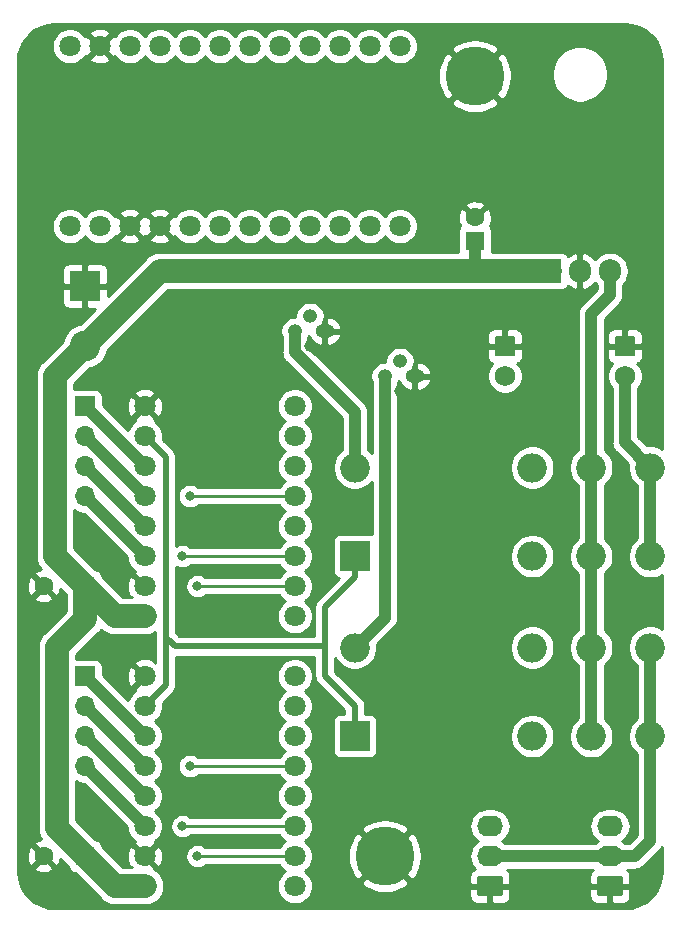
<source format=gbr>
G04 #@! TF.GenerationSoftware,KiCad,Pcbnew,(5.1.5)-3*
G04 #@! TF.CreationDate,2020-07-09T20:04:34+02:00*
G04 #@! TF.ProjectId,ejector,656a6563-746f-4722-9e6b-696361645f70,rev?*
G04 #@! TF.SameCoordinates,Original*
G04 #@! TF.FileFunction,Copper,L2,Bot*
G04 #@! TF.FilePolarity,Positive*
%FSLAX46Y46*%
G04 Gerber Fmt 4.6, Leading zero omitted, Abs format (unit mm)*
G04 Created by KiCad (PCBNEW (5.1.5)-3) date 2020-07-09 20:04:34*
%MOMM*%
%LPD*%
G04 APERTURE LIST*
%ADD10C,1.800000*%
%ADD11O,1.200000X1.200000*%
%ADD12O,1.600000X1.200000*%
%ADD13C,5.000000*%
%ADD14C,1.600000*%
%ADD15R,1.600000X1.600000*%
%ADD16O,2.500000X2.500000*%
%ADD17R,2.500000X2.500000*%
%ADD18O,1.905000X2.000000*%
%ADD19R,1.905000X2.000000*%
%ADD20C,1.740000*%
%ADD21C,0.100000*%
%ADD22C,2.600000*%
%ADD23R,2.600000X2.600000*%
%ADD24O,2.200000X1.740000*%
%ADD25O,1.700000X1.700000*%
%ADD26R,1.700000X1.700000*%
%ADD27C,1.000000*%
%ADD28C,0.800000*%
%ADD29C,1.000000*%
%ADD30C,2.000000*%
%ADD31C,0.500000*%
%ADD32C,0.250000*%
%ADD33C,0.254000*%
G04 APERTURE END LIST*
D10*
X116840000Y-143510000D03*
X116840000Y-140970000D03*
X116840000Y-138430000D03*
X116840000Y-135890000D03*
X116840000Y-133350000D03*
X116840000Y-130810000D03*
X116840000Y-128270000D03*
X116840000Y-125730000D03*
X129540000Y-125730000D03*
X129540000Y-128270000D03*
X129540000Y-130810000D03*
X129540000Y-133350000D03*
X129540000Y-135890000D03*
X129540000Y-138430000D03*
X129540000Y-140970000D03*
X129540000Y-143510000D03*
X116840000Y-120650000D03*
X116840000Y-118110000D03*
X116840000Y-115570000D03*
X116840000Y-113030000D03*
X116840000Y-110490000D03*
X116840000Y-107950000D03*
X116840000Y-105410000D03*
X116840000Y-102870000D03*
X129540000Y-102870000D03*
X129540000Y-105410000D03*
X129540000Y-107950000D03*
X129540000Y-110490000D03*
X129540000Y-113030000D03*
X129540000Y-115570000D03*
X129540000Y-118110000D03*
X129540000Y-120650000D03*
D11*
X137160000Y-100330000D03*
X138430000Y-99060000D03*
D12*
X139700000Y-100330000D03*
D13*
X137160000Y-140970000D03*
X144780000Y-74930000D03*
D14*
X108260000Y-140970000D03*
D15*
X111760000Y-140970000D03*
D16*
X134620000Y-108070000D03*
X149620000Y-108070000D03*
X154620000Y-108070000D03*
X159620000Y-108070000D03*
X159620000Y-115570000D03*
X154620000Y-115570000D03*
X149620000Y-115570000D03*
D17*
X134620000Y-115570000D03*
D14*
X144780000Y-86900000D03*
D15*
X144780000Y-88900000D03*
D16*
X134620000Y-123310000D03*
X149620000Y-123310000D03*
X154620000Y-123310000D03*
X159620000Y-123310000D03*
X159620000Y-130810000D03*
X154620000Y-130810000D03*
X149620000Y-130810000D03*
D17*
X134620000Y-130810000D03*
D18*
X156210000Y-91440000D03*
X153670000Y-91440000D03*
D19*
X151130000Y-91440000D03*
D11*
X129540000Y-96520000D03*
X130810000Y-95250000D03*
D12*
X132080000Y-96520000D03*
D14*
X108260000Y-118110000D03*
D15*
X111760000Y-118110000D03*
D20*
X147320000Y-100330000D03*
G04 #@! TA.AperFunction,ComponentPad*
D21*
G36*
X147964505Y-96921204D02*
G01*
X147988773Y-96924804D01*
X148012572Y-96930765D01*
X148035671Y-96939030D01*
X148057850Y-96949520D01*
X148078893Y-96962132D01*
X148098599Y-96976747D01*
X148116777Y-96993223D01*
X148133253Y-97011401D01*
X148147868Y-97031107D01*
X148160480Y-97052150D01*
X148170970Y-97074329D01*
X148179235Y-97097428D01*
X148185196Y-97121227D01*
X148188796Y-97145495D01*
X148190000Y-97169999D01*
X148190000Y-98410001D01*
X148188796Y-98434505D01*
X148185196Y-98458773D01*
X148179235Y-98482572D01*
X148170970Y-98505671D01*
X148160480Y-98527850D01*
X148147868Y-98548893D01*
X148133253Y-98568599D01*
X148116777Y-98586777D01*
X148098599Y-98603253D01*
X148078893Y-98617868D01*
X148057850Y-98630480D01*
X148035671Y-98640970D01*
X148012572Y-98649235D01*
X147988773Y-98655196D01*
X147964505Y-98658796D01*
X147940001Y-98660000D01*
X146699999Y-98660000D01*
X146675495Y-98658796D01*
X146651227Y-98655196D01*
X146627428Y-98649235D01*
X146604329Y-98640970D01*
X146582150Y-98630480D01*
X146561107Y-98617868D01*
X146541401Y-98603253D01*
X146523223Y-98586777D01*
X146506747Y-98568599D01*
X146492132Y-98548893D01*
X146479520Y-98527850D01*
X146469030Y-98505671D01*
X146460765Y-98482572D01*
X146454804Y-98458773D01*
X146451204Y-98434505D01*
X146450000Y-98410001D01*
X146450000Y-97169999D01*
X146451204Y-97145495D01*
X146454804Y-97121227D01*
X146460765Y-97097428D01*
X146469030Y-97074329D01*
X146479520Y-97052150D01*
X146492132Y-97031107D01*
X146506747Y-97011401D01*
X146523223Y-96993223D01*
X146541401Y-96976747D01*
X146561107Y-96962132D01*
X146582150Y-96949520D01*
X146604329Y-96939030D01*
X146627428Y-96930765D01*
X146651227Y-96924804D01*
X146675495Y-96921204D01*
X146699999Y-96920000D01*
X147940001Y-96920000D01*
X147964505Y-96921204D01*
G37*
G04 #@! TD.AperFunction*
D20*
X157480000Y-100330000D03*
G04 #@! TA.AperFunction,ComponentPad*
D21*
G36*
X158124505Y-96921204D02*
G01*
X158148773Y-96924804D01*
X158172572Y-96930765D01*
X158195671Y-96939030D01*
X158217850Y-96949520D01*
X158238893Y-96962132D01*
X158258599Y-96976747D01*
X158276777Y-96993223D01*
X158293253Y-97011401D01*
X158307868Y-97031107D01*
X158320480Y-97052150D01*
X158330970Y-97074329D01*
X158339235Y-97097428D01*
X158345196Y-97121227D01*
X158348796Y-97145495D01*
X158350000Y-97169999D01*
X158350000Y-98410001D01*
X158348796Y-98434505D01*
X158345196Y-98458773D01*
X158339235Y-98482572D01*
X158330970Y-98505671D01*
X158320480Y-98527850D01*
X158307868Y-98548893D01*
X158293253Y-98568599D01*
X158276777Y-98586777D01*
X158258599Y-98603253D01*
X158238893Y-98617868D01*
X158217850Y-98630480D01*
X158195671Y-98640970D01*
X158172572Y-98649235D01*
X158148773Y-98655196D01*
X158124505Y-98658796D01*
X158100001Y-98660000D01*
X156859999Y-98660000D01*
X156835495Y-98658796D01*
X156811227Y-98655196D01*
X156787428Y-98649235D01*
X156764329Y-98640970D01*
X156742150Y-98630480D01*
X156721107Y-98617868D01*
X156701401Y-98603253D01*
X156683223Y-98586777D01*
X156666747Y-98568599D01*
X156652132Y-98548893D01*
X156639520Y-98527850D01*
X156629030Y-98505671D01*
X156620765Y-98482572D01*
X156614804Y-98458773D01*
X156611204Y-98434505D01*
X156610000Y-98410001D01*
X156610000Y-97169999D01*
X156611204Y-97145495D01*
X156614804Y-97121227D01*
X156620765Y-97097428D01*
X156629030Y-97074329D01*
X156639520Y-97052150D01*
X156652132Y-97031107D01*
X156666747Y-97011401D01*
X156683223Y-96993223D01*
X156701401Y-96976747D01*
X156721107Y-96962132D01*
X156742150Y-96949520D01*
X156764329Y-96939030D01*
X156787428Y-96930765D01*
X156811227Y-96924804D01*
X156835495Y-96921204D01*
X156859999Y-96920000D01*
X158100001Y-96920000D01*
X158124505Y-96921204D01*
G37*
G04 #@! TD.AperFunction*
D22*
X111760000Y-97790000D03*
D23*
X111760000Y-92710000D03*
D10*
X110490000Y-72390000D03*
X113030000Y-72390000D03*
X115570000Y-72390000D03*
X118110000Y-72390000D03*
X120650000Y-72390000D03*
X123190000Y-72390000D03*
X125730000Y-72390000D03*
X128270000Y-72390000D03*
X130810000Y-72390000D03*
X133350000Y-72390000D03*
X135890000Y-72390000D03*
X138430000Y-72390000D03*
X138430000Y-87630000D03*
X135890000Y-87630000D03*
X133350000Y-87630000D03*
X130810000Y-87630000D03*
X128270000Y-87630000D03*
X125730000Y-87630000D03*
X123190000Y-87630000D03*
X120650000Y-87630000D03*
X118110000Y-87630000D03*
X115570000Y-87630000D03*
X113030000Y-87630000D03*
X110490000Y-87630000D03*
D24*
X156210000Y-138430000D03*
X156210000Y-140970000D03*
G04 #@! TA.AperFunction,ComponentPad*
D21*
G36*
X157084505Y-142641204D02*
G01*
X157108773Y-142644804D01*
X157132572Y-142650765D01*
X157155671Y-142659030D01*
X157177850Y-142669520D01*
X157198893Y-142682132D01*
X157218599Y-142696747D01*
X157236777Y-142713223D01*
X157253253Y-142731401D01*
X157267868Y-142751107D01*
X157280480Y-142772150D01*
X157290970Y-142794329D01*
X157299235Y-142817428D01*
X157305196Y-142841227D01*
X157308796Y-142865495D01*
X157310000Y-142889999D01*
X157310000Y-144130001D01*
X157308796Y-144154505D01*
X157305196Y-144178773D01*
X157299235Y-144202572D01*
X157290970Y-144225671D01*
X157280480Y-144247850D01*
X157267868Y-144268893D01*
X157253253Y-144288599D01*
X157236777Y-144306777D01*
X157218599Y-144323253D01*
X157198893Y-144337868D01*
X157177850Y-144350480D01*
X157155671Y-144360970D01*
X157132572Y-144369235D01*
X157108773Y-144375196D01*
X157084505Y-144378796D01*
X157060001Y-144380000D01*
X155359999Y-144380000D01*
X155335495Y-144378796D01*
X155311227Y-144375196D01*
X155287428Y-144369235D01*
X155264329Y-144360970D01*
X155242150Y-144350480D01*
X155221107Y-144337868D01*
X155201401Y-144323253D01*
X155183223Y-144306777D01*
X155166747Y-144288599D01*
X155152132Y-144268893D01*
X155139520Y-144247850D01*
X155129030Y-144225671D01*
X155120765Y-144202572D01*
X155114804Y-144178773D01*
X155111204Y-144154505D01*
X155110000Y-144130001D01*
X155110000Y-142889999D01*
X155111204Y-142865495D01*
X155114804Y-142841227D01*
X155120765Y-142817428D01*
X155129030Y-142794329D01*
X155139520Y-142772150D01*
X155152132Y-142751107D01*
X155166747Y-142731401D01*
X155183223Y-142713223D01*
X155201401Y-142696747D01*
X155221107Y-142682132D01*
X155242150Y-142669520D01*
X155264329Y-142659030D01*
X155287428Y-142650765D01*
X155311227Y-142644804D01*
X155335495Y-142641204D01*
X155359999Y-142640000D01*
X157060001Y-142640000D01*
X157084505Y-142641204D01*
G37*
G04 #@! TD.AperFunction*
D24*
X146050000Y-138430000D03*
X146050000Y-140970000D03*
G04 #@! TA.AperFunction,ComponentPad*
D21*
G36*
X146924505Y-142641204D02*
G01*
X146948773Y-142644804D01*
X146972572Y-142650765D01*
X146995671Y-142659030D01*
X147017850Y-142669520D01*
X147038893Y-142682132D01*
X147058599Y-142696747D01*
X147076777Y-142713223D01*
X147093253Y-142731401D01*
X147107868Y-142751107D01*
X147120480Y-142772150D01*
X147130970Y-142794329D01*
X147139235Y-142817428D01*
X147145196Y-142841227D01*
X147148796Y-142865495D01*
X147150000Y-142889999D01*
X147150000Y-144130001D01*
X147148796Y-144154505D01*
X147145196Y-144178773D01*
X147139235Y-144202572D01*
X147130970Y-144225671D01*
X147120480Y-144247850D01*
X147107868Y-144268893D01*
X147093253Y-144288599D01*
X147076777Y-144306777D01*
X147058599Y-144323253D01*
X147038893Y-144337868D01*
X147017850Y-144350480D01*
X146995671Y-144360970D01*
X146972572Y-144369235D01*
X146948773Y-144375196D01*
X146924505Y-144378796D01*
X146900001Y-144380000D01*
X145199999Y-144380000D01*
X145175495Y-144378796D01*
X145151227Y-144375196D01*
X145127428Y-144369235D01*
X145104329Y-144360970D01*
X145082150Y-144350480D01*
X145061107Y-144337868D01*
X145041401Y-144323253D01*
X145023223Y-144306777D01*
X145006747Y-144288599D01*
X144992132Y-144268893D01*
X144979520Y-144247850D01*
X144969030Y-144225671D01*
X144960765Y-144202572D01*
X144954804Y-144178773D01*
X144951204Y-144154505D01*
X144950000Y-144130001D01*
X144950000Y-142889999D01*
X144951204Y-142865495D01*
X144954804Y-142841227D01*
X144960765Y-142817428D01*
X144969030Y-142794329D01*
X144979520Y-142772150D01*
X144992132Y-142751107D01*
X145006747Y-142731401D01*
X145023223Y-142713223D01*
X145041401Y-142696747D01*
X145061107Y-142682132D01*
X145082150Y-142669520D01*
X145104329Y-142659030D01*
X145127428Y-142650765D01*
X145151227Y-142644804D01*
X145175495Y-142641204D01*
X145199999Y-142640000D01*
X146900001Y-142640000D01*
X146924505Y-142641204D01*
G37*
G04 #@! TD.AperFunction*
D25*
X111760000Y-133350000D03*
X111760000Y-130810000D03*
X111760000Y-128270000D03*
D26*
X111760000Y-125730000D03*
D25*
X111760000Y-110490000D03*
X111760000Y-107950000D03*
X111760000Y-105410000D03*
D26*
X111760000Y-102870000D03*
D27*
X111760000Y-114300000D03*
X114300000Y-116840000D03*
X114300000Y-139700000D03*
X111760000Y-137160000D03*
X107950000Y-120650000D03*
X107950000Y-143510000D03*
X106680000Y-138430000D03*
X106680000Y-115570000D03*
X116840000Y-100330000D03*
X116840000Y-123190000D03*
X114300000Y-125730000D03*
X114300000Y-102870000D03*
X138430000Y-101600000D03*
X130810000Y-97790000D03*
X153670000Y-88900000D03*
X149860000Y-73660000D03*
X149860000Y-76200000D03*
X157480000Y-73660000D03*
X157480000Y-76200000D03*
X149860000Y-80010000D03*
X149860000Y-85090000D03*
X157480000Y-85090000D03*
X157480000Y-80010000D03*
X153670000Y-80010000D03*
X153670000Y-85090000D03*
X153670000Y-82550000D03*
X157480000Y-82550000D03*
X149860000Y-82550000D03*
X115570000Y-85090000D03*
X113030000Y-74930000D03*
X118110000Y-85090000D03*
X160020000Y-97790000D03*
X149860000Y-97790000D03*
X144780000Y-97790000D03*
X157480000Y-95250000D03*
X148590000Y-143510000D03*
X143510000Y-143510000D03*
X153670000Y-143510000D03*
X158750000Y-143510000D03*
X144780000Y-80010000D03*
X144780000Y-82550000D03*
X114300000Y-91440000D03*
X109220000Y-91440000D03*
X109220000Y-95250000D03*
X111760000Y-90170000D03*
X142240000Y-100330000D03*
X134620000Y-96520000D03*
X113030000Y-83820000D03*
X115570000Y-81280000D03*
D28*
X127635000Y-83820000D03*
D27*
X136525000Y-83820000D03*
X136525000Y-76200000D03*
X122555000Y-95885000D03*
X122555000Y-103505000D03*
X122555000Y-113030000D03*
X122555000Y-116840000D03*
X122555000Y-120650000D03*
X122555000Y-125730000D03*
X122555000Y-130810000D03*
X122555000Y-135890000D03*
X122555000Y-139700000D03*
X134620000Y-111760000D03*
X134620000Y-126365000D03*
X106680000Y-125730000D03*
X106680000Y-128270000D03*
X106680000Y-130810000D03*
X106680000Y-133350000D03*
X106680000Y-102870000D03*
X106680000Y-105410000D03*
X106680000Y-107950000D03*
X106680000Y-110490000D03*
X118110000Y-78740000D03*
X120650000Y-76200000D03*
X111125000Y-81915000D03*
X113665000Y-79375000D03*
X116205000Y-76835000D03*
X118745000Y-74295000D03*
X110490000Y-77470000D03*
X107950000Y-80010000D03*
X120015000Y-82550000D03*
X122555000Y-80010000D03*
X125095000Y-77470000D03*
X142240000Y-81280000D03*
X147320000Y-81280000D03*
X147320000Y-95250000D03*
X144145000Y-107950000D03*
X144145000Y-115570000D03*
X144145000Y-123190000D03*
X144145000Y-130810000D03*
X132715000Y-140970000D03*
X141605000Y-140970000D03*
X137160000Y-135890000D03*
X119380000Y-140970000D03*
X113665000Y-123190000D03*
X111125000Y-144145000D03*
X142875000Y-94615000D03*
X137795000Y-94615000D03*
X140970000Y-111760000D03*
X140970000Y-127000000D03*
X116840000Y-97155000D03*
X118745000Y-95250000D03*
X118745000Y-99060000D03*
X118745000Y-104140000D03*
X118745000Y-128905000D03*
X118745000Y-131445000D03*
D28*
X120015000Y-115570000D03*
X120015000Y-138430000D03*
X120650000Y-110490000D03*
X120650000Y-133350000D03*
X121285000Y-118110000D03*
X121285000Y-140970000D03*
D29*
X154620000Y-95030000D02*
X154620000Y-129042234D01*
X156210000Y-93440000D02*
X154620000Y-95030000D01*
X154620000Y-129042234D02*
X154620000Y-130810000D01*
X156210000Y-91440000D02*
X156210000Y-93440000D01*
D30*
X109220000Y-115570000D02*
X111760000Y-118110000D01*
X114300000Y-143510000D02*
X116840000Y-143510000D01*
X111760000Y-140970000D02*
X114300000Y-143510000D01*
X114300000Y-120650000D02*
X116840000Y-120650000D01*
X111760000Y-118110000D02*
X114300000Y-120650000D01*
X109220000Y-100330000D02*
X111760000Y-97790000D01*
X109220000Y-115570000D02*
X109220000Y-100330000D01*
X109401999Y-123268001D02*
X111760000Y-120910000D01*
X111760000Y-140970000D02*
X109401999Y-138611999D01*
X111760000Y-120910000D02*
X111760000Y-118110000D01*
X109401999Y-138611999D02*
X109401999Y-123268001D01*
X118110000Y-91440000D02*
X111760000Y-97790000D01*
D29*
X144780000Y-90700000D02*
X144780000Y-91440000D01*
X144780000Y-88900000D02*
X144780000Y-90700000D01*
D30*
X151130000Y-91440000D02*
X144780000Y-91440000D01*
X144780000Y-91440000D02*
X118110000Y-91440000D01*
D29*
X159620000Y-130810000D02*
X159620000Y-123310000D01*
X158310000Y-140970000D02*
X156210000Y-140970000D01*
X159620000Y-139660000D02*
X158310000Y-140970000D01*
X159620000Y-130810000D02*
X159620000Y-139660000D01*
X146050000Y-140970000D02*
X156210000Y-140970000D01*
X159620000Y-115570000D02*
X159620000Y-108070000D01*
X157480000Y-105930000D02*
X159620000Y-108070000D01*
X157480000Y-100330000D02*
X157480000Y-105930000D01*
D31*
X117739999Y-106309999D02*
X116840000Y-105410000D01*
X118598010Y-107168010D02*
X117739999Y-106309999D01*
X116840000Y-128270000D02*
X118598010Y-126511990D01*
X118598010Y-126511990D02*
X118598010Y-123678010D01*
X134620000Y-117320000D02*
X132080000Y-119860000D01*
X134620000Y-115570000D02*
X134620000Y-117320000D01*
X134620000Y-128270000D02*
X134620000Y-130810000D01*
X132080000Y-125730000D02*
X134620000Y-128270000D01*
X132080000Y-123190000D02*
X119380000Y-123190000D01*
X132080000Y-123190000D02*
X132080000Y-125730000D01*
X132080000Y-119860000D02*
X132080000Y-123190000D01*
X118891990Y-122701990D02*
X119380000Y-123190000D01*
X118598010Y-122701990D02*
X118891990Y-122701990D01*
X118598010Y-122701990D02*
X118598010Y-107168010D01*
X118598010Y-123678010D02*
X118598010Y-122701990D01*
D29*
X111760000Y-110490000D02*
X116840000Y-115570000D01*
X111760000Y-107950000D02*
X116840000Y-113030000D01*
X111760000Y-105410000D02*
X116840000Y-110490000D01*
X111760000Y-102870000D02*
X116840000Y-107950000D01*
X111760000Y-133350000D02*
X116840000Y-138430000D01*
X111760000Y-130810000D02*
X116840000Y-135890000D01*
X111760000Y-128270000D02*
X116840000Y-133350000D01*
X111760000Y-125730000D02*
X116840000Y-130810000D01*
X134620000Y-106302234D02*
X134620000Y-108070000D01*
X134620000Y-103376002D02*
X134620000Y-106302234D01*
X129540000Y-98296002D02*
X134620000Y-103376002D01*
X129540000Y-96520000D02*
X129540000Y-98296002D01*
X137160000Y-120770000D02*
X134620000Y-123310000D01*
X137160000Y-100330000D02*
X137160000Y-120770000D01*
D32*
X129540000Y-115570000D02*
X120015000Y-115570000D01*
X120015000Y-138430000D02*
X120015000Y-138430000D01*
X120015000Y-138430000D02*
X129540000Y-138430000D01*
X129540000Y-110490000D02*
X120650000Y-110490000D01*
X120650000Y-110490000D02*
X120650000Y-110490000D01*
X120650000Y-133350000D02*
X120650000Y-133350000D01*
X120650000Y-133350000D02*
X129540000Y-133350000D01*
X129540000Y-118110000D02*
X121285000Y-118110000D01*
X121285000Y-118110000D02*
X121285000Y-118110000D01*
X121285000Y-140970000D02*
X121285000Y-140970000D01*
X129540000Y-140970000D02*
X121285000Y-140970000D01*
D33*
G36*
X158091222Y-70573096D02*
G01*
X158679164Y-70750606D01*
X159221436Y-71038937D01*
X159697364Y-71427094D01*
X160088845Y-71900314D01*
X160380951Y-72440552D01*
X160562563Y-73027244D01*
X160630001Y-73668888D01*
X160630001Y-106477790D01*
X160512882Y-106399534D01*
X160169834Y-106257439D01*
X159805656Y-106185000D01*
X159434344Y-106185000D01*
X159355762Y-106200631D01*
X158615000Y-105459869D01*
X158615000Y-101323392D01*
X158649010Y-101289382D01*
X158813714Y-101042885D01*
X158927164Y-100768992D01*
X158985000Y-100478230D01*
X158985000Y-100181770D01*
X158927164Y-99891008D01*
X158813714Y-99617115D01*
X158649010Y-99370618D01*
X158543322Y-99264930D01*
X158594180Y-99249502D01*
X158704494Y-99190537D01*
X158801185Y-99111185D01*
X158880537Y-99014494D01*
X158939502Y-98904180D01*
X158975812Y-98784482D01*
X158988072Y-98660000D01*
X158985000Y-98075750D01*
X158826250Y-97917000D01*
X157607000Y-97917000D01*
X157607000Y-97937000D01*
X157353000Y-97937000D01*
X157353000Y-97917000D01*
X156133750Y-97917000D01*
X155975000Y-98075750D01*
X155971928Y-98660000D01*
X155984188Y-98784482D01*
X156020498Y-98904180D01*
X156079463Y-99014494D01*
X156158815Y-99111185D01*
X156255506Y-99190537D01*
X156365820Y-99249502D01*
X156416678Y-99264930D01*
X156310990Y-99370618D01*
X156146286Y-99617115D01*
X156032836Y-99891008D01*
X155975000Y-100181770D01*
X155975000Y-100478230D01*
X156032836Y-100768992D01*
X156146286Y-101042885D01*
X156310990Y-101289382D01*
X156345000Y-101323392D01*
X156345001Y-105874239D01*
X156339509Y-105930000D01*
X156361423Y-106152498D01*
X156426324Y-106366446D01*
X156426325Y-106366447D01*
X156531717Y-106563623D01*
X156673552Y-106736449D01*
X156716860Y-106771991D01*
X157750631Y-107805762D01*
X157735000Y-107884344D01*
X157735000Y-108255656D01*
X157807439Y-108619834D01*
X157949534Y-108962882D01*
X158155825Y-109271618D01*
X158418382Y-109534175D01*
X158485001Y-109578688D01*
X158485000Y-114061312D01*
X158418382Y-114105825D01*
X158155825Y-114368382D01*
X157949534Y-114677118D01*
X157807439Y-115020166D01*
X157735000Y-115384344D01*
X157735000Y-115755656D01*
X157807439Y-116119834D01*
X157949534Y-116462882D01*
X158155825Y-116771618D01*
X158418382Y-117034175D01*
X158727118Y-117240466D01*
X159070166Y-117382561D01*
X159434344Y-117455000D01*
X159805656Y-117455000D01*
X160169834Y-117382561D01*
X160512882Y-117240466D01*
X160630000Y-117162210D01*
X160630000Y-121717790D01*
X160512882Y-121639534D01*
X160169834Y-121497439D01*
X159805656Y-121425000D01*
X159434344Y-121425000D01*
X159070166Y-121497439D01*
X158727118Y-121639534D01*
X158418382Y-121845825D01*
X158155825Y-122108382D01*
X157949534Y-122417118D01*
X157807439Y-122760166D01*
X157735000Y-123124344D01*
X157735000Y-123495656D01*
X157807439Y-123859834D01*
X157949534Y-124202882D01*
X158155825Y-124511618D01*
X158418382Y-124774175D01*
X158485001Y-124818688D01*
X158485000Y-129301312D01*
X158418382Y-129345825D01*
X158155825Y-129608382D01*
X157949534Y-129917118D01*
X157807439Y-130260166D01*
X157735000Y-130624344D01*
X157735000Y-130995656D01*
X157807439Y-131359834D01*
X157949534Y-131702882D01*
X158155825Y-132011618D01*
X158418382Y-132274175D01*
X158485000Y-132318688D01*
X158485001Y-139189867D01*
X157839869Y-139835000D01*
X157429344Y-139835000D01*
X157280179Y-139712583D01*
X157256638Y-139700000D01*
X157280179Y-139687417D01*
X157509345Y-139499345D01*
X157697417Y-139270179D01*
X157837166Y-139008725D01*
X157923224Y-138725032D01*
X157952282Y-138430000D01*
X157923224Y-138134968D01*
X157837166Y-137851275D01*
X157697417Y-137589821D01*
X157509345Y-137360655D01*
X157280179Y-137172583D01*
X157018725Y-137032834D01*
X156735032Y-136946776D01*
X156513936Y-136925000D01*
X155906064Y-136925000D01*
X155684968Y-136946776D01*
X155401275Y-137032834D01*
X155139821Y-137172583D01*
X154910655Y-137360655D01*
X154722583Y-137589821D01*
X154582834Y-137851275D01*
X154496776Y-138134968D01*
X154467718Y-138430000D01*
X154496776Y-138725032D01*
X154582834Y-139008725D01*
X154722583Y-139270179D01*
X154910655Y-139499345D01*
X155139821Y-139687417D01*
X155163362Y-139700000D01*
X155139821Y-139712583D01*
X154990656Y-139835000D01*
X147269344Y-139835000D01*
X147120179Y-139712583D01*
X147096638Y-139700000D01*
X147120179Y-139687417D01*
X147349345Y-139499345D01*
X147537417Y-139270179D01*
X147677166Y-139008725D01*
X147763224Y-138725032D01*
X147792282Y-138430000D01*
X147763224Y-138134968D01*
X147677166Y-137851275D01*
X147537417Y-137589821D01*
X147349345Y-137360655D01*
X147120179Y-137172583D01*
X146858725Y-137032834D01*
X146575032Y-136946776D01*
X146353936Y-136925000D01*
X145746064Y-136925000D01*
X145524968Y-136946776D01*
X145241275Y-137032834D01*
X144979821Y-137172583D01*
X144750655Y-137360655D01*
X144562583Y-137589821D01*
X144422834Y-137851275D01*
X144336776Y-138134968D01*
X144307718Y-138430000D01*
X144336776Y-138725032D01*
X144422834Y-139008725D01*
X144562583Y-139270179D01*
X144750655Y-139499345D01*
X144979821Y-139687417D01*
X145003362Y-139700000D01*
X144979821Y-139712583D01*
X144750655Y-139900655D01*
X144562583Y-140129821D01*
X144422834Y-140391275D01*
X144336776Y-140674968D01*
X144307718Y-140970000D01*
X144336776Y-141265032D01*
X144422834Y-141548725D01*
X144562583Y-141810179D01*
X144749047Y-142037385D01*
X144705820Y-142050498D01*
X144595506Y-142109463D01*
X144498815Y-142188815D01*
X144419463Y-142285506D01*
X144360498Y-142395820D01*
X144324188Y-142515518D01*
X144311928Y-142640000D01*
X144315000Y-143224250D01*
X144473750Y-143383000D01*
X145923000Y-143383000D01*
X145923000Y-143363000D01*
X146177000Y-143363000D01*
X146177000Y-143383000D01*
X147626250Y-143383000D01*
X147785000Y-143224250D01*
X147788072Y-142640000D01*
X147775812Y-142515518D01*
X147739502Y-142395820D01*
X147680537Y-142285506D01*
X147601185Y-142188815D01*
X147504494Y-142109463D01*
X147496144Y-142105000D01*
X154763856Y-142105000D01*
X154755506Y-142109463D01*
X154658815Y-142188815D01*
X154579463Y-142285506D01*
X154520498Y-142395820D01*
X154484188Y-142515518D01*
X154471928Y-142640000D01*
X154475000Y-143224250D01*
X154633750Y-143383000D01*
X156083000Y-143383000D01*
X156083000Y-143363000D01*
X156337000Y-143363000D01*
X156337000Y-143383000D01*
X157786250Y-143383000D01*
X157945000Y-143224250D01*
X157948072Y-142640000D01*
X157935812Y-142515518D01*
X157899502Y-142395820D01*
X157840537Y-142285506D01*
X157761185Y-142188815D01*
X157664494Y-142109463D01*
X157656144Y-142105000D01*
X158254249Y-142105000D01*
X158310000Y-142110491D01*
X158365751Y-142105000D01*
X158365752Y-142105000D01*
X158532499Y-142088577D01*
X158746447Y-142023676D01*
X158943623Y-141918284D01*
X159116449Y-141776449D01*
X159151996Y-141733135D01*
X160383140Y-140501992D01*
X160426449Y-140466449D01*
X160568284Y-140293623D01*
X160630000Y-140178160D01*
X160630000Y-142207721D01*
X160566904Y-142851221D01*
X160389394Y-143439164D01*
X160101063Y-143981436D01*
X159712906Y-144457364D01*
X159239686Y-144848845D01*
X158699449Y-145140950D01*
X158112756Y-145322563D01*
X157471130Y-145390000D01*
X109252279Y-145390000D01*
X108608779Y-145326904D01*
X108020836Y-145149394D01*
X107478564Y-144861063D01*
X107002636Y-144472906D01*
X106611155Y-143999686D01*
X106319050Y-143459449D01*
X106137437Y-142872756D01*
X106070000Y-142231130D01*
X106070000Y-141962702D01*
X107446903Y-141962702D01*
X107518486Y-142206671D01*
X107773996Y-142327571D01*
X108048184Y-142396300D01*
X108330512Y-142410217D01*
X108610130Y-142368787D01*
X108876292Y-142273603D01*
X109001514Y-142206671D01*
X109073097Y-141962702D01*
X108260000Y-141149605D01*
X107446903Y-141962702D01*
X106070000Y-141962702D01*
X106070000Y-141040512D01*
X106819783Y-141040512D01*
X106861213Y-141320130D01*
X106956397Y-141586292D01*
X107023329Y-141711514D01*
X107267298Y-141783097D01*
X108080395Y-140970000D01*
X107267298Y-140156903D01*
X107023329Y-140228486D01*
X106902429Y-140483996D01*
X106833700Y-140758184D01*
X106819783Y-141040512D01*
X106070000Y-141040512D01*
X106070000Y-119102702D01*
X107446903Y-119102702D01*
X107518486Y-119346671D01*
X107773996Y-119467571D01*
X108048184Y-119536300D01*
X108330512Y-119550217D01*
X108610130Y-119508787D01*
X108876292Y-119413603D01*
X109001514Y-119346671D01*
X109073097Y-119102702D01*
X108260000Y-118289605D01*
X107446903Y-119102702D01*
X106070000Y-119102702D01*
X106070000Y-118180512D01*
X106819783Y-118180512D01*
X106861213Y-118460130D01*
X106956397Y-118726292D01*
X107023329Y-118851514D01*
X107267298Y-118923097D01*
X108080395Y-118110000D01*
X107267298Y-117296903D01*
X107023329Y-117368486D01*
X106902429Y-117623996D01*
X106833700Y-117898184D01*
X106819783Y-118180512D01*
X106070000Y-118180512D01*
X106070000Y-117117298D01*
X107446903Y-117117298D01*
X108260000Y-117930395D01*
X108274143Y-117916253D01*
X108453748Y-118095858D01*
X108439605Y-118110000D01*
X109252702Y-118923097D01*
X109496671Y-118851514D01*
X109617571Y-118596004D01*
X109680944Y-118343183D01*
X110125001Y-118787240D01*
X110125000Y-120232761D01*
X108302681Y-122055081D01*
X108240286Y-122106287D01*
X108035969Y-122355249D01*
X107884147Y-122639287D01*
X107790657Y-122947485D01*
X107759088Y-123268001D01*
X107767000Y-123348330D01*
X107766999Y-138531680D01*
X107759088Y-138611999D01*
X107766999Y-138692318D01*
X107766999Y-138692320D01*
X107790656Y-138932514D01*
X107884147Y-139240713D01*
X108035968Y-139524750D01*
X108056294Y-139549518D01*
X107909870Y-139571213D01*
X107643708Y-139666397D01*
X107518486Y-139733329D01*
X107446903Y-139977298D01*
X108260000Y-140790395D01*
X108274143Y-140776253D01*
X108453748Y-140955858D01*
X108439605Y-140970000D01*
X109252702Y-141783097D01*
X109496671Y-141711514D01*
X109617571Y-141456004D01*
X109680944Y-141203183D01*
X110330031Y-141852269D01*
X110334188Y-141894482D01*
X110370498Y-142014180D01*
X110429463Y-142124494D01*
X110508815Y-142221185D01*
X110605506Y-142300537D01*
X110715820Y-142359502D01*
X110835518Y-142395812D01*
X110877731Y-142399970D01*
X113087080Y-144609319D01*
X113138286Y-144671714D01*
X113387248Y-144876031D01*
X113671285Y-145027852D01*
X113979484Y-145121343D01*
X114219678Y-145145000D01*
X114219680Y-145145000D01*
X114299999Y-145152911D01*
X114380319Y-145145000D01*
X116920322Y-145145000D01*
X117160516Y-145121343D01*
X117468715Y-145027852D01*
X117752752Y-144876031D01*
X118001714Y-144671714D01*
X118206031Y-144422752D01*
X118357852Y-144138715D01*
X118451343Y-143830516D01*
X118482911Y-143510000D01*
X118451343Y-143189484D01*
X118357852Y-142881285D01*
X118206031Y-142597248D01*
X118001714Y-142348286D01*
X117752752Y-142143969D01*
X117697942Y-142114672D01*
X117724475Y-142034080D01*
X116840000Y-141149605D01*
X116825858Y-141163748D01*
X116646253Y-140984143D01*
X116660395Y-140970000D01*
X117019605Y-140970000D01*
X117904080Y-141854475D01*
X118158261Y-141770792D01*
X118289158Y-141498225D01*
X118364365Y-141205358D01*
X118380991Y-140903447D01*
X118338397Y-140604093D01*
X118238222Y-140318801D01*
X118158261Y-140169208D01*
X117904080Y-140085525D01*
X117019605Y-140970000D01*
X116660395Y-140970000D01*
X115775920Y-140085525D01*
X115521739Y-140169208D01*
X115390842Y-140441775D01*
X115315635Y-140734642D01*
X115299009Y-141036553D01*
X115341603Y-141335907D01*
X115441778Y-141621199D01*
X115521739Y-141770792D01*
X115775918Y-141854474D01*
X115755392Y-141875000D01*
X114977239Y-141875000D01*
X113189970Y-140087731D01*
X113185812Y-140045518D01*
X113149502Y-139925820D01*
X113090537Y-139815506D01*
X113011185Y-139718815D01*
X112914494Y-139639463D01*
X112804180Y-139580498D01*
X112684482Y-139544188D01*
X112642269Y-139540031D01*
X111036999Y-137934761D01*
X111036999Y-134652900D01*
X111056589Y-134665990D01*
X111326842Y-134777932D01*
X111613740Y-134835000D01*
X111639869Y-134835000D01*
X115305000Y-138500132D01*
X115305000Y-138581184D01*
X115363989Y-138877743D01*
X115479701Y-139157095D01*
X115647688Y-139408505D01*
X115861495Y-139622312D01*
X116015105Y-139724951D01*
X115955525Y-139905920D01*
X116840000Y-140790395D01*
X117724475Y-139905920D01*
X117664895Y-139724951D01*
X117818505Y-139622312D01*
X118032312Y-139408505D01*
X118200299Y-139157095D01*
X118316011Y-138877743D01*
X118375000Y-138581184D01*
X118375000Y-138328061D01*
X118980000Y-138328061D01*
X118980000Y-138531939D01*
X119019774Y-138731898D01*
X119097795Y-138920256D01*
X119211063Y-139089774D01*
X119355226Y-139233937D01*
X119524744Y-139347205D01*
X119713102Y-139425226D01*
X119913061Y-139465000D01*
X120116939Y-139465000D01*
X120316898Y-139425226D01*
X120505256Y-139347205D01*
X120674774Y-139233937D01*
X120718711Y-139190000D01*
X128201687Y-139190000D01*
X128347688Y-139408505D01*
X128561495Y-139622312D01*
X128677763Y-139700000D01*
X128561495Y-139777688D01*
X128347688Y-139991495D01*
X128201687Y-140210000D01*
X121988711Y-140210000D01*
X121944774Y-140166063D01*
X121775256Y-140052795D01*
X121586898Y-139974774D01*
X121386939Y-139935000D01*
X121183061Y-139935000D01*
X120983102Y-139974774D01*
X120794744Y-140052795D01*
X120625226Y-140166063D01*
X120481063Y-140310226D01*
X120367795Y-140479744D01*
X120289774Y-140668102D01*
X120250000Y-140868061D01*
X120250000Y-141071939D01*
X120289774Y-141271898D01*
X120367795Y-141460256D01*
X120481063Y-141629774D01*
X120625226Y-141773937D01*
X120794744Y-141887205D01*
X120983102Y-141965226D01*
X121183061Y-142005000D01*
X121386939Y-142005000D01*
X121586898Y-141965226D01*
X121775256Y-141887205D01*
X121944774Y-141773937D01*
X121988711Y-141730000D01*
X128201687Y-141730000D01*
X128347688Y-141948505D01*
X128561495Y-142162312D01*
X128677763Y-142240000D01*
X128561495Y-142317688D01*
X128347688Y-142531495D01*
X128179701Y-142782905D01*
X128063989Y-143062257D01*
X128005000Y-143358816D01*
X128005000Y-143661184D01*
X128063989Y-143957743D01*
X128179701Y-144237095D01*
X128347688Y-144488505D01*
X128561495Y-144702312D01*
X128812905Y-144870299D01*
X129092257Y-144986011D01*
X129388816Y-145045000D01*
X129691184Y-145045000D01*
X129987743Y-144986011D01*
X130267095Y-144870299D01*
X130518505Y-144702312D01*
X130732312Y-144488505D01*
X130804812Y-144380000D01*
X144311928Y-144380000D01*
X144324188Y-144504482D01*
X144360498Y-144624180D01*
X144419463Y-144734494D01*
X144498815Y-144831185D01*
X144595506Y-144910537D01*
X144705820Y-144969502D01*
X144825518Y-145005812D01*
X144950000Y-145018072D01*
X145764250Y-145015000D01*
X145923000Y-144856250D01*
X145923000Y-143637000D01*
X146177000Y-143637000D01*
X146177000Y-144856250D01*
X146335750Y-145015000D01*
X147150000Y-145018072D01*
X147274482Y-145005812D01*
X147394180Y-144969502D01*
X147504494Y-144910537D01*
X147601185Y-144831185D01*
X147680537Y-144734494D01*
X147739502Y-144624180D01*
X147775812Y-144504482D01*
X147788072Y-144380000D01*
X154471928Y-144380000D01*
X154484188Y-144504482D01*
X154520498Y-144624180D01*
X154579463Y-144734494D01*
X154658815Y-144831185D01*
X154755506Y-144910537D01*
X154865820Y-144969502D01*
X154985518Y-145005812D01*
X155110000Y-145018072D01*
X155924250Y-145015000D01*
X156083000Y-144856250D01*
X156083000Y-143637000D01*
X156337000Y-143637000D01*
X156337000Y-144856250D01*
X156495750Y-145015000D01*
X157310000Y-145018072D01*
X157434482Y-145005812D01*
X157554180Y-144969502D01*
X157664494Y-144910537D01*
X157761185Y-144831185D01*
X157840537Y-144734494D01*
X157899502Y-144624180D01*
X157935812Y-144504482D01*
X157948072Y-144380000D01*
X157945000Y-143795750D01*
X157786250Y-143637000D01*
X156337000Y-143637000D01*
X156083000Y-143637000D01*
X154633750Y-143637000D01*
X154475000Y-143795750D01*
X154471928Y-144380000D01*
X147788072Y-144380000D01*
X147785000Y-143795750D01*
X147626250Y-143637000D01*
X146177000Y-143637000D01*
X145923000Y-143637000D01*
X144473750Y-143637000D01*
X144315000Y-143795750D01*
X144311928Y-144380000D01*
X130804812Y-144380000D01*
X130900299Y-144237095D01*
X131016011Y-143957743D01*
X131075000Y-143661184D01*
X131075000Y-143358816D01*
X131038069Y-143173148D01*
X135136457Y-143173148D01*
X135412627Y-143591118D01*
X135957557Y-143881649D01*
X136548696Y-144060287D01*
X137163328Y-144120168D01*
X137777831Y-144058990D01*
X138368592Y-143879103D01*
X138907373Y-143591118D01*
X139183543Y-143173148D01*
X137160000Y-141149605D01*
X135136457Y-143173148D01*
X131038069Y-143173148D01*
X131016011Y-143062257D01*
X130900299Y-142782905D01*
X130732312Y-142531495D01*
X130518505Y-142317688D01*
X130402237Y-142240000D01*
X130518505Y-142162312D01*
X130732312Y-141948505D01*
X130900299Y-141697095D01*
X131016011Y-141417743D01*
X131075000Y-141121184D01*
X131075000Y-140973328D01*
X134009832Y-140973328D01*
X134071010Y-141587831D01*
X134250897Y-142178592D01*
X134538882Y-142717373D01*
X134956852Y-142993543D01*
X136980395Y-140970000D01*
X137339605Y-140970000D01*
X139363148Y-142993543D01*
X139781118Y-142717373D01*
X140071649Y-142172443D01*
X140250287Y-141581304D01*
X140310168Y-140966672D01*
X140248990Y-140352169D01*
X140069103Y-139761408D01*
X139781118Y-139222627D01*
X139363148Y-138946457D01*
X137339605Y-140970000D01*
X136980395Y-140970000D01*
X134956852Y-138946457D01*
X134538882Y-139222627D01*
X134248351Y-139767557D01*
X134069713Y-140358696D01*
X134009832Y-140973328D01*
X131075000Y-140973328D01*
X131075000Y-140818816D01*
X131016011Y-140522257D01*
X130900299Y-140242905D01*
X130732312Y-139991495D01*
X130518505Y-139777688D01*
X130402237Y-139700000D01*
X130518505Y-139622312D01*
X130732312Y-139408505D01*
X130900299Y-139157095D01*
X131016011Y-138877743D01*
X131038068Y-138766852D01*
X135136457Y-138766852D01*
X137160000Y-140790395D01*
X139183543Y-138766852D01*
X138907373Y-138348882D01*
X138362443Y-138058351D01*
X137771304Y-137879713D01*
X137156672Y-137819832D01*
X136542169Y-137881010D01*
X135951408Y-138060897D01*
X135412627Y-138348882D01*
X135136457Y-138766852D01*
X131038068Y-138766852D01*
X131075000Y-138581184D01*
X131075000Y-138278816D01*
X131016011Y-137982257D01*
X130900299Y-137702905D01*
X130732312Y-137451495D01*
X130518505Y-137237688D01*
X130402237Y-137160000D01*
X130518505Y-137082312D01*
X130732312Y-136868505D01*
X130900299Y-136617095D01*
X131016011Y-136337743D01*
X131075000Y-136041184D01*
X131075000Y-135738816D01*
X131016011Y-135442257D01*
X130900299Y-135162905D01*
X130732312Y-134911495D01*
X130518505Y-134697688D01*
X130402237Y-134620000D01*
X130518505Y-134542312D01*
X130732312Y-134328505D01*
X130900299Y-134077095D01*
X131016011Y-133797743D01*
X131075000Y-133501184D01*
X131075000Y-133198816D01*
X131016011Y-132902257D01*
X130900299Y-132622905D01*
X130732312Y-132371495D01*
X130518505Y-132157688D01*
X130402237Y-132080000D01*
X130518505Y-132002312D01*
X130732312Y-131788505D01*
X130900299Y-131537095D01*
X131016011Y-131257743D01*
X131075000Y-130961184D01*
X131075000Y-130658816D01*
X131016011Y-130362257D01*
X130900299Y-130082905D01*
X130732312Y-129831495D01*
X130518505Y-129617688D01*
X130402237Y-129540000D01*
X130518505Y-129462312D01*
X130732312Y-129248505D01*
X130900299Y-128997095D01*
X131016011Y-128717743D01*
X131075000Y-128421184D01*
X131075000Y-128118816D01*
X131016011Y-127822257D01*
X130900299Y-127542905D01*
X130732312Y-127291495D01*
X130518505Y-127077688D01*
X130402237Y-127000000D01*
X130518505Y-126922312D01*
X130732312Y-126708505D01*
X130900299Y-126457095D01*
X131016011Y-126177743D01*
X131075000Y-125881184D01*
X131075000Y-125578816D01*
X131016011Y-125282257D01*
X130900299Y-125002905D01*
X130732312Y-124751495D01*
X130518505Y-124537688D01*
X130267095Y-124369701D01*
X129987743Y-124253989D01*
X129691184Y-124195000D01*
X129388816Y-124195000D01*
X129092257Y-124253989D01*
X128812905Y-124369701D01*
X128561495Y-124537688D01*
X128347688Y-124751495D01*
X128179701Y-125002905D01*
X128063989Y-125282257D01*
X128005000Y-125578816D01*
X128005000Y-125881184D01*
X128063989Y-126177743D01*
X128179701Y-126457095D01*
X128347688Y-126708505D01*
X128561495Y-126922312D01*
X128677763Y-127000000D01*
X128561495Y-127077688D01*
X128347688Y-127291495D01*
X128179701Y-127542905D01*
X128063989Y-127822257D01*
X128005000Y-128118816D01*
X128005000Y-128421184D01*
X128063989Y-128717743D01*
X128179701Y-128997095D01*
X128347688Y-129248505D01*
X128561495Y-129462312D01*
X128677763Y-129540000D01*
X128561495Y-129617688D01*
X128347688Y-129831495D01*
X128179701Y-130082905D01*
X128063989Y-130362257D01*
X128005000Y-130658816D01*
X128005000Y-130961184D01*
X128063989Y-131257743D01*
X128179701Y-131537095D01*
X128347688Y-131788505D01*
X128561495Y-132002312D01*
X128677763Y-132080000D01*
X128561495Y-132157688D01*
X128347688Y-132371495D01*
X128201687Y-132590000D01*
X121353711Y-132590000D01*
X121309774Y-132546063D01*
X121140256Y-132432795D01*
X120951898Y-132354774D01*
X120751939Y-132315000D01*
X120548061Y-132315000D01*
X120348102Y-132354774D01*
X120159744Y-132432795D01*
X119990226Y-132546063D01*
X119846063Y-132690226D01*
X119732795Y-132859744D01*
X119654774Y-133048102D01*
X119615000Y-133248061D01*
X119615000Y-133451939D01*
X119654774Y-133651898D01*
X119732795Y-133840256D01*
X119846063Y-134009774D01*
X119990226Y-134153937D01*
X120159744Y-134267205D01*
X120348102Y-134345226D01*
X120548061Y-134385000D01*
X120751939Y-134385000D01*
X120951898Y-134345226D01*
X121140256Y-134267205D01*
X121309774Y-134153937D01*
X121353711Y-134110000D01*
X128201687Y-134110000D01*
X128347688Y-134328505D01*
X128561495Y-134542312D01*
X128677763Y-134620000D01*
X128561495Y-134697688D01*
X128347688Y-134911495D01*
X128179701Y-135162905D01*
X128063989Y-135442257D01*
X128005000Y-135738816D01*
X128005000Y-136041184D01*
X128063989Y-136337743D01*
X128179701Y-136617095D01*
X128347688Y-136868505D01*
X128561495Y-137082312D01*
X128677763Y-137160000D01*
X128561495Y-137237688D01*
X128347688Y-137451495D01*
X128201687Y-137670000D01*
X120718711Y-137670000D01*
X120674774Y-137626063D01*
X120505256Y-137512795D01*
X120316898Y-137434774D01*
X120116939Y-137395000D01*
X119913061Y-137395000D01*
X119713102Y-137434774D01*
X119524744Y-137512795D01*
X119355226Y-137626063D01*
X119211063Y-137770226D01*
X119097795Y-137939744D01*
X119019774Y-138128102D01*
X118980000Y-138328061D01*
X118375000Y-138328061D01*
X118375000Y-138278816D01*
X118316011Y-137982257D01*
X118200299Y-137702905D01*
X118032312Y-137451495D01*
X117818505Y-137237688D01*
X117702237Y-137160000D01*
X117818505Y-137082312D01*
X118032312Y-136868505D01*
X118200299Y-136617095D01*
X118316011Y-136337743D01*
X118375000Y-136041184D01*
X118375000Y-135738816D01*
X118316011Y-135442257D01*
X118200299Y-135162905D01*
X118032312Y-134911495D01*
X117818505Y-134697688D01*
X117702237Y-134620000D01*
X117818505Y-134542312D01*
X118032312Y-134328505D01*
X118200299Y-134077095D01*
X118316011Y-133797743D01*
X118375000Y-133501184D01*
X118375000Y-133198816D01*
X118316011Y-132902257D01*
X118200299Y-132622905D01*
X118032312Y-132371495D01*
X117818505Y-132157688D01*
X117702237Y-132080000D01*
X117818505Y-132002312D01*
X118032312Y-131788505D01*
X118200299Y-131537095D01*
X118316011Y-131257743D01*
X118375000Y-130961184D01*
X118375000Y-130658816D01*
X118316011Y-130362257D01*
X118200299Y-130082905D01*
X118032312Y-129831495D01*
X117818505Y-129617688D01*
X117702237Y-129540000D01*
X117818505Y-129462312D01*
X118032312Y-129248505D01*
X118200299Y-128997095D01*
X118316011Y-128717743D01*
X118375000Y-128421184D01*
X118375000Y-128118816D01*
X118353060Y-128008518D01*
X119193060Y-127168519D01*
X119226827Y-127140807D01*
X119268279Y-127090299D01*
X119337421Y-127006049D01*
X119419599Y-126852304D01*
X119470205Y-126685480D01*
X119470205Y-126685479D01*
X119483010Y-126555467D01*
X119483010Y-126555459D01*
X119487291Y-126511990D01*
X119483010Y-126468521D01*
X119483010Y-124075000D01*
X131195000Y-124075000D01*
X131195001Y-125686521D01*
X131190719Y-125730000D01*
X131207805Y-125903490D01*
X131258412Y-126070313D01*
X131340590Y-126224059D01*
X131423468Y-126325046D01*
X131423471Y-126325049D01*
X131451184Y-126358817D01*
X131484951Y-126386529D01*
X133735000Y-128636579D01*
X133735000Y-128921928D01*
X133370000Y-128921928D01*
X133245518Y-128934188D01*
X133125820Y-128970498D01*
X133015506Y-129029463D01*
X132918815Y-129108815D01*
X132839463Y-129205506D01*
X132780498Y-129315820D01*
X132744188Y-129435518D01*
X132731928Y-129560000D01*
X132731928Y-132060000D01*
X132744188Y-132184482D01*
X132780498Y-132304180D01*
X132839463Y-132414494D01*
X132918815Y-132511185D01*
X133015506Y-132590537D01*
X133125820Y-132649502D01*
X133245518Y-132685812D01*
X133370000Y-132698072D01*
X135870000Y-132698072D01*
X135994482Y-132685812D01*
X136114180Y-132649502D01*
X136224494Y-132590537D01*
X136321185Y-132511185D01*
X136400537Y-132414494D01*
X136459502Y-132304180D01*
X136495812Y-132184482D01*
X136508072Y-132060000D01*
X136508072Y-130624344D01*
X147735000Y-130624344D01*
X147735000Y-130995656D01*
X147807439Y-131359834D01*
X147949534Y-131702882D01*
X148155825Y-132011618D01*
X148418382Y-132274175D01*
X148727118Y-132480466D01*
X149070166Y-132622561D01*
X149434344Y-132695000D01*
X149805656Y-132695000D01*
X150169834Y-132622561D01*
X150512882Y-132480466D01*
X150821618Y-132274175D01*
X151084175Y-132011618D01*
X151290466Y-131702882D01*
X151432561Y-131359834D01*
X151505000Y-130995656D01*
X151505000Y-130624344D01*
X151432561Y-130260166D01*
X151290466Y-129917118D01*
X151084175Y-129608382D01*
X150821618Y-129345825D01*
X150512882Y-129139534D01*
X150169834Y-128997439D01*
X149805656Y-128925000D01*
X149434344Y-128925000D01*
X149070166Y-128997439D01*
X148727118Y-129139534D01*
X148418382Y-129345825D01*
X148155825Y-129608382D01*
X147949534Y-129917118D01*
X147807439Y-130260166D01*
X147735000Y-130624344D01*
X136508072Y-130624344D01*
X136508072Y-129560000D01*
X136495812Y-129435518D01*
X136459502Y-129315820D01*
X136400537Y-129205506D01*
X136321185Y-129108815D01*
X136224494Y-129029463D01*
X136114180Y-128970498D01*
X135994482Y-128934188D01*
X135870000Y-128921928D01*
X135505000Y-128921928D01*
X135505000Y-128313465D01*
X135509281Y-128269999D01*
X135505000Y-128226533D01*
X135505000Y-128226523D01*
X135492195Y-128096510D01*
X135441589Y-127929687D01*
X135359411Y-127775941D01*
X135335210Y-127746452D01*
X135276532Y-127674953D01*
X135276530Y-127674951D01*
X135248817Y-127641183D01*
X135215050Y-127613471D01*
X132965000Y-125363422D01*
X132965000Y-124226028D01*
X133155825Y-124511618D01*
X133418382Y-124774175D01*
X133727118Y-124980466D01*
X134070166Y-125122561D01*
X134434344Y-125195000D01*
X134805656Y-125195000D01*
X135169834Y-125122561D01*
X135512882Y-124980466D01*
X135821618Y-124774175D01*
X136084175Y-124511618D01*
X136290466Y-124202882D01*
X136432561Y-123859834D01*
X136505000Y-123495656D01*
X136505000Y-123124344D01*
X147735000Y-123124344D01*
X147735000Y-123495656D01*
X147807439Y-123859834D01*
X147949534Y-124202882D01*
X148155825Y-124511618D01*
X148418382Y-124774175D01*
X148727118Y-124980466D01*
X149070166Y-125122561D01*
X149434344Y-125195000D01*
X149805656Y-125195000D01*
X150169834Y-125122561D01*
X150512882Y-124980466D01*
X150821618Y-124774175D01*
X151084175Y-124511618D01*
X151290466Y-124202882D01*
X151432561Y-123859834D01*
X151505000Y-123495656D01*
X151505000Y-123124344D01*
X151432561Y-122760166D01*
X151290466Y-122417118D01*
X151084175Y-122108382D01*
X150821618Y-121845825D01*
X150512882Y-121639534D01*
X150169834Y-121497439D01*
X149805656Y-121425000D01*
X149434344Y-121425000D01*
X149070166Y-121497439D01*
X148727118Y-121639534D01*
X148418382Y-121845825D01*
X148155825Y-122108382D01*
X147949534Y-122417118D01*
X147807439Y-122760166D01*
X147735000Y-123124344D01*
X136505000Y-123124344D01*
X136489369Y-123045762D01*
X137923141Y-121611991D01*
X137966449Y-121576449D01*
X138108284Y-121403623D01*
X138213676Y-121206447D01*
X138278577Y-120992499D01*
X138295000Y-120825752D01*
X138295000Y-120825743D01*
X138300490Y-120770001D01*
X138295000Y-120714259D01*
X138295000Y-115384344D01*
X147735000Y-115384344D01*
X147735000Y-115755656D01*
X147807439Y-116119834D01*
X147949534Y-116462882D01*
X148155825Y-116771618D01*
X148418382Y-117034175D01*
X148727118Y-117240466D01*
X149070166Y-117382561D01*
X149434344Y-117455000D01*
X149805656Y-117455000D01*
X150169834Y-117382561D01*
X150512882Y-117240466D01*
X150821618Y-117034175D01*
X151084175Y-116771618D01*
X151290466Y-116462882D01*
X151432561Y-116119834D01*
X151505000Y-115755656D01*
X151505000Y-115384344D01*
X151432561Y-115020166D01*
X151290466Y-114677118D01*
X151084175Y-114368382D01*
X150821618Y-114105825D01*
X150512882Y-113899534D01*
X150169834Y-113757439D01*
X149805656Y-113685000D01*
X149434344Y-113685000D01*
X149070166Y-113757439D01*
X148727118Y-113899534D01*
X148418382Y-114105825D01*
X148155825Y-114368382D01*
X147949534Y-114677118D01*
X147807439Y-115020166D01*
X147735000Y-115384344D01*
X138295000Y-115384344D01*
X138295000Y-107884344D01*
X147735000Y-107884344D01*
X147735000Y-108255656D01*
X147807439Y-108619834D01*
X147949534Y-108962882D01*
X148155825Y-109271618D01*
X148418382Y-109534175D01*
X148727118Y-109740466D01*
X149070166Y-109882561D01*
X149434344Y-109955000D01*
X149805656Y-109955000D01*
X150169834Y-109882561D01*
X150512882Y-109740466D01*
X150821618Y-109534175D01*
X151084175Y-109271618D01*
X151290466Y-108962882D01*
X151432561Y-108619834D01*
X151505000Y-108255656D01*
X151505000Y-107884344D01*
X152735000Y-107884344D01*
X152735000Y-108255656D01*
X152807439Y-108619834D01*
X152949534Y-108962882D01*
X153155825Y-109271618D01*
X153418382Y-109534175D01*
X153485000Y-109578688D01*
X153485001Y-114061312D01*
X153418382Y-114105825D01*
X153155825Y-114368382D01*
X152949534Y-114677118D01*
X152807439Y-115020166D01*
X152735000Y-115384344D01*
X152735000Y-115755656D01*
X152807439Y-116119834D01*
X152949534Y-116462882D01*
X153155825Y-116771618D01*
X153418382Y-117034175D01*
X153485001Y-117078688D01*
X153485001Y-121801312D01*
X153418382Y-121845825D01*
X153155825Y-122108382D01*
X152949534Y-122417118D01*
X152807439Y-122760166D01*
X152735000Y-123124344D01*
X152735000Y-123495656D01*
X152807439Y-123859834D01*
X152949534Y-124202882D01*
X153155825Y-124511618D01*
X153418382Y-124774175D01*
X153485001Y-124818688D01*
X153485001Y-128986473D01*
X153485000Y-128986483D01*
X153485000Y-129301312D01*
X153418382Y-129345825D01*
X153155825Y-129608382D01*
X152949534Y-129917118D01*
X152807439Y-130260166D01*
X152735000Y-130624344D01*
X152735000Y-130995656D01*
X152807439Y-131359834D01*
X152949534Y-131702882D01*
X153155825Y-132011618D01*
X153418382Y-132274175D01*
X153727118Y-132480466D01*
X154070166Y-132622561D01*
X154434344Y-132695000D01*
X154805656Y-132695000D01*
X155169834Y-132622561D01*
X155512882Y-132480466D01*
X155821618Y-132274175D01*
X156084175Y-132011618D01*
X156290466Y-131702882D01*
X156432561Y-131359834D01*
X156505000Y-130995656D01*
X156505000Y-130624344D01*
X156432561Y-130260166D01*
X156290466Y-129917118D01*
X156084175Y-129608382D01*
X155821618Y-129345825D01*
X155755000Y-129301312D01*
X155755000Y-124818688D01*
X155821618Y-124774175D01*
X156084175Y-124511618D01*
X156290466Y-124202882D01*
X156432561Y-123859834D01*
X156505000Y-123495656D01*
X156505000Y-123124344D01*
X156432561Y-122760166D01*
X156290466Y-122417118D01*
X156084175Y-122108382D01*
X155821618Y-121845825D01*
X155755000Y-121801312D01*
X155755000Y-117078688D01*
X155821618Y-117034175D01*
X156084175Y-116771618D01*
X156290466Y-116462882D01*
X156432561Y-116119834D01*
X156505000Y-115755656D01*
X156505000Y-115384344D01*
X156432561Y-115020166D01*
X156290466Y-114677118D01*
X156084175Y-114368382D01*
X155821618Y-114105825D01*
X155755000Y-114061312D01*
X155755000Y-109578688D01*
X155821618Y-109534175D01*
X156084175Y-109271618D01*
X156290466Y-108962882D01*
X156432561Y-108619834D01*
X156505000Y-108255656D01*
X156505000Y-107884344D01*
X156432561Y-107520166D01*
X156290466Y-107177118D01*
X156084175Y-106868382D01*
X155821618Y-106605825D01*
X155755000Y-106561312D01*
X155755000Y-96920000D01*
X155971928Y-96920000D01*
X155975000Y-97504250D01*
X156133750Y-97663000D01*
X157353000Y-97663000D01*
X157353000Y-96443750D01*
X157607000Y-96443750D01*
X157607000Y-97663000D01*
X158826250Y-97663000D01*
X158985000Y-97504250D01*
X158988072Y-96920000D01*
X158975812Y-96795518D01*
X158939502Y-96675820D01*
X158880537Y-96565506D01*
X158801185Y-96468815D01*
X158704494Y-96389463D01*
X158594180Y-96330498D01*
X158474482Y-96294188D01*
X158350000Y-96281928D01*
X157765750Y-96285000D01*
X157607000Y-96443750D01*
X157353000Y-96443750D01*
X157194250Y-96285000D01*
X156610000Y-96281928D01*
X156485518Y-96294188D01*
X156365820Y-96330498D01*
X156255506Y-96389463D01*
X156158815Y-96468815D01*
X156079463Y-96565506D01*
X156020498Y-96675820D01*
X155984188Y-96795518D01*
X155971928Y-96920000D01*
X155755000Y-96920000D01*
X155755000Y-95500131D01*
X156973146Y-94281987D01*
X157016449Y-94246449D01*
X157091043Y-94155557D01*
X157158284Y-94073623D01*
X157263676Y-93876447D01*
X157328577Y-93662499D01*
X157350491Y-93440000D01*
X157345000Y-93384248D01*
X157345000Y-92606888D01*
X157536345Y-92373734D01*
X157683755Y-92097948D01*
X157774530Y-91798703D01*
X157797500Y-91565485D01*
X157797500Y-91314514D01*
X157774530Y-91081296D01*
X157683755Y-90782051D01*
X157536345Y-90506265D01*
X157337963Y-90264537D01*
X157096234Y-90066155D01*
X156820448Y-89918745D01*
X156521203Y-89827970D01*
X156210000Y-89797319D01*
X155898796Y-89827970D01*
X155599551Y-89918745D01*
X155323765Y-90066155D01*
X155082037Y-90264537D01*
X154934838Y-90443900D01*
X154779437Y-90258685D01*
X154536923Y-90064031D01*
X154261094Y-89920429D01*
X154042980Y-89849437D01*
X153797000Y-89969406D01*
X153797000Y-91313000D01*
X153817000Y-91313000D01*
X153817000Y-91567000D01*
X153797000Y-91567000D01*
X153797000Y-92910594D01*
X154042980Y-93030563D01*
X154261094Y-92959571D01*
X154536923Y-92815969D01*
X154779437Y-92621315D01*
X154934837Y-92436101D01*
X155075001Y-92606889D01*
X155075001Y-92969867D01*
X153856864Y-94188005D01*
X153813551Y-94223551D01*
X153671716Y-94396377D01*
X153573306Y-94580491D01*
X153566324Y-94593554D01*
X153501423Y-94807502D01*
X153479509Y-95030000D01*
X153485000Y-95085751D01*
X153485000Y-106561312D01*
X153418382Y-106605825D01*
X153155825Y-106868382D01*
X152949534Y-107177118D01*
X152807439Y-107520166D01*
X152735000Y-107884344D01*
X151505000Y-107884344D01*
X151432561Y-107520166D01*
X151290466Y-107177118D01*
X151084175Y-106868382D01*
X150821618Y-106605825D01*
X150512882Y-106399534D01*
X150169834Y-106257439D01*
X149805656Y-106185000D01*
X149434344Y-106185000D01*
X149070166Y-106257439D01*
X148727118Y-106399534D01*
X148418382Y-106605825D01*
X148155825Y-106868382D01*
X147949534Y-107177118D01*
X147807439Y-107520166D01*
X147735000Y-107884344D01*
X138295000Y-107884344D01*
X138295000Y-100817079D01*
X138330046Y-100732471D01*
X138405604Y-100914907D01*
X138540742Y-101117174D01*
X138712744Y-101289191D01*
X138915000Y-101424346D01*
X139139737Y-101517446D01*
X139378319Y-101564913D01*
X139573000Y-101409994D01*
X139573000Y-100457000D01*
X139827000Y-100457000D01*
X139827000Y-101409994D01*
X140021681Y-101564913D01*
X140260263Y-101517446D01*
X140485000Y-101424346D01*
X140687256Y-101289191D01*
X140859258Y-101117174D01*
X140994396Y-100914907D01*
X141087477Y-100690162D01*
X141093462Y-100647609D01*
X140968731Y-100457000D01*
X139827000Y-100457000D01*
X139573000Y-100457000D01*
X139553000Y-100457000D01*
X139553000Y-100203000D01*
X139573000Y-100203000D01*
X139573000Y-99527765D01*
X139617540Y-99420236D01*
X139651400Y-99250006D01*
X139827000Y-99250006D01*
X139827000Y-100203000D01*
X140968731Y-100203000D01*
X141093462Y-100012391D01*
X141087477Y-99969838D01*
X140994396Y-99745093D01*
X140859258Y-99542826D01*
X140687256Y-99370809D01*
X140485000Y-99235654D01*
X140260263Y-99142554D01*
X140021681Y-99095087D01*
X139827000Y-99250006D01*
X139651400Y-99250006D01*
X139665000Y-99181637D01*
X139665000Y-98938363D01*
X139617540Y-98699764D01*
X139601070Y-98660000D01*
X145811928Y-98660000D01*
X145824188Y-98784482D01*
X145860498Y-98904180D01*
X145919463Y-99014494D01*
X145998815Y-99111185D01*
X146095506Y-99190537D01*
X146205820Y-99249502D01*
X146256678Y-99264930D01*
X146150990Y-99370618D01*
X145986286Y-99617115D01*
X145872836Y-99891008D01*
X145815000Y-100181770D01*
X145815000Y-100478230D01*
X145872836Y-100768992D01*
X145986286Y-101042885D01*
X146150990Y-101289382D01*
X146360618Y-101499010D01*
X146607115Y-101663714D01*
X146881008Y-101777164D01*
X147171770Y-101835000D01*
X147468230Y-101835000D01*
X147758992Y-101777164D01*
X148032885Y-101663714D01*
X148279382Y-101499010D01*
X148489010Y-101289382D01*
X148653714Y-101042885D01*
X148767164Y-100768992D01*
X148825000Y-100478230D01*
X148825000Y-100181770D01*
X148767164Y-99891008D01*
X148653714Y-99617115D01*
X148489010Y-99370618D01*
X148383322Y-99264930D01*
X148434180Y-99249502D01*
X148544494Y-99190537D01*
X148641185Y-99111185D01*
X148720537Y-99014494D01*
X148779502Y-98904180D01*
X148815812Y-98784482D01*
X148828072Y-98660000D01*
X148825000Y-98075750D01*
X148666250Y-97917000D01*
X147447000Y-97917000D01*
X147447000Y-97937000D01*
X147193000Y-97937000D01*
X147193000Y-97917000D01*
X145973750Y-97917000D01*
X145815000Y-98075750D01*
X145811928Y-98660000D01*
X139601070Y-98660000D01*
X139524443Y-98475008D01*
X139389287Y-98272733D01*
X139217267Y-98100713D01*
X139014992Y-97965557D01*
X138790236Y-97872460D01*
X138551637Y-97825000D01*
X138308363Y-97825000D01*
X138069764Y-97872460D01*
X137845008Y-97965557D01*
X137642733Y-98100713D01*
X137470713Y-98272733D01*
X137335557Y-98475008D01*
X137242460Y-98699764D01*
X137195000Y-98938363D01*
X137195000Y-99095000D01*
X137038363Y-99095000D01*
X136799764Y-99142460D01*
X136575008Y-99235557D01*
X136372733Y-99370713D01*
X136200713Y-99542733D01*
X136065557Y-99745008D01*
X135972460Y-99969764D01*
X135925000Y-100208363D01*
X135925000Y-100451637D01*
X135972460Y-100690236D01*
X136025000Y-100817079D01*
X136025000Y-106809207D01*
X135821618Y-106605825D01*
X135755000Y-106561312D01*
X135755000Y-103431753D01*
X135760491Y-103376002D01*
X135738577Y-103153503D01*
X135673676Y-102939555D01*
X135568284Y-102742379D01*
X135548946Y-102718816D01*
X135426449Y-102569553D01*
X135383141Y-102534011D01*
X130675000Y-97825871D01*
X130675000Y-97007079D01*
X130710046Y-96922471D01*
X130785604Y-97104907D01*
X130920742Y-97307174D01*
X131092744Y-97479191D01*
X131295000Y-97614346D01*
X131519737Y-97707446D01*
X131758319Y-97754913D01*
X131953000Y-97599994D01*
X131953000Y-96647000D01*
X132207000Y-96647000D01*
X132207000Y-97599994D01*
X132401681Y-97754913D01*
X132640263Y-97707446D01*
X132865000Y-97614346D01*
X133067256Y-97479191D01*
X133239258Y-97307174D01*
X133374396Y-97104907D01*
X133450977Y-96920000D01*
X145811928Y-96920000D01*
X145815000Y-97504250D01*
X145973750Y-97663000D01*
X147193000Y-97663000D01*
X147193000Y-96443750D01*
X147447000Y-96443750D01*
X147447000Y-97663000D01*
X148666250Y-97663000D01*
X148825000Y-97504250D01*
X148828072Y-96920000D01*
X148815812Y-96795518D01*
X148779502Y-96675820D01*
X148720537Y-96565506D01*
X148641185Y-96468815D01*
X148544494Y-96389463D01*
X148434180Y-96330498D01*
X148314482Y-96294188D01*
X148190000Y-96281928D01*
X147605750Y-96285000D01*
X147447000Y-96443750D01*
X147193000Y-96443750D01*
X147034250Y-96285000D01*
X146450000Y-96281928D01*
X146325518Y-96294188D01*
X146205820Y-96330498D01*
X146095506Y-96389463D01*
X145998815Y-96468815D01*
X145919463Y-96565506D01*
X145860498Y-96675820D01*
X145824188Y-96795518D01*
X145811928Y-96920000D01*
X133450977Y-96920000D01*
X133467477Y-96880162D01*
X133473462Y-96837609D01*
X133348731Y-96647000D01*
X132207000Y-96647000D01*
X131953000Y-96647000D01*
X131933000Y-96647000D01*
X131933000Y-96393000D01*
X131953000Y-96393000D01*
X131953000Y-95717765D01*
X131997540Y-95610236D01*
X132031400Y-95440006D01*
X132207000Y-95440006D01*
X132207000Y-96393000D01*
X133348731Y-96393000D01*
X133473462Y-96202391D01*
X133467477Y-96159838D01*
X133374396Y-95935093D01*
X133239258Y-95732826D01*
X133067256Y-95560809D01*
X132865000Y-95425654D01*
X132640263Y-95332554D01*
X132401681Y-95285087D01*
X132207000Y-95440006D01*
X132031400Y-95440006D01*
X132045000Y-95371637D01*
X132045000Y-95128363D01*
X131997540Y-94889764D01*
X131904443Y-94665008D01*
X131769287Y-94462733D01*
X131597267Y-94290713D01*
X131394992Y-94155557D01*
X131170236Y-94062460D01*
X130931637Y-94015000D01*
X130688363Y-94015000D01*
X130449764Y-94062460D01*
X130225008Y-94155557D01*
X130022733Y-94290713D01*
X129850713Y-94462733D01*
X129715557Y-94665008D01*
X129622460Y-94889764D01*
X129575000Y-95128363D01*
X129575000Y-95285000D01*
X129418363Y-95285000D01*
X129179764Y-95332460D01*
X128955008Y-95425557D01*
X128752733Y-95560713D01*
X128580713Y-95732733D01*
X128445557Y-95935008D01*
X128352460Y-96159764D01*
X128305000Y-96398363D01*
X128305000Y-96641637D01*
X128352460Y-96880236D01*
X128405000Y-97007079D01*
X128405000Y-98240251D01*
X128399509Y-98296002D01*
X128405000Y-98351753D01*
X128405000Y-98351754D01*
X128405986Y-98361764D01*
X128421423Y-98518500D01*
X128486324Y-98732448D01*
X128486325Y-98732449D01*
X128591717Y-98929625D01*
X128733552Y-99102451D01*
X128776860Y-99137993D01*
X133485000Y-103846134D01*
X133485001Y-106246473D01*
X133485000Y-106246483D01*
X133485000Y-106561312D01*
X133418382Y-106605825D01*
X133155825Y-106868382D01*
X132949534Y-107177118D01*
X132807439Y-107520166D01*
X132735000Y-107884344D01*
X132735000Y-108255656D01*
X132807439Y-108619834D01*
X132949534Y-108962882D01*
X133155825Y-109271618D01*
X133418382Y-109534175D01*
X133727118Y-109740466D01*
X134070166Y-109882561D01*
X134434344Y-109955000D01*
X134805656Y-109955000D01*
X135169834Y-109882561D01*
X135512882Y-109740466D01*
X135821618Y-109534175D01*
X136025000Y-109330793D01*
X136025001Y-113703446D01*
X135994482Y-113694188D01*
X135870000Y-113681928D01*
X133370000Y-113681928D01*
X133245518Y-113694188D01*
X133125820Y-113730498D01*
X133015506Y-113789463D01*
X132918815Y-113868815D01*
X132839463Y-113965506D01*
X132780498Y-114075820D01*
X132744188Y-114195518D01*
X132731928Y-114320000D01*
X132731928Y-116820000D01*
X132744188Y-116944482D01*
X132780498Y-117064180D01*
X132839463Y-117174494D01*
X132918815Y-117271185D01*
X133015506Y-117350537D01*
X133125820Y-117409502D01*
X133243286Y-117445135D01*
X131484956Y-119203466D01*
X131451183Y-119231183D01*
X131340589Y-119365942D01*
X131258411Y-119519688D01*
X131207805Y-119686511D01*
X131195000Y-119816524D01*
X131195000Y-119816531D01*
X131190719Y-119860000D01*
X131195000Y-119903469D01*
X131195001Y-122305000D01*
X119746578Y-122305000D01*
X119548524Y-122106946D01*
X119520807Y-122073173D01*
X119483010Y-122042154D01*
X119483010Y-116459319D01*
X119524744Y-116487205D01*
X119713102Y-116565226D01*
X119913061Y-116605000D01*
X120116939Y-116605000D01*
X120316898Y-116565226D01*
X120505256Y-116487205D01*
X120674774Y-116373937D01*
X120718711Y-116330000D01*
X128201687Y-116330000D01*
X128347688Y-116548505D01*
X128561495Y-116762312D01*
X128677763Y-116840000D01*
X128561495Y-116917688D01*
X128347688Y-117131495D01*
X128201687Y-117350000D01*
X121988711Y-117350000D01*
X121944774Y-117306063D01*
X121775256Y-117192795D01*
X121586898Y-117114774D01*
X121386939Y-117075000D01*
X121183061Y-117075000D01*
X120983102Y-117114774D01*
X120794744Y-117192795D01*
X120625226Y-117306063D01*
X120481063Y-117450226D01*
X120367795Y-117619744D01*
X120289774Y-117808102D01*
X120250000Y-118008061D01*
X120250000Y-118211939D01*
X120289774Y-118411898D01*
X120367795Y-118600256D01*
X120481063Y-118769774D01*
X120625226Y-118913937D01*
X120794744Y-119027205D01*
X120983102Y-119105226D01*
X121183061Y-119145000D01*
X121386939Y-119145000D01*
X121586898Y-119105226D01*
X121775256Y-119027205D01*
X121944774Y-118913937D01*
X121988711Y-118870000D01*
X128201687Y-118870000D01*
X128347688Y-119088505D01*
X128561495Y-119302312D01*
X128677763Y-119380000D01*
X128561495Y-119457688D01*
X128347688Y-119671495D01*
X128179701Y-119922905D01*
X128063989Y-120202257D01*
X128005000Y-120498816D01*
X128005000Y-120801184D01*
X128063989Y-121097743D01*
X128179701Y-121377095D01*
X128347688Y-121628505D01*
X128561495Y-121842312D01*
X128812905Y-122010299D01*
X129092257Y-122126011D01*
X129388816Y-122185000D01*
X129691184Y-122185000D01*
X129987743Y-122126011D01*
X130267095Y-122010299D01*
X130518505Y-121842312D01*
X130732312Y-121628505D01*
X130900299Y-121377095D01*
X131016011Y-121097743D01*
X131075000Y-120801184D01*
X131075000Y-120498816D01*
X131016011Y-120202257D01*
X130900299Y-119922905D01*
X130732312Y-119671495D01*
X130518505Y-119457688D01*
X130402237Y-119380000D01*
X130518505Y-119302312D01*
X130732312Y-119088505D01*
X130900299Y-118837095D01*
X131016011Y-118557743D01*
X131075000Y-118261184D01*
X131075000Y-117958816D01*
X131016011Y-117662257D01*
X130900299Y-117382905D01*
X130732312Y-117131495D01*
X130518505Y-116917688D01*
X130402237Y-116840000D01*
X130518505Y-116762312D01*
X130732312Y-116548505D01*
X130900299Y-116297095D01*
X131016011Y-116017743D01*
X131075000Y-115721184D01*
X131075000Y-115418816D01*
X131016011Y-115122257D01*
X130900299Y-114842905D01*
X130732312Y-114591495D01*
X130518505Y-114377688D01*
X130402237Y-114300000D01*
X130518505Y-114222312D01*
X130732312Y-114008505D01*
X130900299Y-113757095D01*
X131016011Y-113477743D01*
X131075000Y-113181184D01*
X131075000Y-112878816D01*
X131016011Y-112582257D01*
X130900299Y-112302905D01*
X130732312Y-112051495D01*
X130518505Y-111837688D01*
X130402237Y-111760000D01*
X130518505Y-111682312D01*
X130732312Y-111468505D01*
X130900299Y-111217095D01*
X131016011Y-110937743D01*
X131075000Y-110641184D01*
X131075000Y-110338816D01*
X131016011Y-110042257D01*
X130900299Y-109762905D01*
X130732312Y-109511495D01*
X130518505Y-109297688D01*
X130402237Y-109220000D01*
X130518505Y-109142312D01*
X130732312Y-108928505D01*
X130900299Y-108677095D01*
X131016011Y-108397743D01*
X131075000Y-108101184D01*
X131075000Y-107798816D01*
X131016011Y-107502257D01*
X130900299Y-107222905D01*
X130732312Y-106971495D01*
X130518505Y-106757688D01*
X130402237Y-106680000D01*
X130518505Y-106602312D01*
X130732312Y-106388505D01*
X130900299Y-106137095D01*
X131016011Y-105857743D01*
X131075000Y-105561184D01*
X131075000Y-105258816D01*
X131016011Y-104962257D01*
X130900299Y-104682905D01*
X130732312Y-104431495D01*
X130518505Y-104217688D01*
X130402237Y-104140000D01*
X130518505Y-104062312D01*
X130732312Y-103848505D01*
X130900299Y-103597095D01*
X131016011Y-103317743D01*
X131075000Y-103021184D01*
X131075000Y-102718816D01*
X131016011Y-102422257D01*
X130900299Y-102142905D01*
X130732312Y-101891495D01*
X130518505Y-101677688D01*
X130267095Y-101509701D01*
X129987743Y-101393989D01*
X129691184Y-101335000D01*
X129388816Y-101335000D01*
X129092257Y-101393989D01*
X128812905Y-101509701D01*
X128561495Y-101677688D01*
X128347688Y-101891495D01*
X128179701Y-102142905D01*
X128063989Y-102422257D01*
X128005000Y-102718816D01*
X128005000Y-103021184D01*
X128063989Y-103317743D01*
X128179701Y-103597095D01*
X128347688Y-103848505D01*
X128561495Y-104062312D01*
X128677763Y-104140000D01*
X128561495Y-104217688D01*
X128347688Y-104431495D01*
X128179701Y-104682905D01*
X128063989Y-104962257D01*
X128005000Y-105258816D01*
X128005000Y-105561184D01*
X128063989Y-105857743D01*
X128179701Y-106137095D01*
X128347688Y-106388505D01*
X128561495Y-106602312D01*
X128677763Y-106680000D01*
X128561495Y-106757688D01*
X128347688Y-106971495D01*
X128179701Y-107222905D01*
X128063989Y-107502257D01*
X128005000Y-107798816D01*
X128005000Y-108101184D01*
X128063989Y-108397743D01*
X128179701Y-108677095D01*
X128347688Y-108928505D01*
X128561495Y-109142312D01*
X128677763Y-109220000D01*
X128561495Y-109297688D01*
X128347688Y-109511495D01*
X128201687Y-109730000D01*
X121353711Y-109730000D01*
X121309774Y-109686063D01*
X121140256Y-109572795D01*
X120951898Y-109494774D01*
X120751939Y-109455000D01*
X120548061Y-109455000D01*
X120348102Y-109494774D01*
X120159744Y-109572795D01*
X119990226Y-109686063D01*
X119846063Y-109830226D01*
X119732795Y-109999744D01*
X119654774Y-110188102D01*
X119615000Y-110388061D01*
X119615000Y-110591939D01*
X119654774Y-110791898D01*
X119732795Y-110980256D01*
X119846063Y-111149774D01*
X119990226Y-111293937D01*
X120159744Y-111407205D01*
X120348102Y-111485226D01*
X120548061Y-111525000D01*
X120751939Y-111525000D01*
X120951898Y-111485226D01*
X121140256Y-111407205D01*
X121309774Y-111293937D01*
X121353711Y-111250000D01*
X128201687Y-111250000D01*
X128347688Y-111468505D01*
X128561495Y-111682312D01*
X128677763Y-111760000D01*
X128561495Y-111837688D01*
X128347688Y-112051495D01*
X128179701Y-112302905D01*
X128063989Y-112582257D01*
X128005000Y-112878816D01*
X128005000Y-113181184D01*
X128063989Y-113477743D01*
X128179701Y-113757095D01*
X128347688Y-114008505D01*
X128561495Y-114222312D01*
X128677763Y-114300000D01*
X128561495Y-114377688D01*
X128347688Y-114591495D01*
X128201687Y-114810000D01*
X120718711Y-114810000D01*
X120674774Y-114766063D01*
X120505256Y-114652795D01*
X120316898Y-114574774D01*
X120116939Y-114535000D01*
X119913061Y-114535000D01*
X119713102Y-114574774D01*
X119524744Y-114652795D01*
X119483010Y-114680681D01*
X119483010Y-107211479D01*
X119487291Y-107168010D01*
X119483010Y-107124541D01*
X119483010Y-107124533D01*
X119470205Y-106994520D01*
X119419599Y-106827697D01*
X119337421Y-106673951D01*
X119278628Y-106602312D01*
X119254542Y-106572963D01*
X119254540Y-106572961D01*
X119226827Y-106539193D01*
X119193059Y-106511480D01*
X118396535Y-105714957D01*
X118396531Y-105714952D01*
X118353061Y-105671482D01*
X118375000Y-105561184D01*
X118375000Y-105258816D01*
X118316011Y-104962257D01*
X118200299Y-104682905D01*
X118032312Y-104431495D01*
X117818505Y-104217688D01*
X117664895Y-104115049D01*
X117724475Y-103934080D01*
X116840000Y-103049605D01*
X115955525Y-103934080D01*
X116015105Y-104115049D01*
X115861495Y-104217688D01*
X115647688Y-104431495D01*
X115479701Y-104682905D01*
X115391345Y-104896214D01*
X113431684Y-102936553D01*
X115299009Y-102936553D01*
X115341603Y-103235907D01*
X115441778Y-103521199D01*
X115521739Y-103670792D01*
X115775920Y-103754475D01*
X116660395Y-102870000D01*
X117019605Y-102870000D01*
X117904080Y-103754475D01*
X118158261Y-103670792D01*
X118289158Y-103398225D01*
X118364365Y-103105358D01*
X118380991Y-102803447D01*
X118338397Y-102504093D01*
X118238222Y-102218801D01*
X118158261Y-102069208D01*
X117904080Y-101985525D01*
X117019605Y-102870000D01*
X116660395Y-102870000D01*
X115775920Y-101985525D01*
X115521739Y-102069208D01*
X115390842Y-102341775D01*
X115315635Y-102634642D01*
X115299009Y-102936553D01*
X113431684Y-102936553D01*
X113248072Y-102752941D01*
X113248072Y-102020000D01*
X113235812Y-101895518D01*
X113208633Y-101805920D01*
X115955525Y-101805920D01*
X116840000Y-102690395D01*
X117724475Y-101805920D01*
X117640792Y-101551739D01*
X117368225Y-101420842D01*
X117075358Y-101345635D01*
X116773447Y-101329009D01*
X116474093Y-101371603D01*
X116188801Y-101471778D01*
X116039208Y-101551739D01*
X115955525Y-101805920D01*
X113208633Y-101805920D01*
X113199502Y-101775820D01*
X113140537Y-101665506D01*
X113061185Y-101568815D01*
X112964494Y-101489463D01*
X112854180Y-101430498D01*
X112734482Y-101394188D01*
X112610000Y-101381928D01*
X110910000Y-101381928D01*
X110855000Y-101387345D01*
X110855000Y-101007238D01*
X112183586Y-99678652D01*
X112324419Y-99650639D01*
X112676566Y-99504775D01*
X112993491Y-99293013D01*
X113263013Y-99023491D01*
X113474775Y-98706566D01*
X113620639Y-98354419D01*
X113648652Y-98213586D01*
X118787239Y-93075000D01*
X150146308Y-93075000D01*
X150177500Y-93078072D01*
X152082500Y-93078072D01*
X152206982Y-93065812D01*
X152326680Y-93029502D01*
X152436994Y-92970537D01*
X152533685Y-92891185D01*
X152613037Y-92794494D01*
X152662059Y-92702781D01*
X152803077Y-92815969D01*
X153078906Y-92959571D01*
X153297020Y-93030563D01*
X153543000Y-92910594D01*
X153543000Y-91567000D01*
X153523000Y-91567000D01*
X153523000Y-91313000D01*
X153543000Y-91313000D01*
X153543000Y-89969406D01*
X153297020Y-89849437D01*
X153078906Y-89920429D01*
X152803077Y-90064031D01*
X152662059Y-90177219D01*
X152613037Y-90085506D01*
X152533685Y-89988815D01*
X152436994Y-89909463D01*
X152326680Y-89850498D01*
X152206982Y-89814188D01*
X152082500Y-89801928D01*
X150177500Y-89801928D01*
X150146308Y-89805000D01*
X146207731Y-89805000D01*
X146218072Y-89700000D01*
X146218072Y-88100000D01*
X146205812Y-87975518D01*
X146169502Y-87855820D01*
X146110537Y-87745506D01*
X146031185Y-87648815D01*
X146018242Y-87638193D01*
X146137571Y-87386004D01*
X146206300Y-87111816D01*
X146220217Y-86829488D01*
X146178787Y-86549870D01*
X146083603Y-86283708D01*
X146016671Y-86158486D01*
X145772702Y-86086903D01*
X144959605Y-86900000D01*
X144973748Y-86914143D01*
X144794143Y-87093748D01*
X144780000Y-87079605D01*
X144765858Y-87093748D01*
X144586253Y-86914143D01*
X144600395Y-86900000D01*
X143787298Y-86086903D01*
X143543329Y-86158486D01*
X143422429Y-86413996D01*
X143353700Y-86688184D01*
X143339783Y-86970512D01*
X143381213Y-87250130D01*
X143476397Y-87516292D01*
X143541616Y-87638309D01*
X143528815Y-87648815D01*
X143449463Y-87745506D01*
X143390498Y-87855820D01*
X143354188Y-87975518D01*
X143341928Y-88100000D01*
X143341928Y-89700000D01*
X143352269Y-89805000D01*
X118190319Y-89805000D01*
X118109999Y-89797089D01*
X118029680Y-89805000D01*
X118029678Y-89805000D01*
X117789484Y-89828657D01*
X117481285Y-89922148D01*
X117197248Y-90073969D01*
X116948286Y-90278286D01*
X116897080Y-90340681D01*
X113696652Y-93541110D01*
X113695000Y-92995750D01*
X113536250Y-92837000D01*
X111887000Y-92837000D01*
X111887000Y-94486250D01*
X112045750Y-94645000D01*
X112591110Y-94646652D01*
X111336414Y-95901348D01*
X111195581Y-95929361D01*
X110843434Y-96075225D01*
X110526509Y-96286987D01*
X110256987Y-96556509D01*
X110045225Y-96873434D01*
X109899361Y-97225581D01*
X109871348Y-97366414D01*
X108120682Y-99117080D01*
X108058287Y-99168286D01*
X107883130Y-99381716D01*
X107853970Y-99417248D01*
X107702148Y-99701286D01*
X107608658Y-100009484D01*
X107577089Y-100330000D01*
X107585001Y-100410329D01*
X107585000Y-115489681D01*
X107577089Y-115570000D01*
X107585000Y-115650319D01*
X107585000Y-115650321D01*
X107608657Y-115890515D01*
X107702148Y-116198714D01*
X107853969Y-116482751D01*
X108027195Y-116693829D01*
X107909870Y-116711213D01*
X107643708Y-116806397D01*
X107518486Y-116873329D01*
X107446903Y-117117298D01*
X106070000Y-117117298D01*
X106070000Y-94010000D01*
X109821928Y-94010000D01*
X109834188Y-94134482D01*
X109870498Y-94254180D01*
X109929463Y-94364494D01*
X110008815Y-94461185D01*
X110105506Y-94540537D01*
X110215820Y-94599502D01*
X110335518Y-94635812D01*
X110460000Y-94648072D01*
X111474250Y-94645000D01*
X111633000Y-94486250D01*
X111633000Y-92837000D01*
X109983750Y-92837000D01*
X109825000Y-92995750D01*
X109821928Y-94010000D01*
X106070000Y-94010000D01*
X106070000Y-91410000D01*
X109821928Y-91410000D01*
X109825000Y-92424250D01*
X109983750Y-92583000D01*
X111633000Y-92583000D01*
X111633000Y-90933750D01*
X111887000Y-90933750D01*
X111887000Y-92583000D01*
X113536250Y-92583000D01*
X113695000Y-92424250D01*
X113698072Y-91410000D01*
X113685812Y-91285518D01*
X113649502Y-91165820D01*
X113590537Y-91055506D01*
X113511185Y-90958815D01*
X113414494Y-90879463D01*
X113304180Y-90820498D01*
X113184482Y-90784188D01*
X113060000Y-90771928D01*
X112045750Y-90775000D01*
X111887000Y-90933750D01*
X111633000Y-90933750D01*
X111474250Y-90775000D01*
X110460000Y-90771928D01*
X110335518Y-90784188D01*
X110215820Y-90820498D01*
X110105506Y-90879463D01*
X110008815Y-90958815D01*
X109929463Y-91055506D01*
X109870498Y-91165820D01*
X109834188Y-91285518D01*
X109821928Y-91410000D01*
X106070000Y-91410000D01*
X106070000Y-87478816D01*
X108955000Y-87478816D01*
X108955000Y-87781184D01*
X109013989Y-88077743D01*
X109129701Y-88357095D01*
X109297688Y-88608505D01*
X109511495Y-88822312D01*
X109762905Y-88990299D01*
X110042257Y-89106011D01*
X110338816Y-89165000D01*
X110641184Y-89165000D01*
X110937743Y-89106011D01*
X111217095Y-88990299D01*
X111468505Y-88822312D01*
X111682312Y-88608505D01*
X111760000Y-88492237D01*
X111837688Y-88608505D01*
X112051495Y-88822312D01*
X112302905Y-88990299D01*
X112582257Y-89106011D01*
X112878816Y-89165000D01*
X113181184Y-89165000D01*
X113477743Y-89106011D01*
X113757095Y-88990299D01*
X114008505Y-88822312D01*
X114136737Y-88694080D01*
X114685525Y-88694080D01*
X114769208Y-88948261D01*
X115041775Y-89079158D01*
X115334642Y-89154365D01*
X115636553Y-89170991D01*
X115935907Y-89128397D01*
X116221199Y-89028222D01*
X116370792Y-88948261D01*
X116454475Y-88694080D01*
X117225525Y-88694080D01*
X117309208Y-88948261D01*
X117581775Y-89079158D01*
X117874642Y-89154365D01*
X118176553Y-89170991D01*
X118475907Y-89128397D01*
X118761199Y-89028222D01*
X118910792Y-88948261D01*
X118994475Y-88694080D01*
X118110000Y-87809605D01*
X117225525Y-88694080D01*
X116454475Y-88694080D01*
X115570000Y-87809605D01*
X114685525Y-88694080D01*
X114136737Y-88694080D01*
X114222312Y-88608505D01*
X114324951Y-88454895D01*
X114505920Y-88514475D01*
X115390395Y-87630000D01*
X115749605Y-87630000D01*
X116634080Y-88514475D01*
X116840000Y-88446681D01*
X117045920Y-88514475D01*
X117930395Y-87630000D01*
X118289605Y-87630000D01*
X119174080Y-88514475D01*
X119355049Y-88454895D01*
X119457688Y-88608505D01*
X119671495Y-88822312D01*
X119922905Y-88990299D01*
X120202257Y-89106011D01*
X120498816Y-89165000D01*
X120801184Y-89165000D01*
X121097743Y-89106011D01*
X121377095Y-88990299D01*
X121628505Y-88822312D01*
X121842312Y-88608505D01*
X121920000Y-88492237D01*
X121997688Y-88608505D01*
X122211495Y-88822312D01*
X122462905Y-88990299D01*
X122742257Y-89106011D01*
X123038816Y-89165000D01*
X123341184Y-89165000D01*
X123637743Y-89106011D01*
X123917095Y-88990299D01*
X124168505Y-88822312D01*
X124382312Y-88608505D01*
X124460000Y-88492237D01*
X124537688Y-88608505D01*
X124751495Y-88822312D01*
X125002905Y-88990299D01*
X125282257Y-89106011D01*
X125578816Y-89165000D01*
X125881184Y-89165000D01*
X126177743Y-89106011D01*
X126457095Y-88990299D01*
X126708505Y-88822312D01*
X126922312Y-88608505D01*
X127000000Y-88492237D01*
X127077688Y-88608505D01*
X127291495Y-88822312D01*
X127542905Y-88990299D01*
X127822257Y-89106011D01*
X128118816Y-89165000D01*
X128421184Y-89165000D01*
X128717743Y-89106011D01*
X128997095Y-88990299D01*
X129248505Y-88822312D01*
X129462312Y-88608505D01*
X129540000Y-88492237D01*
X129617688Y-88608505D01*
X129831495Y-88822312D01*
X130082905Y-88990299D01*
X130362257Y-89106011D01*
X130658816Y-89165000D01*
X130961184Y-89165000D01*
X131257743Y-89106011D01*
X131537095Y-88990299D01*
X131788505Y-88822312D01*
X132002312Y-88608505D01*
X132080000Y-88492237D01*
X132157688Y-88608505D01*
X132371495Y-88822312D01*
X132622905Y-88990299D01*
X132902257Y-89106011D01*
X133198816Y-89165000D01*
X133501184Y-89165000D01*
X133797743Y-89106011D01*
X134077095Y-88990299D01*
X134328505Y-88822312D01*
X134542312Y-88608505D01*
X134620000Y-88492237D01*
X134697688Y-88608505D01*
X134911495Y-88822312D01*
X135162905Y-88990299D01*
X135442257Y-89106011D01*
X135738816Y-89165000D01*
X136041184Y-89165000D01*
X136337743Y-89106011D01*
X136617095Y-88990299D01*
X136868505Y-88822312D01*
X137082312Y-88608505D01*
X137160000Y-88492237D01*
X137237688Y-88608505D01*
X137451495Y-88822312D01*
X137702905Y-88990299D01*
X137982257Y-89106011D01*
X138278816Y-89165000D01*
X138581184Y-89165000D01*
X138877743Y-89106011D01*
X139157095Y-88990299D01*
X139408505Y-88822312D01*
X139622312Y-88608505D01*
X139790299Y-88357095D01*
X139906011Y-88077743D01*
X139965000Y-87781184D01*
X139965000Y-87478816D01*
X139906011Y-87182257D01*
X139790299Y-86902905D01*
X139622312Y-86651495D01*
X139408505Y-86437688D01*
X139157095Y-86269701D01*
X138877743Y-86153989D01*
X138581184Y-86095000D01*
X138278816Y-86095000D01*
X137982257Y-86153989D01*
X137702905Y-86269701D01*
X137451495Y-86437688D01*
X137237688Y-86651495D01*
X137160000Y-86767763D01*
X137082312Y-86651495D01*
X136868505Y-86437688D01*
X136617095Y-86269701D01*
X136337743Y-86153989D01*
X136041184Y-86095000D01*
X135738816Y-86095000D01*
X135442257Y-86153989D01*
X135162905Y-86269701D01*
X134911495Y-86437688D01*
X134697688Y-86651495D01*
X134620000Y-86767763D01*
X134542312Y-86651495D01*
X134328505Y-86437688D01*
X134077095Y-86269701D01*
X133797743Y-86153989D01*
X133501184Y-86095000D01*
X133198816Y-86095000D01*
X132902257Y-86153989D01*
X132622905Y-86269701D01*
X132371495Y-86437688D01*
X132157688Y-86651495D01*
X132080000Y-86767763D01*
X132002312Y-86651495D01*
X131788505Y-86437688D01*
X131537095Y-86269701D01*
X131257743Y-86153989D01*
X130961184Y-86095000D01*
X130658816Y-86095000D01*
X130362257Y-86153989D01*
X130082905Y-86269701D01*
X129831495Y-86437688D01*
X129617688Y-86651495D01*
X129540000Y-86767763D01*
X129462312Y-86651495D01*
X129248505Y-86437688D01*
X128997095Y-86269701D01*
X128717743Y-86153989D01*
X128421184Y-86095000D01*
X128118816Y-86095000D01*
X127822257Y-86153989D01*
X127542905Y-86269701D01*
X127291495Y-86437688D01*
X127077688Y-86651495D01*
X127000000Y-86767763D01*
X126922312Y-86651495D01*
X126708505Y-86437688D01*
X126457095Y-86269701D01*
X126177743Y-86153989D01*
X125881184Y-86095000D01*
X125578816Y-86095000D01*
X125282257Y-86153989D01*
X125002905Y-86269701D01*
X124751495Y-86437688D01*
X124537688Y-86651495D01*
X124460000Y-86767763D01*
X124382312Y-86651495D01*
X124168505Y-86437688D01*
X123917095Y-86269701D01*
X123637743Y-86153989D01*
X123341184Y-86095000D01*
X123038816Y-86095000D01*
X122742257Y-86153989D01*
X122462905Y-86269701D01*
X122211495Y-86437688D01*
X121997688Y-86651495D01*
X121920000Y-86767763D01*
X121842312Y-86651495D01*
X121628505Y-86437688D01*
X121377095Y-86269701D01*
X121097743Y-86153989D01*
X120801184Y-86095000D01*
X120498816Y-86095000D01*
X120202257Y-86153989D01*
X119922905Y-86269701D01*
X119671495Y-86437688D01*
X119457688Y-86651495D01*
X119355049Y-86805105D01*
X119174080Y-86745525D01*
X118289605Y-87630000D01*
X117930395Y-87630000D01*
X117045920Y-86745525D01*
X116840000Y-86813319D01*
X116634080Y-86745525D01*
X115749605Y-87630000D01*
X115390395Y-87630000D01*
X114505920Y-86745525D01*
X114324951Y-86805105D01*
X114222312Y-86651495D01*
X114136737Y-86565920D01*
X114685525Y-86565920D01*
X115570000Y-87450395D01*
X116454475Y-86565920D01*
X117225525Y-86565920D01*
X118110000Y-87450395D01*
X118994475Y-86565920D01*
X118910792Y-86311739D01*
X118638225Y-86180842D01*
X118345358Y-86105635D01*
X118043447Y-86089009D01*
X117744093Y-86131603D01*
X117458801Y-86231778D01*
X117309208Y-86311739D01*
X117225525Y-86565920D01*
X116454475Y-86565920D01*
X116370792Y-86311739D01*
X116098225Y-86180842D01*
X115805358Y-86105635D01*
X115503447Y-86089009D01*
X115204093Y-86131603D01*
X114918801Y-86231778D01*
X114769208Y-86311739D01*
X114685525Y-86565920D01*
X114136737Y-86565920D01*
X114008505Y-86437688D01*
X113757095Y-86269701D01*
X113477743Y-86153989D01*
X113181184Y-86095000D01*
X112878816Y-86095000D01*
X112582257Y-86153989D01*
X112302905Y-86269701D01*
X112051495Y-86437688D01*
X111837688Y-86651495D01*
X111760000Y-86767763D01*
X111682312Y-86651495D01*
X111468505Y-86437688D01*
X111217095Y-86269701D01*
X110937743Y-86153989D01*
X110641184Y-86095000D01*
X110338816Y-86095000D01*
X110042257Y-86153989D01*
X109762905Y-86269701D01*
X109511495Y-86437688D01*
X109297688Y-86651495D01*
X109129701Y-86902905D01*
X109013989Y-87182257D01*
X108955000Y-87478816D01*
X106070000Y-87478816D01*
X106070000Y-85907298D01*
X143966903Y-85907298D01*
X144780000Y-86720395D01*
X145593097Y-85907298D01*
X145521514Y-85663329D01*
X145266004Y-85542429D01*
X144991816Y-85473700D01*
X144709488Y-85459783D01*
X144429870Y-85501213D01*
X144163708Y-85596397D01*
X144038486Y-85663329D01*
X143966903Y-85907298D01*
X106070000Y-85907298D01*
X106070000Y-77133148D01*
X142756457Y-77133148D01*
X143032627Y-77551118D01*
X143577557Y-77841649D01*
X144168696Y-78020287D01*
X144783328Y-78080168D01*
X145397831Y-78018990D01*
X145988592Y-77839103D01*
X146527373Y-77551118D01*
X146803543Y-77133148D01*
X144780000Y-75109605D01*
X142756457Y-77133148D01*
X106070000Y-77133148D01*
X106070000Y-74933328D01*
X141629832Y-74933328D01*
X141691010Y-75547831D01*
X141870897Y-76138592D01*
X142158882Y-76677373D01*
X142576852Y-76953543D01*
X144600395Y-74930000D01*
X144959605Y-74930000D01*
X146983148Y-76953543D01*
X147401118Y-76677373D01*
X147691649Y-76132443D01*
X147870287Y-75541304D01*
X147930168Y-74926672D01*
X147892180Y-74545098D01*
X151285000Y-74545098D01*
X151285000Y-75014902D01*
X151376654Y-75475679D01*
X151556440Y-75909721D01*
X151817450Y-76300349D01*
X152149651Y-76632550D01*
X152540279Y-76893560D01*
X152974321Y-77073346D01*
X153435098Y-77165000D01*
X153904902Y-77165000D01*
X154365679Y-77073346D01*
X154799721Y-76893560D01*
X155190349Y-76632550D01*
X155522550Y-76300349D01*
X155783560Y-75909721D01*
X155963346Y-75475679D01*
X156055000Y-75014902D01*
X156055000Y-74545098D01*
X155963346Y-74084321D01*
X155783560Y-73650279D01*
X155522550Y-73259651D01*
X155190349Y-72927450D01*
X154799721Y-72666440D01*
X154365679Y-72486654D01*
X153904902Y-72395000D01*
X153435098Y-72395000D01*
X152974321Y-72486654D01*
X152540279Y-72666440D01*
X152149651Y-72927450D01*
X151817450Y-73259651D01*
X151556440Y-73650279D01*
X151376654Y-74084321D01*
X151285000Y-74545098D01*
X147892180Y-74545098D01*
X147868990Y-74312169D01*
X147689103Y-73721408D01*
X147401118Y-73182627D01*
X146983148Y-72906457D01*
X144959605Y-74930000D01*
X144600395Y-74930000D01*
X142576852Y-72906457D01*
X142158882Y-73182627D01*
X141868351Y-73727557D01*
X141689713Y-74318696D01*
X141629832Y-74933328D01*
X106070000Y-74933328D01*
X106070000Y-73692279D01*
X106133096Y-73048778D01*
X106310606Y-72460836D01*
X106428656Y-72238816D01*
X108955000Y-72238816D01*
X108955000Y-72541184D01*
X109013989Y-72837743D01*
X109129701Y-73117095D01*
X109297688Y-73368505D01*
X109511495Y-73582312D01*
X109762905Y-73750299D01*
X110042257Y-73866011D01*
X110338816Y-73925000D01*
X110641184Y-73925000D01*
X110937743Y-73866011D01*
X111217095Y-73750299D01*
X111468505Y-73582312D01*
X111596737Y-73454080D01*
X112145525Y-73454080D01*
X112229208Y-73708261D01*
X112501775Y-73839158D01*
X112794642Y-73914365D01*
X113096553Y-73930991D01*
X113395907Y-73888397D01*
X113681199Y-73788222D01*
X113830792Y-73708261D01*
X113914475Y-73454080D01*
X113030000Y-72569605D01*
X112145525Y-73454080D01*
X111596737Y-73454080D01*
X111682312Y-73368505D01*
X111784951Y-73214895D01*
X111965920Y-73274475D01*
X112850395Y-72390000D01*
X113209605Y-72390000D01*
X114094080Y-73274475D01*
X114275049Y-73214895D01*
X114377688Y-73368505D01*
X114591495Y-73582312D01*
X114842905Y-73750299D01*
X115122257Y-73866011D01*
X115418816Y-73925000D01*
X115721184Y-73925000D01*
X116017743Y-73866011D01*
X116297095Y-73750299D01*
X116548505Y-73582312D01*
X116762312Y-73368505D01*
X116840000Y-73252237D01*
X116917688Y-73368505D01*
X117131495Y-73582312D01*
X117382905Y-73750299D01*
X117662257Y-73866011D01*
X117958816Y-73925000D01*
X118261184Y-73925000D01*
X118557743Y-73866011D01*
X118837095Y-73750299D01*
X119088505Y-73582312D01*
X119302312Y-73368505D01*
X119380000Y-73252237D01*
X119457688Y-73368505D01*
X119671495Y-73582312D01*
X119922905Y-73750299D01*
X120202257Y-73866011D01*
X120498816Y-73925000D01*
X120801184Y-73925000D01*
X121097743Y-73866011D01*
X121377095Y-73750299D01*
X121628505Y-73582312D01*
X121842312Y-73368505D01*
X121920000Y-73252237D01*
X121997688Y-73368505D01*
X122211495Y-73582312D01*
X122462905Y-73750299D01*
X122742257Y-73866011D01*
X123038816Y-73925000D01*
X123341184Y-73925000D01*
X123637743Y-73866011D01*
X123917095Y-73750299D01*
X124168505Y-73582312D01*
X124382312Y-73368505D01*
X124460000Y-73252237D01*
X124537688Y-73368505D01*
X124751495Y-73582312D01*
X125002905Y-73750299D01*
X125282257Y-73866011D01*
X125578816Y-73925000D01*
X125881184Y-73925000D01*
X126177743Y-73866011D01*
X126457095Y-73750299D01*
X126708505Y-73582312D01*
X126922312Y-73368505D01*
X127000000Y-73252237D01*
X127077688Y-73368505D01*
X127291495Y-73582312D01*
X127542905Y-73750299D01*
X127822257Y-73866011D01*
X128118816Y-73925000D01*
X128421184Y-73925000D01*
X128717743Y-73866011D01*
X128997095Y-73750299D01*
X129248505Y-73582312D01*
X129462312Y-73368505D01*
X129540000Y-73252237D01*
X129617688Y-73368505D01*
X129831495Y-73582312D01*
X130082905Y-73750299D01*
X130362257Y-73866011D01*
X130658816Y-73925000D01*
X130961184Y-73925000D01*
X131257743Y-73866011D01*
X131537095Y-73750299D01*
X131788505Y-73582312D01*
X132002312Y-73368505D01*
X132080000Y-73252237D01*
X132157688Y-73368505D01*
X132371495Y-73582312D01*
X132622905Y-73750299D01*
X132902257Y-73866011D01*
X133198816Y-73925000D01*
X133501184Y-73925000D01*
X133797743Y-73866011D01*
X134077095Y-73750299D01*
X134328505Y-73582312D01*
X134542312Y-73368505D01*
X134620000Y-73252237D01*
X134697688Y-73368505D01*
X134911495Y-73582312D01*
X135162905Y-73750299D01*
X135442257Y-73866011D01*
X135738816Y-73925000D01*
X136041184Y-73925000D01*
X136337743Y-73866011D01*
X136617095Y-73750299D01*
X136868505Y-73582312D01*
X137082312Y-73368505D01*
X137160000Y-73252237D01*
X137237688Y-73368505D01*
X137451495Y-73582312D01*
X137702905Y-73750299D01*
X137982257Y-73866011D01*
X138278816Y-73925000D01*
X138581184Y-73925000D01*
X138877743Y-73866011D01*
X139157095Y-73750299D01*
X139408505Y-73582312D01*
X139622312Y-73368505D01*
X139790299Y-73117095D01*
X139906011Y-72837743D01*
X139928068Y-72726852D01*
X142756457Y-72726852D01*
X144780000Y-74750395D01*
X146803543Y-72726852D01*
X146527373Y-72308882D01*
X145982443Y-72018351D01*
X145391304Y-71839713D01*
X144776672Y-71779832D01*
X144162169Y-71841010D01*
X143571408Y-72020897D01*
X143032627Y-72308882D01*
X142756457Y-72726852D01*
X139928068Y-72726852D01*
X139965000Y-72541184D01*
X139965000Y-72238816D01*
X139906011Y-71942257D01*
X139790299Y-71662905D01*
X139622312Y-71411495D01*
X139408505Y-71197688D01*
X139157095Y-71029701D01*
X138877743Y-70913989D01*
X138581184Y-70855000D01*
X138278816Y-70855000D01*
X137982257Y-70913989D01*
X137702905Y-71029701D01*
X137451495Y-71197688D01*
X137237688Y-71411495D01*
X137160000Y-71527763D01*
X137082312Y-71411495D01*
X136868505Y-71197688D01*
X136617095Y-71029701D01*
X136337743Y-70913989D01*
X136041184Y-70855000D01*
X135738816Y-70855000D01*
X135442257Y-70913989D01*
X135162905Y-71029701D01*
X134911495Y-71197688D01*
X134697688Y-71411495D01*
X134620000Y-71527763D01*
X134542312Y-71411495D01*
X134328505Y-71197688D01*
X134077095Y-71029701D01*
X133797743Y-70913989D01*
X133501184Y-70855000D01*
X133198816Y-70855000D01*
X132902257Y-70913989D01*
X132622905Y-71029701D01*
X132371495Y-71197688D01*
X132157688Y-71411495D01*
X132080000Y-71527763D01*
X132002312Y-71411495D01*
X131788505Y-71197688D01*
X131537095Y-71029701D01*
X131257743Y-70913989D01*
X130961184Y-70855000D01*
X130658816Y-70855000D01*
X130362257Y-70913989D01*
X130082905Y-71029701D01*
X129831495Y-71197688D01*
X129617688Y-71411495D01*
X129540000Y-71527763D01*
X129462312Y-71411495D01*
X129248505Y-71197688D01*
X128997095Y-71029701D01*
X128717743Y-70913989D01*
X128421184Y-70855000D01*
X128118816Y-70855000D01*
X127822257Y-70913989D01*
X127542905Y-71029701D01*
X127291495Y-71197688D01*
X127077688Y-71411495D01*
X127000000Y-71527763D01*
X126922312Y-71411495D01*
X126708505Y-71197688D01*
X126457095Y-71029701D01*
X126177743Y-70913989D01*
X125881184Y-70855000D01*
X125578816Y-70855000D01*
X125282257Y-70913989D01*
X125002905Y-71029701D01*
X124751495Y-71197688D01*
X124537688Y-71411495D01*
X124460000Y-71527763D01*
X124382312Y-71411495D01*
X124168505Y-71197688D01*
X123917095Y-71029701D01*
X123637743Y-70913989D01*
X123341184Y-70855000D01*
X123038816Y-70855000D01*
X122742257Y-70913989D01*
X122462905Y-71029701D01*
X122211495Y-71197688D01*
X121997688Y-71411495D01*
X121920000Y-71527763D01*
X121842312Y-71411495D01*
X121628505Y-71197688D01*
X121377095Y-71029701D01*
X121097743Y-70913989D01*
X120801184Y-70855000D01*
X120498816Y-70855000D01*
X120202257Y-70913989D01*
X119922905Y-71029701D01*
X119671495Y-71197688D01*
X119457688Y-71411495D01*
X119380000Y-71527763D01*
X119302312Y-71411495D01*
X119088505Y-71197688D01*
X118837095Y-71029701D01*
X118557743Y-70913989D01*
X118261184Y-70855000D01*
X117958816Y-70855000D01*
X117662257Y-70913989D01*
X117382905Y-71029701D01*
X117131495Y-71197688D01*
X116917688Y-71411495D01*
X116840000Y-71527763D01*
X116762312Y-71411495D01*
X116548505Y-71197688D01*
X116297095Y-71029701D01*
X116017743Y-70913989D01*
X115721184Y-70855000D01*
X115418816Y-70855000D01*
X115122257Y-70913989D01*
X114842905Y-71029701D01*
X114591495Y-71197688D01*
X114377688Y-71411495D01*
X114275049Y-71565105D01*
X114094080Y-71505525D01*
X113209605Y-72390000D01*
X112850395Y-72390000D01*
X111965920Y-71505525D01*
X111784951Y-71565105D01*
X111682312Y-71411495D01*
X111596737Y-71325920D01*
X112145525Y-71325920D01*
X113030000Y-72210395D01*
X113914475Y-71325920D01*
X113830792Y-71071739D01*
X113558225Y-70940842D01*
X113265358Y-70865635D01*
X112963447Y-70849009D01*
X112664093Y-70891603D01*
X112378801Y-70991778D01*
X112229208Y-71071739D01*
X112145525Y-71325920D01*
X111596737Y-71325920D01*
X111468505Y-71197688D01*
X111217095Y-71029701D01*
X110937743Y-70913989D01*
X110641184Y-70855000D01*
X110338816Y-70855000D01*
X110042257Y-70913989D01*
X109762905Y-71029701D01*
X109511495Y-71197688D01*
X109297688Y-71411495D01*
X109129701Y-71662905D01*
X109013989Y-71942257D01*
X108955000Y-72238816D01*
X106428656Y-72238816D01*
X106598937Y-71918564D01*
X106987094Y-71442636D01*
X107460314Y-71051155D01*
X108000552Y-70759049D01*
X108587244Y-70577437D01*
X109228879Y-70510000D01*
X157447721Y-70510000D01*
X158091222Y-70573096D01*
G37*
X158091222Y-70573096D02*
X158679164Y-70750606D01*
X159221436Y-71038937D01*
X159697364Y-71427094D01*
X160088845Y-71900314D01*
X160380951Y-72440552D01*
X160562563Y-73027244D01*
X160630001Y-73668888D01*
X160630001Y-106477790D01*
X160512882Y-106399534D01*
X160169834Y-106257439D01*
X159805656Y-106185000D01*
X159434344Y-106185000D01*
X159355762Y-106200631D01*
X158615000Y-105459869D01*
X158615000Y-101323392D01*
X158649010Y-101289382D01*
X158813714Y-101042885D01*
X158927164Y-100768992D01*
X158985000Y-100478230D01*
X158985000Y-100181770D01*
X158927164Y-99891008D01*
X158813714Y-99617115D01*
X158649010Y-99370618D01*
X158543322Y-99264930D01*
X158594180Y-99249502D01*
X158704494Y-99190537D01*
X158801185Y-99111185D01*
X158880537Y-99014494D01*
X158939502Y-98904180D01*
X158975812Y-98784482D01*
X158988072Y-98660000D01*
X158985000Y-98075750D01*
X158826250Y-97917000D01*
X157607000Y-97917000D01*
X157607000Y-97937000D01*
X157353000Y-97937000D01*
X157353000Y-97917000D01*
X156133750Y-97917000D01*
X155975000Y-98075750D01*
X155971928Y-98660000D01*
X155984188Y-98784482D01*
X156020498Y-98904180D01*
X156079463Y-99014494D01*
X156158815Y-99111185D01*
X156255506Y-99190537D01*
X156365820Y-99249502D01*
X156416678Y-99264930D01*
X156310990Y-99370618D01*
X156146286Y-99617115D01*
X156032836Y-99891008D01*
X155975000Y-100181770D01*
X155975000Y-100478230D01*
X156032836Y-100768992D01*
X156146286Y-101042885D01*
X156310990Y-101289382D01*
X156345000Y-101323392D01*
X156345001Y-105874239D01*
X156339509Y-105930000D01*
X156361423Y-106152498D01*
X156426324Y-106366446D01*
X156426325Y-106366447D01*
X156531717Y-106563623D01*
X156673552Y-106736449D01*
X156716860Y-106771991D01*
X157750631Y-107805762D01*
X157735000Y-107884344D01*
X157735000Y-108255656D01*
X157807439Y-108619834D01*
X157949534Y-108962882D01*
X158155825Y-109271618D01*
X158418382Y-109534175D01*
X158485001Y-109578688D01*
X158485000Y-114061312D01*
X158418382Y-114105825D01*
X158155825Y-114368382D01*
X157949534Y-114677118D01*
X157807439Y-115020166D01*
X157735000Y-115384344D01*
X157735000Y-115755656D01*
X157807439Y-116119834D01*
X157949534Y-116462882D01*
X158155825Y-116771618D01*
X158418382Y-117034175D01*
X158727118Y-117240466D01*
X159070166Y-117382561D01*
X159434344Y-117455000D01*
X159805656Y-117455000D01*
X160169834Y-117382561D01*
X160512882Y-117240466D01*
X160630000Y-117162210D01*
X160630000Y-121717790D01*
X160512882Y-121639534D01*
X160169834Y-121497439D01*
X159805656Y-121425000D01*
X159434344Y-121425000D01*
X159070166Y-121497439D01*
X158727118Y-121639534D01*
X158418382Y-121845825D01*
X158155825Y-122108382D01*
X157949534Y-122417118D01*
X157807439Y-122760166D01*
X157735000Y-123124344D01*
X157735000Y-123495656D01*
X157807439Y-123859834D01*
X157949534Y-124202882D01*
X158155825Y-124511618D01*
X158418382Y-124774175D01*
X158485001Y-124818688D01*
X158485000Y-129301312D01*
X158418382Y-129345825D01*
X158155825Y-129608382D01*
X157949534Y-129917118D01*
X157807439Y-130260166D01*
X157735000Y-130624344D01*
X157735000Y-130995656D01*
X157807439Y-131359834D01*
X157949534Y-131702882D01*
X158155825Y-132011618D01*
X158418382Y-132274175D01*
X158485000Y-132318688D01*
X158485001Y-139189867D01*
X157839869Y-139835000D01*
X157429344Y-139835000D01*
X157280179Y-139712583D01*
X157256638Y-139700000D01*
X157280179Y-139687417D01*
X157509345Y-139499345D01*
X157697417Y-139270179D01*
X157837166Y-139008725D01*
X157923224Y-138725032D01*
X157952282Y-138430000D01*
X157923224Y-138134968D01*
X157837166Y-137851275D01*
X157697417Y-137589821D01*
X157509345Y-137360655D01*
X157280179Y-137172583D01*
X157018725Y-137032834D01*
X156735032Y-136946776D01*
X156513936Y-136925000D01*
X155906064Y-136925000D01*
X155684968Y-136946776D01*
X155401275Y-137032834D01*
X155139821Y-137172583D01*
X154910655Y-137360655D01*
X154722583Y-137589821D01*
X154582834Y-137851275D01*
X154496776Y-138134968D01*
X154467718Y-138430000D01*
X154496776Y-138725032D01*
X154582834Y-139008725D01*
X154722583Y-139270179D01*
X154910655Y-139499345D01*
X155139821Y-139687417D01*
X155163362Y-139700000D01*
X155139821Y-139712583D01*
X154990656Y-139835000D01*
X147269344Y-139835000D01*
X147120179Y-139712583D01*
X147096638Y-139700000D01*
X147120179Y-139687417D01*
X147349345Y-139499345D01*
X147537417Y-139270179D01*
X147677166Y-139008725D01*
X147763224Y-138725032D01*
X147792282Y-138430000D01*
X147763224Y-138134968D01*
X147677166Y-137851275D01*
X147537417Y-137589821D01*
X147349345Y-137360655D01*
X147120179Y-137172583D01*
X146858725Y-137032834D01*
X146575032Y-136946776D01*
X146353936Y-136925000D01*
X145746064Y-136925000D01*
X145524968Y-136946776D01*
X145241275Y-137032834D01*
X144979821Y-137172583D01*
X144750655Y-137360655D01*
X144562583Y-137589821D01*
X144422834Y-137851275D01*
X144336776Y-138134968D01*
X144307718Y-138430000D01*
X144336776Y-138725032D01*
X144422834Y-139008725D01*
X144562583Y-139270179D01*
X144750655Y-139499345D01*
X144979821Y-139687417D01*
X145003362Y-139700000D01*
X144979821Y-139712583D01*
X144750655Y-139900655D01*
X144562583Y-140129821D01*
X144422834Y-140391275D01*
X144336776Y-140674968D01*
X144307718Y-140970000D01*
X144336776Y-141265032D01*
X144422834Y-141548725D01*
X144562583Y-141810179D01*
X144749047Y-142037385D01*
X144705820Y-142050498D01*
X144595506Y-142109463D01*
X144498815Y-142188815D01*
X144419463Y-142285506D01*
X144360498Y-142395820D01*
X144324188Y-142515518D01*
X144311928Y-142640000D01*
X144315000Y-143224250D01*
X144473750Y-143383000D01*
X145923000Y-143383000D01*
X145923000Y-143363000D01*
X146177000Y-143363000D01*
X146177000Y-143383000D01*
X147626250Y-143383000D01*
X147785000Y-143224250D01*
X147788072Y-142640000D01*
X147775812Y-142515518D01*
X147739502Y-142395820D01*
X147680537Y-142285506D01*
X147601185Y-142188815D01*
X147504494Y-142109463D01*
X147496144Y-142105000D01*
X154763856Y-142105000D01*
X154755506Y-142109463D01*
X154658815Y-142188815D01*
X154579463Y-142285506D01*
X154520498Y-142395820D01*
X154484188Y-142515518D01*
X154471928Y-142640000D01*
X154475000Y-143224250D01*
X154633750Y-143383000D01*
X156083000Y-143383000D01*
X156083000Y-143363000D01*
X156337000Y-143363000D01*
X156337000Y-143383000D01*
X157786250Y-143383000D01*
X157945000Y-143224250D01*
X157948072Y-142640000D01*
X157935812Y-142515518D01*
X157899502Y-142395820D01*
X157840537Y-142285506D01*
X157761185Y-142188815D01*
X157664494Y-142109463D01*
X157656144Y-142105000D01*
X158254249Y-142105000D01*
X158310000Y-142110491D01*
X158365751Y-142105000D01*
X158365752Y-142105000D01*
X158532499Y-142088577D01*
X158746447Y-142023676D01*
X158943623Y-141918284D01*
X159116449Y-141776449D01*
X159151996Y-141733135D01*
X160383140Y-140501992D01*
X160426449Y-140466449D01*
X160568284Y-140293623D01*
X160630000Y-140178160D01*
X160630000Y-142207721D01*
X160566904Y-142851221D01*
X160389394Y-143439164D01*
X160101063Y-143981436D01*
X159712906Y-144457364D01*
X159239686Y-144848845D01*
X158699449Y-145140950D01*
X158112756Y-145322563D01*
X157471130Y-145390000D01*
X109252279Y-145390000D01*
X108608779Y-145326904D01*
X108020836Y-145149394D01*
X107478564Y-144861063D01*
X107002636Y-144472906D01*
X106611155Y-143999686D01*
X106319050Y-143459449D01*
X106137437Y-142872756D01*
X106070000Y-142231130D01*
X106070000Y-141962702D01*
X107446903Y-141962702D01*
X107518486Y-142206671D01*
X107773996Y-142327571D01*
X108048184Y-142396300D01*
X108330512Y-142410217D01*
X108610130Y-142368787D01*
X108876292Y-142273603D01*
X109001514Y-142206671D01*
X109073097Y-141962702D01*
X108260000Y-141149605D01*
X107446903Y-141962702D01*
X106070000Y-141962702D01*
X106070000Y-141040512D01*
X106819783Y-141040512D01*
X106861213Y-141320130D01*
X106956397Y-141586292D01*
X107023329Y-141711514D01*
X107267298Y-141783097D01*
X108080395Y-140970000D01*
X107267298Y-140156903D01*
X107023329Y-140228486D01*
X106902429Y-140483996D01*
X106833700Y-140758184D01*
X106819783Y-141040512D01*
X106070000Y-141040512D01*
X106070000Y-119102702D01*
X107446903Y-119102702D01*
X107518486Y-119346671D01*
X107773996Y-119467571D01*
X108048184Y-119536300D01*
X108330512Y-119550217D01*
X108610130Y-119508787D01*
X108876292Y-119413603D01*
X109001514Y-119346671D01*
X109073097Y-119102702D01*
X108260000Y-118289605D01*
X107446903Y-119102702D01*
X106070000Y-119102702D01*
X106070000Y-118180512D01*
X106819783Y-118180512D01*
X106861213Y-118460130D01*
X106956397Y-118726292D01*
X107023329Y-118851514D01*
X107267298Y-118923097D01*
X108080395Y-118110000D01*
X107267298Y-117296903D01*
X107023329Y-117368486D01*
X106902429Y-117623996D01*
X106833700Y-117898184D01*
X106819783Y-118180512D01*
X106070000Y-118180512D01*
X106070000Y-117117298D01*
X107446903Y-117117298D01*
X108260000Y-117930395D01*
X108274143Y-117916253D01*
X108453748Y-118095858D01*
X108439605Y-118110000D01*
X109252702Y-118923097D01*
X109496671Y-118851514D01*
X109617571Y-118596004D01*
X109680944Y-118343183D01*
X110125001Y-118787240D01*
X110125000Y-120232761D01*
X108302681Y-122055081D01*
X108240286Y-122106287D01*
X108035969Y-122355249D01*
X107884147Y-122639287D01*
X107790657Y-122947485D01*
X107759088Y-123268001D01*
X107767000Y-123348330D01*
X107766999Y-138531680D01*
X107759088Y-138611999D01*
X107766999Y-138692318D01*
X107766999Y-138692320D01*
X107790656Y-138932514D01*
X107884147Y-139240713D01*
X108035968Y-139524750D01*
X108056294Y-139549518D01*
X107909870Y-139571213D01*
X107643708Y-139666397D01*
X107518486Y-139733329D01*
X107446903Y-139977298D01*
X108260000Y-140790395D01*
X108274143Y-140776253D01*
X108453748Y-140955858D01*
X108439605Y-140970000D01*
X109252702Y-141783097D01*
X109496671Y-141711514D01*
X109617571Y-141456004D01*
X109680944Y-141203183D01*
X110330031Y-141852269D01*
X110334188Y-141894482D01*
X110370498Y-142014180D01*
X110429463Y-142124494D01*
X110508815Y-142221185D01*
X110605506Y-142300537D01*
X110715820Y-142359502D01*
X110835518Y-142395812D01*
X110877731Y-142399970D01*
X113087080Y-144609319D01*
X113138286Y-144671714D01*
X113387248Y-144876031D01*
X113671285Y-145027852D01*
X113979484Y-145121343D01*
X114219678Y-145145000D01*
X114219680Y-145145000D01*
X114299999Y-145152911D01*
X114380319Y-145145000D01*
X116920322Y-145145000D01*
X117160516Y-145121343D01*
X117468715Y-145027852D01*
X117752752Y-144876031D01*
X118001714Y-144671714D01*
X118206031Y-144422752D01*
X118357852Y-144138715D01*
X118451343Y-143830516D01*
X118482911Y-143510000D01*
X118451343Y-143189484D01*
X118357852Y-142881285D01*
X118206031Y-142597248D01*
X118001714Y-142348286D01*
X117752752Y-142143969D01*
X117697942Y-142114672D01*
X117724475Y-142034080D01*
X116840000Y-141149605D01*
X116825858Y-141163748D01*
X116646253Y-140984143D01*
X116660395Y-140970000D01*
X117019605Y-140970000D01*
X117904080Y-141854475D01*
X118158261Y-141770792D01*
X118289158Y-141498225D01*
X118364365Y-141205358D01*
X118380991Y-140903447D01*
X118338397Y-140604093D01*
X118238222Y-140318801D01*
X118158261Y-140169208D01*
X117904080Y-140085525D01*
X117019605Y-140970000D01*
X116660395Y-140970000D01*
X115775920Y-140085525D01*
X115521739Y-140169208D01*
X115390842Y-140441775D01*
X115315635Y-140734642D01*
X115299009Y-141036553D01*
X115341603Y-141335907D01*
X115441778Y-141621199D01*
X115521739Y-141770792D01*
X115775918Y-141854474D01*
X115755392Y-141875000D01*
X114977239Y-141875000D01*
X113189970Y-140087731D01*
X113185812Y-140045518D01*
X113149502Y-139925820D01*
X113090537Y-139815506D01*
X113011185Y-139718815D01*
X112914494Y-139639463D01*
X112804180Y-139580498D01*
X112684482Y-139544188D01*
X112642269Y-139540031D01*
X111036999Y-137934761D01*
X111036999Y-134652900D01*
X111056589Y-134665990D01*
X111326842Y-134777932D01*
X111613740Y-134835000D01*
X111639869Y-134835000D01*
X115305000Y-138500132D01*
X115305000Y-138581184D01*
X115363989Y-138877743D01*
X115479701Y-139157095D01*
X115647688Y-139408505D01*
X115861495Y-139622312D01*
X116015105Y-139724951D01*
X115955525Y-139905920D01*
X116840000Y-140790395D01*
X117724475Y-139905920D01*
X117664895Y-139724951D01*
X117818505Y-139622312D01*
X118032312Y-139408505D01*
X118200299Y-139157095D01*
X118316011Y-138877743D01*
X118375000Y-138581184D01*
X118375000Y-138328061D01*
X118980000Y-138328061D01*
X118980000Y-138531939D01*
X119019774Y-138731898D01*
X119097795Y-138920256D01*
X119211063Y-139089774D01*
X119355226Y-139233937D01*
X119524744Y-139347205D01*
X119713102Y-139425226D01*
X119913061Y-139465000D01*
X120116939Y-139465000D01*
X120316898Y-139425226D01*
X120505256Y-139347205D01*
X120674774Y-139233937D01*
X120718711Y-139190000D01*
X128201687Y-139190000D01*
X128347688Y-139408505D01*
X128561495Y-139622312D01*
X128677763Y-139700000D01*
X128561495Y-139777688D01*
X128347688Y-139991495D01*
X128201687Y-140210000D01*
X121988711Y-140210000D01*
X121944774Y-140166063D01*
X121775256Y-140052795D01*
X121586898Y-139974774D01*
X121386939Y-139935000D01*
X121183061Y-139935000D01*
X120983102Y-139974774D01*
X120794744Y-140052795D01*
X120625226Y-140166063D01*
X120481063Y-140310226D01*
X120367795Y-140479744D01*
X120289774Y-140668102D01*
X120250000Y-140868061D01*
X120250000Y-141071939D01*
X120289774Y-141271898D01*
X120367795Y-141460256D01*
X120481063Y-141629774D01*
X120625226Y-141773937D01*
X120794744Y-141887205D01*
X120983102Y-141965226D01*
X121183061Y-142005000D01*
X121386939Y-142005000D01*
X121586898Y-141965226D01*
X121775256Y-141887205D01*
X121944774Y-141773937D01*
X121988711Y-141730000D01*
X128201687Y-141730000D01*
X128347688Y-141948505D01*
X128561495Y-142162312D01*
X128677763Y-142240000D01*
X128561495Y-142317688D01*
X128347688Y-142531495D01*
X128179701Y-142782905D01*
X128063989Y-143062257D01*
X128005000Y-143358816D01*
X128005000Y-143661184D01*
X128063989Y-143957743D01*
X128179701Y-144237095D01*
X128347688Y-144488505D01*
X128561495Y-144702312D01*
X128812905Y-144870299D01*
X129092257Y-144986011D01*
X129388816Y-145045000D01*
X129691184Y-145045000D01*
X129987743Y-144986011D01*
X130267095Y-144870299D01*
X130518505Y-144702312D01*
X130732312Y-144488505D01*
X130804812Y-144380000D01*
X144311928Y-144380000D01*
X144324188Y-144504482D01*
X144360498Y-144624180D01*
X144419463Y-144734494D01*
X144498815Y-144831185D01*
X144595506Y-144910537D01*
X144705820Y-144969502D01*
X144825518Y-145005812D01*
X144950000Y-145018072D01*
X145764250Y-145015000D01*
X145923000Y-144856250D01*
X145923000Y-143637000D01*
X146177000Y-143637000D01*
X146177000Y-144856250D01*
X146335750Y-145015000D01*
X147150000Y-145018072D01*
X147274482Y-145005812D01*
X147394180Y-144969502D01*
X147504494Y-144910537D01*
X147601185Y-144831185D01*
X147680537Y-144734494D01*
X147739502Y-144624180D01*
X147775812Y-144504482D01*
X147788072Y-144380000D01*
X154471928Y-144380000D01*
X154484188Y-144504482D01*
X154520498Y-144624180D01*
X154579463Y-144734494D01*
X154658815Y-144831185D01*
X154755506Y-144910537D01*
X154865820Y-144969502D01*
X154985518Y-145005812D01*
X155110000Y-145018072D01*
X155924250Y-145015000D01*
X156083000Y-144856250D01*
X156083000Y-143637000D01*
X156337000Y-143637000D01*
X156337000Y-144856250D01*
X156495750Y-145015000D01*
X157310000Y-145018072D01*
X157434482Y-145005812D01*
X157554180Y-144969502D01*
X157664494Y-144910537D01*
X157761185Y-144831185D01*
X157840537Y-144734494D01*
X157899502Y-144624180D01*
X157935812Y-144504482D01*
X157948072Y-144380000D01*
X157945000Y-143795750D01*
X157786250Y-143637000D01*
X156337000Y-143637000D01*
X156083000Y-143637000D01*
X154633750Y-143637000D01*
X154475000Y-143795750D01*
X154471928Y-144380000D01*
X147788072Y-144380000D01*
X147785000Y-143795750D01*
X147626250Y-143637000D01*
X146177000Y-143637000D01*
X145923000Y-143637000D01*
X144473750Y-143637000D01*
X144315000Y-143795750D01*
X144311928Y-144380000D01*
X130804812Y-144380000D01*
X130900299Y-144237095D01*
X131016011Y-143957743D01*
X131075000Y-143661184D01*
X131075000Y-143358816D01*
X131038069Y-143173148D01*
X135136457Y-143173148D01*
X135412627Y-143591118D01*
X135957557Y-143881649D01*
X136548696Y-144060287D01*
X137163328Y-144120168D01*
X137777831Y-144058990D01*
X138368592Y-143879103D01*
X138907373Y-143591118D01*
X139183543Y-143173148D01*
X137160000Y-141149605D01*
X135136457Y-143173148D01*
X131038069Y-143173148D01*
X131016011Y-143062257D01*
X130900299Y-142782905D01*
X130732312Y-142531495D01*
X130518505Y-142317688D01*
X130402237Y-142240000D01*
X130518505Y-142162312D01*
X130732312Y-141948505D01*
X130900299Y-141697095D01*
X131016011Y-141417743D01*
X131075000Y-141121184D01*
X131075000Y-140973328D01*
X134009832Y-140973328D01*
X134071010Y-141587831D01*
X134250897Y-142178592D01*
X134538882Y-142717373D01*
X134956852Y-142993543D01*
X136980395Y-140970000D01*
X137339605Y-140970000D01*
X139363148Y-142993543D01*
X139781118Y-142717373D01*
X140071649Y-142172443D01*
X140250287Y-141581304D01*
X140310168Y-140966672D01*
X140248990Y-140352169D01*
X140069103Y-139761408D01*
X139781118Y-139222627D01*
X139363148Y-138946457D01*
X137339605Y-140970000D01*
X136980395Y-140970000D01*
X134956852Y-138946457D01*
X134538882Y-139222627D01*
X134248351Y-139767557D01*
X134069713Y-140358696D01*
X134009832Y-140973328D01*
X131075000Y-140973328D01*
X131075000Y-140818816D01*
X131016011Y-140522257D01*
X130900299Y-140242905D01*
X130732312Y-139991495D01*
X130518505Y-139777688D01*
X130402237Y-139700000D01*
X130518505Y-139622312D01*
X130732312Y-139408505D01*
X130900299Y-139157095D01*
X131016011Y-138877743D01*
X131038068Y-138766852D01*
X135136457Y-138766852D01*
X137160000Y-140790395D01*
X139183543Y-138766852D01*
X138907373Y-138348882D01*
X138362443Y-138058351D01*
X137771304Y-137879713D01*
X137156672Y-137819832D01*
X136542169Y-137881010D01*
X135951408Y-138060897D01*
X135412627Y-138348882D01*
X135136457Y-138766852D01*
X131038068Y-138766852D01*
X131075000Y-138581184D01*
X131075000Y-138278816D01*
X131016011Y-137982257D01*
X130900299Y-137702905D01*
X130732312Y-137451495D01*
X130518505Y-137237688D01*
X130402237Y-137160000D01*
X130518505Y-137082312D01*
X130732312Y-136868505D01*
X130900299Y-136617095D01*
X131016011Y-136337743D01*
X131075000Y-136041184D01*
X131075000Y-135738816D01*
X131016011Y-135442257D01*
X130900299Y-135162905D01*
X130732312Y-134911495D01*
X130518505Y-134697688D01*
X130402237Y-134620000D01*
X130518505Y-134542312D01*
X130732312Y-134328505D01*
X130900299Y-134077095D01*
X131016011Y-133797743D01*
X131075000Y-133501184D01*
X131075000Y-133198816D01*
X131016011Y-132902257D01*
X130900299Y-132622905D01*
X130732312Y-132371495D01*
X130518505Y-132157688D01*
X130402237Y-132080000D01*
X130518505Y-132002312D01*
X130732312Y-131788505D01*
X130900299Y-131537095D01*
X131016011Y-131257743D01*
X131075000Y-130961184D01*
X131075000Y-130658816D01*
X131016011Y-130362257D01*
X130900299Y-130082905D01*
X130732312Y-129831495D01*
X130518505Y-129617688D01*
X130402237Y-129540000D01*
X130518505Y-129462312D01*
X130732312Y-129248505D01*
X130900299Y-128997095D01*
X131016011Y-128717743D01*
X131075000Y-128421184D01*
X131075000Y-128118816D01*
X131016011Y-127822257D01*
X130900299Y-127542905D01*
X130732312Y-127291495D01*
X130518505Y-127077688D01*
X130402237Y-127000000D01*
X130518505Y-126922312D01*
X130732312Y-126708505D01*
X130900299Y-126457095D01*
X131016011Y-126177743D01*
X131075000Y-125881184D01*
X131075000Y-125578816D01*
X131016011Y-125282257D01*
X130900299Y-125002905D01*
X130732312Y-124751495D01*
X130518505Y-124537688D01*
X130267095Y-124369701D01*
X129987743Y-124253989D01*
X129691184Y-124195000D01*
X129388816Y-124195000D01*
X129092257Y-124253989D01*
X128812905Y-124369701D01*
X128561495Y-124537688D01*
X128347688Y-124751495D01*
X128179701Y-125002905D01*
X128063989Y-125282257D01*
X128005000Y-125578816D01*
X128005000Y-125881184D01*
X128063989Y-126177743D01*
X128179701Y-126457095D01*
X128347688Y-126708505D01*
X128561495Y-126922312D01*
X128677763Y-127000000D01*
X128561495Y-127077688D01*
X128347688Y-127291495D01*
X128179701Y-127542905D01*
X128063989Y-127822257D01*
X128005000Y-128118816D01*
X128005000Y-128421184D01*
X128063989Y-128717743D01*
X128179701Y-128997095D01*
X128347688Y-129248505D01*
X128561495Y-129462312D01*
X128677763Y-129540000D01*
X128561495Y-129617688D01*
X128347688Y-129831495D01*
X128179701Y-130082905D01*
X128063989Y-130362257D01*
X128005000Y-130658816D01*
X128005000Y-130961184D01*
X128063989Y-131257743D01*
X128179701Y-131537095D01*
X128347688Y-131788505D01*
X128561495Y-132002312D01*
X128677763Y-132080000D01*
X128561495Y-132157688D01*
X128347688Y-132371495D01*
X128201687Y-132590000D01*
X121353711Y-132590000D01*
X121309774Y-132546063D01*
X121140256Y-132432795D01*
X120951898Y-132354774D01*
X120751939Y-132315000D01*
X120548061Y-132315000D01*
X120348102Y-132354774D01*
X120159744Y-132432795D01*
X119990226Y-132546063D01*
X119846063Y-132690226D01*
X119732795Y-132859744D01*
X119654774Y-133048102D01*
X119615000Y-133248061D01*
X119615000Y-133451939D01*
X119654774Y-133651898D01*
X119732795Y-133840256D01*
X119846063Y-134009774D01*
X119990226Y-134153937D01*
X120159744Y-134267205D01*
X120348102Y-134345226D01*
X120548061Y-134385000D01*
X120751939Y-134385000D01*
X120951898Y-134345226D01*
X121140256Y-134267205D01*
X121309774Y-134153937D01*
X121353711Y-134110000D01*
X128201687Y-134110000D01*
X128347688Y-134328505D01*
X128561495Y-134542312D01*
X128677763Y-134620000D01*
X128561495Y-134697688D01*
X128347688Y-134911495D01*
X128179701Y-135162905D01*
X128063989Y-135442257D01*
X128005000Y-135738816D01*
X128005000Y-136041184D01*
X128063989Y-136337743D01*
X128179701Y-136617095D01*
X128347688Y-136868505D01*
X128561495Y-137082312D01*
X128677763Y-137160000D01*
X128561495Y-137237688D01*
X128347688Y-137451495D01*
X128201687Y-137670000D01*
X120718711Y-137670000D01*
X120674774Y-137626063D01*
X120505256Y-137512795D01*
X120316898Y-137434774D01*
X120116939Y-137395000D01*
X119913061Y-137395000D01*
X119713102Y-137434774D01*
X119524744Y-137512795D01*
X119355226Y-137626063D01*
X119211063Y-137770226D01*
X119097795Y-137939744D01*
X119019774Y-138128102D01*
X118980000Y-138328061D01*
X118375000Y-138328061D01*
X118375000Y-138278816D01*
X118316011Y-137982257D01*
X118200299Y-137702905D01*
X118032312Y-137451495D01*
X117818505Y-137237688D01*
X117702237Y-137160000D01*
X117818505Y-137082312D01*
X118032312Y-136868505D01*
X118200299Y-136617095D01*
X118316011Y-136337743D01*
X118375000Y-136041184D01*
X118375000Y-135738816D01*
X118316011Y-135442257D01*
X118200299Y-135162905D01*
X118032312Y-134911495D01*
X117818505Y-134697688D01*
X117702237Y-134620000D01*
X117818505Y-134542312D01*
X118032312Y-134328505D01*
X118200299Y-134077095D01*
X118316011Y-133797743D01*
X118375000Y-133501184D01*
X118375000Y-133198816D01*
X118316011Y-132902257D01*
X118200299Y-132622905D01*
X118032312Y-132371495D01*
X117818505Y-132157688D01*
X117702237Y-132080000D01*
X117818505Y-132002312D01*
X118032312Y-131788505D01*
X118200299Y-131537095D01*
X118316011Y-131257743D01*
X118375000Y-130961184D01*
X118375000Y-130658816D01*
X118316011Y-130362257D01*
X118200299Y-130082905D01*
X118032312Y-129831495D01*
X117818505Y-129617688D01*
X117702237Y-129540000D01*
X117818505Y-129462312D01*
X118032312Y-129248505D01*
X118200299Y-128997095D01*
X118316011Y-128717743D01*
X118375000Y-128421184D01*
X118375000Y-128118816D01*
X118353060Y-128008518D01*
X119193060Y-127168519D01*
X119226827Y-127140807D01*
X119268279Y-127090299D01*
X119337421Y-127006049D01*
X119419599Y-126852304D01*
X119470205Y-126685480D01*
X119470205Y-126685479D01*
X119483010Y-126555467D01*
X119483010Y-126555459D01*
X119487291Y-126511990D01*
X119483010Y-126468521D01*
X119483010Y-124075000D01*
X131195000Y-124075000D01*
X131195001Y-125686521D01*
X131190719Y-125730000D01*
X131207805Y-125903490D01*
X131258412Y-126070313D01*
X131340590Y-126224059D01*
X131423468Y-126325046D01*
X131423471Y-126325049D01*
X131451184Y-126358817D01*
X131484951Y-126386529D01*
X133735000Y-128636579D01*
X133735000Y-128921928D01*
X133370000Y-128921928D01*
X133245518Y-128934188D01*
X133125820Y-128970498D01*
X133015506Y-129029463D01*
X132918815Y-129108815D01*
X132839463Y-129205506D01*
X132780498Y-129315820D01*
X132744188Y-129435518D01*
X132731928Y-129560000D01*
X132731928Y-132060000D01*
X132744188Y-132184482D01*
X132780498Y-132304180D01*
X132839463Y-132414494D01*
X132918815Y-132511185D01*
X133015506Y-132590537D01*
X133125820Y-132649502D01*
X133245518Y-132685812D01*
X133370000Y-132698072D01*
X135870000Y-132698072D01*
X135994482Y-132685812D01*
X136114180Y-132649502D01*
X136224494Y-132590537D01*
X136321185Y-132511185D01*
X136400537Y-132414494D01*
X136459502Y-132304180D01*
X136495812Y-132184482D01*
X136508072Y-132060000D01*
X136508072Y-130624344D01*
X147735000Y-130624344D01*
X147735000Y-130995656D01*
X147807439Y-131359834D01*
X147949534Y-131702882D01*
X148155825Y-132011618D01*
X148418382Y-132274175D01*
X148727118Y-132480466D01*
X149070166Y-132622561D01*
X149434344Y-132695000D01*
X149805656Y-132695000D01*
X150169834Y-132622561D01*
X150512882Y-132480466D01*
X150821618Y-132274175D01*
X151084175Y-132011618D01*
X151290466Y-131702882D01*
X151432561Y-131359834D01*
X151505000Y-130995656D01*
X151505000Y-130624344D01*
X151432561Y-130260166D01*
X151290466Y-129917118D01*
X151084175Y-129608382D01*
X150821618Y-129345825D01*
X150512882Y-129139534D01*
X150169834Y-128997439D01*
X149805656Y-128925000D01*
X149434344Y-128925000D01*
X149070166Y-128997439D01*
X148727118Y-129139534D01*
X148418382Y-129345825D01*
X148155825Y-129608382D01*
X147949534Y-129917118D01*
X147807439Y-130260166D01*
X147735000Y-130624344D01*
X136508072Y-130624344D01*
X136508072Y-129560000D01*
X136495812Y-129435518D01*
X136459502Y-129315820D01*
X136400537Y-129205506D01*
X136321185Y-129108815D01*
X136224494Y-129029463D01*
X136114180Y-128970498D01*
X135994482Y-128934188D01*
X135870000Y-128921928D01*
X135505000Y-128921928D01*
X135505000Y-128313465D01*
X135509281Y-128269999D01*
X135505000Y-128226533D01*
X135505000Y-128226523D01*
X135492195Y-128096510D01*
X135441589Y-127929687D01*
X135359411Y-127775941D01*
X135335210Y-127746452D01*
X135276532Y-127674953D01*
X135276530Y-127674951D01*
X135248817Y-127641183D01*
X135215050Y-127613471D01*
X132965000Y-125363422D01*
X132965000Y-124226028D01*
X133155825Y-124511618D01*
X133418382Y-124774175D01*
X133727118Y-124980466D01*
X134070166Y-125122561D01*
X134434344Y-125195000D01*
X134805656Y-125195000D01*
X135169834Y-125122561D01*
X135512882Y-124980466D01*
X135821618Y-124774175D01*
X136084175Y-124511618D01*
X136290466Y-124202882D01*
X136432561Y-123859834D01*
X136505000Y-123495656D01*
X136505000Y-123124344D01*
X147735000Y-123124344D01*
X147735000Y-123495656D01*
X147807439Y-123859834D01*
X147949534Y-124202882D01*
X148155825Y-124511618D01*
X148418382Y-124774175D01*
X148727118Y-124980466D01*
X149070166Y-125122561D01*
X149434344Y-125195000D01*
X149805656Y-125195000D01*
X150169834Y-125122561D01*
X150512882Y-124980466D01*
X150821618Y-124774175D01*
X151084175Y-124511618D01*
X151290466Y-124202882D01*
X151432561Y-123859834D01*
X151505000Y-123495656D01*
X151505000Y-123124344D01*
X151432561Y-122760166D01*
X151290466Y-122417118D01*
X151084175Y-122108382D01*
X150821618Y-121845825D01*
X150512882Y-121639534D01*
X150169834Y-121497439D01*
X149805656Y-121425000D01*
X149434344Y-121425000D01*
X149070166Y-121497439D01*
X148727118Y-121639534D01*
X148418382Y-121845825D01*
X148155825Y-122108382D01*
X147949534Y-122417118D01*
X147807439Y-122760166D01*
X147735000Y-123124344D01*
X136505000Y-123124344D01*
X136489369Y-123045762D01*
X137923141Y-121611991D01*
X137966449Y-121576449D01*
X138108284Y-121403623D01*
X138213676Y-121206447D01*
X138278577Y-120992499D01*
X138295000Y-120825752D01*
X138295000Y-120825743D01*
X138300490Y-120770001D01*
X138295000Y-120714259D01*
X138295000Y-115384344D01*
X147735000Y-115384344D01*
X147735000Y-115755656D01*
X147807439Y-116119834D01*
X147949534Y-116462882D01*
X148155825Y-116771618D01*
X148418382Y-117034175D01*
X148727118Y-117240466D01*
X149070166Y-117382561D01*
X149434344Y-117455000D01*
X149805656Y-117455000D01*
X150169834Y-117382561D01*
X150512882Y-117240466D01*
X150821618Y-117034175D01*
X151084175Y-116771618D01*
X151290466Y-116462882D01*
X151432561Y-116119834D01*
X151505000Y-115755656D01*
X151505000Y-115384344D01*
X151432561Y-115020166D01*
X151290466Y-114677118D01*
X151084175Y-114368382D01*
X150821618Y-114105825D01*
X150512882Y-113899534D01*
X150169834Y-113757439D01*
X149805656Y-113685000D01*
X149434344Y-113685000D01*
X149070166Y-113757439D01*
X148727118Y-113899534D01*
X148418382Y-114105825D01*
X148155825Y-114368382D01*
X147949534Y-114677118D01*
X147807439Y-115020166D01*
X147735000Y-115384344D01*
X138295000Y-115384344D01*
X138295000Y-107884344D01*
X147735000Y-107884344D01*
X147735000Y-108255656D01*
X147807439Y-108619834D01*
X147949534Y-108962882D01*
X148155825Y-109271618D01*
X148418382Y-109534175D01*
X148727118Y-109740466D01*
X149070166Y-109882561D01*
X149434344Y-109955000D01*
X149805656Y-109955000D01*
X150169834Y-109882561D01*
X150512882Y-109740466D01*
X150821618Y-109534175D01*
X151084175Y-109271618D01*
X151290466Y-108962882D01*
X151432561Y-108619834D01*
X151505000Y-108255656D01*
X151505000Y-107884344D01*
X152735000Y-107884344D01*
X152735000Y-108255656D01*
X152807439Y-108619834D01*
X152949534Y-108962882D01*
X153155825Y-109271618D01*
X153418382Y-109534175D01*
X153485000Y-109578688D01*
X153485001Y-114061312D01*
X153418382Y-114105825D01*
X153155825Y-114368382D01*
X152949534Y-114677118D01*
X152807439Y-115020166D01*
X152735000Y-115384344D01*
X152735000Y-115755656D01*
X152807439Y-116119834D01*
X152949534Y-116462882D01*
X153155825Y-116771618D01*
X153418382Y-117034175D01*
X153485001Y-117078688D01*
X153485001Y-121801312D01*
X153418382Y-121845825D01*
X153155825Y-122108382D01*
X152949534Y-122417118D01*
X152807439Y-122760166D01*
X152735000Y-123124344D01*
X152735000Y-123495656D01*
X152807439Y-123859834D01*
X152949534Y-124202882D01*
X153155825Y-124511618D01*
X153418382Y-124774175D01*
X153485001Y-124818688D01*
X153485001Y-128986473D01*
X153485000Y-128986483D01*
X153485000Y-129301312D01*
X153418382Y-129345825D01*
X153155825Y-129608382D01*
X152949534Y-129917118D01*
X152807439Y-130260166D01*
X152735000Y-130624344D01*
X152735000Y-130995656D01*
X152807439Y-131359834D01*
X152949534Y-131702882D01*
X153155825Y-132011618D01*
X153418382Y-132274175D01*
X153727118Y-132480466D01*
X154070166Y-132622561D01*
X154434344Y-132695000D01*
X154805656Y-132695000D01*
X155169834Y-132622561D01*
X155512882Y-132480466D01*
X155821618Y-132274175D01*
X156084175Y-132011618D01*
X156290466Y-131702882D01*
X156432561Y-131359834D01*
X156505000Y-130995656D01*
X156505000Y-130624344D01*
X156432561Y-130260166D01*
X156290466Y-129917118D01*
X156084175Y-129608382D01*
X155821618Y-129345825D01*
X155755000Y-129301312D01*
X155755000Y-124818688D01*
X155821618Y-124774175D01*
X156084175Y-124511618D01*
X156290466Y-124202882D01*
X156432561Y-123859834D01*
X156505000Y-123495656D01*
X156505000Y-123124344D01*
X156432561Y-122760166D01*
X156290466Y-122417118D01*
X156084175Y-122108382D01*
X155821618Y-121845825D01*
X155755000Y-121801312D01*
X155755000Y-117078688D01*
X155821618Y-117034175D01*
X156084175Y-116771618D01*
X156290466Y-116462882D01*
X156432561Y-116119834D01*
X156505000Y-115755656D01*
X156505000Y-115384344D01*
X156432561Y-115020166D01*
X156290466Y-114677118D01*
X156084175Y-114368382D01*
X155821618Y-114105825D01*
X155755000Y-114061312D01*
X155755000Y-109578688D01*
X155821618Y-109534175D01*
X156084175Y-109271618D01*
X156290466Y-108962882D01*
X156432561Y-108619834D01*
X156505000Y-108255656D01*
X156505000Y-107884344D01*
X156432561Y-107520166D01*
X156290466Y-107177118D01*
X156084175Y-106868382D01*
X155821618Y-106605825D01*
X155755000Y-106561312D01*
X155755000Y-96920000D01*
X155971928Y-96920000D01*
X155975000Y-97504250D01*
X156133750Y-97663000D01*
X157353000Y-97663000D01*
X157353000Y-96443750D01*
X157607000Y-96443750D01*
X157607000Y-97663000D01*
X158826250Y-97663000D01*
X158985000Y-97504250D01*
X158988072Y-96920000D01*
X158975812Y-96795518D01*
X158939502Y-96675820D01*
X158880537Y-96565506D01*
X158801185Y-96468815D01*
X158704494Y-96389463D01*
X158594180Y-96330498D01*
X158474482Y-96294188D01*
X158350000Y-96281928D01*
X157765750Y-96285000D01*
X157607000Y-96443750D01*
X157353000Y-96443750D01*
X157194250Y-96285000D01*
X156610000Y-96281928D01*
X156485518Y-96294188D01*
X156365820Y-96330498D01*
X156255506Y-96389463D01*
X156158815Y-96468815D01*
X156079463Y-96565506D01*
X156020498Y-96675820D01*
X155984188Y-96795518D01*
X155971928Y-96920000D01*
X155755000Y-96920000D01*
X155755000Y-95500131D01*
X156973146Y-94281987D01*
X157016449Y-94246449D01*
X157091043Y-94155557D01*
X157158284Y-94073623D01*
X157263676Y-93876447D01*
X157328577Y-93662499D01*
X157350491Y-93440000D01*
X157345000Y-93384248D01*
X157345000Y-92606888D01*
X157536345Y-92373734D01*
X157683755Y-92097948D01*
X157774530Y-91798703D01*
X157797500Y-91565485D01*
X157797500Y-91314514D01*
X157774530Y-91081296D01*
X157683755Y-90782051D01*
X157536345Y-90506265D01*
X157337963Y-90264537D01*
X157096234Y-90066155D01*
X156820448Y-89918745D01*
X156521203Y-89827970D01*
X156210000Y-89797319D01*
X155898796Y-89827970D01*
X155599551Y-89918745D01*
X155323765Y-90066155D01*
X155082037Y-90264537D01*
X154934838Y-90443900D01*
X154779437Y-90258685D01*
X154536923Y-90064031D01*
X154261094Y-89920429D01*
X154042980Y-89849437D01*
X153797000Y-89969406D01*
X153797000Y-91313000D01*
X153817000Y-91313000D01*
X153817000Y-91567000D01*
X153797000Y-91567000D01*
X153797000Y-92910594D01*
X154042980Y-93030563D01*
X154261094Y-92959571D01*
X154536923Y-92815969D01*
X154779437Y-92621315D01*
X154934837Y-92436101D01*
X155075001Y-92606889D01*
X155075001Y-92969867D01*
X153856864Y-94188005D01*
X153813551Y-94223551D01*
X153671716Y-94396377D01*
X153573306Y-94580491D01*
X153566324Y-94593554D01*
X153501423Y-94807502D01*
X153479509Y-95030000D01*
X153485000Y-95085751D01*
X153485000Y-106561312D01*
X153418382Y-106605825D01*
X153155825Y-106868382D01*
X152949534Y-107177118D01*
X152807439Y-107520166D01*
X152735000Y-107884344D01*
X151505000Y-107884344D01*
X151432561Y-107520166D01*
X151290466Y-107177118D01*
X151084175Y-106868382D01*
X150821618Y-106605825D01*
X150512882Y-106399534D01*
X150169834Y-106257439D01*
X149805656Y-106185000D01*
X149434344Y-106185000D01*
X149070166Y-106257439D01*
X148727118Y-106399534D01*
X148418382Y-106605825D01*
X148155825Y-106868382D01*
X147949534Y-107177118D01*
X147807439Y-107520166D01*
X147735000Y-107884344D01*
X138295000Y-107884344D01*
X138295000Y-100817079D01*
X138330046Y-100732471D01*
X138405604Y-100914907D01*
X138540742Y-101117174D01*
X138712744Y-101289191D01*
X138915000Y-101424346D01*
X139139737Y-101517446D01*
X139378319Y-101564913D01*
X139573000Y-101409994D01*
X139573000Y-100457000D01*
X139827000Y-100457000D01*
X139827000Y-101409994D01*
X140021681Y-101564913D01*
X140260263Y-101517446D01*
X140485000Y-101424346D01*
X140687256Y-101289191D01*
X140859258Y-101117174D01*
X140994396Y-100914907D01*
X141087477Y-100690162D01*
X141093462Y-100647609D01*
X140968731Y-100457000D01*
X139827000Y-100457000D01*
X139573000Y-100457000D01*
X139553000Y-100457000D01*
X139553000Y-100203000D01*
X139573000Y-100203000D01*
X139573000Y-99527765D01*
X139617540Y-99420236D01*
X139651400Y-99250006D01*
X139827000Y-99250006D01*
X139827000Y-100203000D01*
X140968731Y-100203000D01*
X141093462Y-100012391D01*
X141087477Y-99969838D01*
X140994396Y-99745093D01*
X140859258Y-99542826D01*
X140687256Y-99370809D01*
X140485000Y-99235654D01*
X140260263Y-99142554D01*
X140021681Y-99095087D01*
X139827000Y-99250006D01*
X139651400Y-99250006D01*
X139665000Y-99181637D01*
X139665000Y-98938363D01*
X139617540Y-98699764D01*
X139601070Y-98660000D01*
X145811928Y-98660000D01*
X145824188Y-98784482D01*
X145860498Y-98904180D01*
X145919463Y-99014494D01*
X145998815Y-99111185D01*
X146095506Y-99190537D01*
X146205820Y-99249502D01*
X146256678Y-99264930D01*
X146150990Y-99370618D01*
X145986286Y-99617115D01*
X145872836Y-99891008D01*
X145815000Y-100181770D01*
X145815000Y-100478230D01*
X145872836Y-100768992D01*
X145986286Y-101042885D01*
X146150990Y-101289382D01*
X146360618Y-101499010D01*
X146607115Y-101663714D01*
X146881008Y-101777164D01*
X147171770Y-101835000D01*
X147468230Y-101835000D01*
X147758992Y-101777164D01*
X148032885Y-101663714D01*
X148279382Y-101499010D01*
X148489010Y-101289382D01*
X148653714Y-101042885D01*
X148767164Y-100768992D01*
X148825000Y-100478230D01*
X148825000Y-100181770D01*
X148767164Y-99891008D01*
X148653714Y-99617115D01*
X148489010Y-99370618D01*
X148383322Y-99264930D01*
X148434180Y-99249502D01*
X148544494Y-99190537D01*
X148641185Y-99111185D01*
X148720537Y-99014494D01*
X148779502Y-98904180D01*
X148815812Y-98784482D01*
X148828072Y-98660000D01*
X148825000Y-98075750D01*
X148666250Y-97917000D01*
X147447000Y-97917000D01*
X147447000Y-97937000D01*
X147193000Y-97937000D01*
X147193000Y-97917000D01*
X145973750Y-97917000D01*
X145815000Y-98075750D01*
X145811928Y-98660000D01*
X139601070Y-98660000D01*
X139524443Y-98475008D01*
X139389287Y-98272733D01*
X139217267Y-98100713D01*
X139014992Y-97965557D01*
X138790236Y-97872460D01*
X138551637Y-97825000D01*
X138308363Y-97825000D01*
X138069764Y-97872460D01*
X137845008Y-97965557D01*
X137642733Y-98100713D01*
X137470713Y-98272733D01*
X137335557Y-98475008D01*
X137242460Y-98699764D01*
X137195000Y-98938363D01*
X137195000Y-99095000D01*
X137038363Y-99095000D01*
X136799764Y-99142460D01*
X136575008Y-99235557D01*
X136372733Y-99370713D01*
X136200713Y-99542733D01*
X136065557Y-99745008D01*
X135972460Y-99969764D01*
X135925000Y-100208363D01*
X135925000Y-100451637D01*
X135972460Y-100690236D01*
X136025000Y-100817079D01*
X136025000Y-106809207D01*
X135821618Y-106605825D01*
X135755000Y-106561312D01*
X135755000Y-103431753D01*
X135760491Y-103376002D01*
X135738577Y-103153503D01*
X135673676Y-102939555D01*
X135568284Y-102742379D01*
X135548946Y-102718816D01*
X135426449Y-102569553D01*
X135383141Y-102534011D01*
X130675000Y-97825871D01*
X130675000Y-97007079D01*
X130710046Y-96922471D01*
X130785604Y-97104907D01*
X130920742Y-97307174D01*
X131092744Y-97479191D01*
X131295000Y-97614346D01*
X131519737Y-97707446D01*
X131758319Y-97754913D01*
X131953000Y-97599994D01*
X131953000Y-96647000D01*
X132207000Y-96647000D01*
X132207000Y-97599994D01*
X132401681Y-97754913D01*
X132640263Y-97707446D01*
X132865000Y-97614346D01*
X133067256Y-97479191D01*
X133239258Y-97307174D01*
X133374396Y-97104907D01*
X133450977Y-96920000D01*
X145811928Y-96920000D01*
X145815000Y-97504250D01*
X145973750Y-97663000D01*
X147193000Y-97663000D01*
X147193000Y-96443750D01*
X147447000Y-96443750D01*
X147447000Y-97663000D01*
X148666250Y-97663000D01*
X148825000Y-97504250D01*
X148828072Y-96920000D01*
X148815812Y-96795518D01*
X148779502Y-96675820D01*
X148720537Y-96565506D01*
X148641185Y-96468815D01*
X148544494Y-96389463D01*
X148434180Y-96330498D01*
X148314482Y-96294188D01*
X148190000Y-96281928D01*
X147605750Y-96285000D01*
X147447000Y-96443750D01*
X147193000Y-96443750D01*
X147034250Y-96285000D01*
X146450000Y-96281928D01*
X146325518Y-96294188D01*
X146205820Y-96330498D01*
X146095506Y-96389463D01*
X145998815Y-96468815D01*
X145919463Y-96565506D01*
X145860498Y-96675820D01*
X145824188Y-96795518D01*
X145811928Y-96920000D01*
X133450977Y-96920000D01*
X133467477Y-96880162D01*
X133473462Y-96837609D01*
X133348731Y-96647000D01*
X132207000Y-96647000D01*
X131953000Y-96647000D01*
X131933000Y-96647000D01*
X131933000Y-96393000D01*
X131953000Y-96393000D01*
X131953000Y-95717765D01*
X131997540Y-95610236D01*
X132031400Y-95440006D01*
X132207000Y-95440006D01*
X132207000Y-96393000D01*
X133348731Y-96393000D01*
X133473462Y-96202391D01*
X133467477Y-96159838D01*
X133374396Y-95935093D01*
X133239258Y-95732826D01*
X133067256Y-95560809D01*
X132865000Y-95425654D01*
X132640263Y-95332554D01*
X132401681Y-95285087D01*
X132207000Y-95440006D01*
X132031400Y-95440006D01*
X132045000Y-95371637D01*
X132045000Y-95128363D01*
X131997540Y-94889764D01*
X131904443Y-94665008D01*
X131769287Y-94462733D01*
X131597267Y-94290713D01*
X131394992Y-94155557D01*
X131170236Y-94062460D01*
X130931637Y-94015000D01*
X130688363Y-94015000D01*
X130449764Y-94062460D01*
X130225008Y-94155557D01*
X130022733Y-94290713D01*
X129850713Y-94462733D01*
X129715557Y-94665008D01*
X129622460Y-94889764D01*
X129575000Y-95128363D01*
X129575000Y-95285000D01*
X129418363Y-95285000D01*
X129179764Y-95332460D01*
X128955008Y-95425557D01*
X128752733Y-95560713D01*
X128580713Y-95732733D01*
X128445557Y-95935008D01*
X128352460Y-96159764D01*
X128305000Y-96398363D01*
X128305000Y-96641637D01*
X128352460Y-96880236D01*
X128405000Y-97007079D01*
X128405000Y-98240251D01*
X128399509Y-98296002D01*
X128405000Y-98351753D01*
X128405000Y-98351754D01*
X128405986Y-98361764D01*
X128421423Y-98518500D01*
X128486324Y-98732448D01*
X128486325Y-98732449D01*
X128591717Y-98929625D01*
X128733552Y-99102451D01*
X128776860Y-99137993D01*
X133485000Y-103846134D01*
X133485001Y-106246473D01*
X133485000Y-106246483D01*
X133485000Y-106561312D01*
X133418382Y-106605825D01*
X133155825Y-106868382D01*
X132949534Y-107177118D01*
X132807439Y-107520166D01*
X132735000Y-107884344D01*
X132735000Y-108255656D01*
X132807439Y-108619834D01*
X132949534Y-108962882D01*
X133155825Y-109271618D01*
X133418382Y-109534175D01*
X133727118Y-109740466D01*
X134070166Y-109882561D01*
X134434344Y-109955000D01*
X134805656Y-109955000D01*
X135169834Y-109882561D01*
X135512882Y-109740466D01*
X135821618Y-109534175D01*
X136025000Y-109330793D01*
X136025001Y-113703446D01*
X135994482Y-113694188D01*
X135870000Y-113681928D01*
X133370000Y-113681928D01*
X133245518Y-113694188D01*
X133125820Y-113730498D01*
X133015506Y-113789463D01*
X132918815Y-113868815D01*
X132839463Y-113965506D01*
X132780498Y-114075820D01*
X132744188Y-114195518D01*
X132731928Y-114320000D01*
X132731928Y-116820000D01*
X132744188Y-116944482D01*
X132780498Y-117064180D01*
X132839463Y-117174494D01*
X132918815Y-117271185D01*
X133015506Y-117350537D01*
X133125820Y-117409502D01*
X133243286Y-117445135D01*
X131484956Y-119203466D01*
X131451183Y-119231183D01*
X131340589Y-119365942D01*
X131258411Y-119519688D01*
X131207805Y-119686511D01*
X131195000Y-119816524D01*
X131195000Y-119816531D01*
X131190719Y-119860000D01*
X131195000Y-119903469D01*
X131195001Y-122305000D01*
X119746578Y-122305000D01*
X119548524Y-122106946D01*
X119520807Y-122073173D01*
X119483010Y-122042154D01*
X119483010Y-116459319D01*
X119524744Y-116487205D01*
X119713102Y-116565226D01*
X119913061Y-116605000D01*
X120116939Y-116605000D01*
X120316898Y-116565226D01*
X120505256Y-116487205D01*
X120674774Y-116373937D01*
X120718711Y-116330000D01*
X128201687Y-116330000D01*
X128347688Y-116548505D01*
X128561495Y-116762312D01*
X128677763Y-116840000D01*
X128561495Y-116917688D01*
X128347688Y-117131495D01*
X128201687Y-117350000D01*
X121988711Y-117350000D01*
X121944774Y-117306063D01*
X121775256Y-117192795D01*
X121586898Y-117114774D01*
X121386939Y-117075000D01*
X121183061Y-117075000D01*
X120983102Y-117114774D01*
X120794744Y-117192795D01*
X120625226Y-117306063D01*
X120481063Y-117450226D01*
X120367795Y-117619744D01*
X120289774Y-117808102D01*
X120250000Y-118008061D01*
X120250000Y-118211939D01*
X120289774Y-118411898D01*
X120367795Y-118600256D01*
X120481063Y-118769774D01*
X120625226Y-118913937D01*
X120794744Y-119027205D01*
X120983102Y-119105226D01*
X121183061Y-119145000D01*
X121386939Y-119145000D01*
X121586898Y-119105226D01*
X121775256Y-119027205D01*
X121944774Y-118913937D01*
X121988711Y-118870000D01*
X128201687Y-118870000D01*
X128347688Y-119088505D01*
X128561495Y-119302312D01*
X128677763Y-119380000D01*
X128561495Y-119457688D01*
X128347688Y-119671495D01*
X128179701Y-119922905D01*
X128063989Y-120202257D01*
X128005000Y-120498816D01*
X128005000Y-120801184D01*
X128063989Y-121097743D01*
X128179701Y-121377095D01*
X128347688Y-121628505D01*
X128561495Y-121842312D01*
X128812905Y-122010299D01*
X129092257Y-122126011D01*
X129388816Y-122185000D01*
X129691184Y-122185000D01*
X129987743Y-122126011D01*
X130267095Y-122010299D01*
X130518505Y-121842312D01*
X130732312Y-121628505D01*
X130900299Y-121377095D01*
X131016011Y-121097743D01*
X131075000Y-120801184D01*
X131075000Y-120498816D01*
X131016011Y-120202257D01*
X130900299Y-119922905D01*
X130732312Y-119671495D01*
X130518505Y-119457688D01*
X130402237Y-119380000D01*
X130518505Y-119302312D01*
X130732312Y-119088505D01*
X130900299Y-118837095D01*
X131016011Y-118557743D01*
X131075000Y-118261184D01*
X131075000Y-117958816D01*
X131016011Y-117662257D01*
X130900299Y-117382905D01*
X130732312Y-117131495D01*
X130518505Y-116917688D01*
X130402237Y-116840000D01*
X130518505Y-116762312D01*
X130732312Y-116548505D01*
X130900299Y-116297095D01*
X131016011Y-116017743D01*
X131075000Y-115721184D01*
X131075000Y-115418816D01*
X131016011Y-115122257D01*
X130900299Y-114842905D01*
X130732312Y-114591495D01*
X130518505Y-114377688D01*
X130402237Y-114300000D01*
X130518505Y-114222312D01*
X130732312Y-114008505D01*
X130900299Y-113757095D01*
X131016011Y-113477743D01*
X131075000Y-113181184D01*
X131075000Y-112878816D01*
X131016011Y-112582257D01*
X130900299Y-112302905D01*
X130732312Y-112051495D01*
X130518505Y-111837688D01*
X130402237Y-111760000D01*
X130518505Y-111682312D01*
X130732312Y-111468505D01*
X130900299Y-111217095D01*
X131016011Y-110937743D01*
X131075000Y-110641184D01*
X131075000Y-110338816D01*
X131016011Y-110042257D01*
X130900299Y-109762905D01*
X130732312Y-109511495D01*
X130518505Y-109297688D01*
X130402237Y-109220000D01*
X130518505Y-109142312D01*
X130732312Y-108928505D01*
X130900299Y-108677095D01*
X131016011Y-108397743D01*
X131075000Y-108101184D01*
X131075000Y-107798816D01*
X131016011Y-107502257D01*
X130900299Y-107222905D01*
X130732312Y-106971495D01*
X130518505Y-106757688D01*
X130402237Y-106680000D01*
X130518505Y-106602312D01*
X130732312Y-106388505D01*
X130900299Y-106137095D01*
X131016011Y-105857743D01*
X131075000Y-105561184D01*
X131075000Y-105258816D01*
X131016011Y-104962257D01*
X130900299Y-104682905D01*
X130732312Y-104431495D01*
X130518505Y-104217688D01*
X130402237Y-104140000D01*
X130518505Y-104062312D01*
X130732312Y-103848505D01*
X130900299Y-103597095D01*
X131016011Y-103317743D01*
X131075000Y-103021184D01*
X131075000Y-102718816D01*
X131016011Y-102422257D01*
X130900299Y-102142905D01*
X130732312Y-101891495D01*
X130518505Y-101677688D01*
X130267095Y-101509701D01*
X129987743Y-101393989D01*
X129691184Y-101335000D01*
X129388816Y-101335000D01*
X129092257Y-101393989D01*
X128812905Y-101509701D01*
X128561495Y-101677688D01*
X128347688Y-101891495D01*
X128179701Y-102142905D01*
X128063989Y-102422257D01*
X128005000Y-102718816D01*
X128005000Y-103021184D01*
X128063989Y-103317743D01*
X128179701Y-103597095D01*
X128347688Y-103848505D01*
X128561495Y-104062312D01*
X128677763Y-104140000D01*
X128561495Y-104217688D01*
X128347688Y-104431495D01*
X128179701Y-104682905D01*
X128063989Y-104962257D01*
X128005000Y-105258816D01*
X128005000Y-105561184D01*
X128063989Y-105857743D01*
X128179701Y-106137095D01*
X128347688Y-106388505D01*
X128561495Y-106602312D01*
X128677763Y-106680000D01*
X128561495Y-106757688D01*
X128347688Y-106971495D01*
X128179701Y-107222905D01*
X128063989Y-107502257D01*
X128005000Y-107798816D01*
X128005000Y-108101184D01*
X128063989Y-108397743D01*
X128179701Y-108677095D01*
X128347688Y-108928505D01*
X128561495Y-109142312D01*
X128677763Y-109220000D01*
X128561495Y-109297688D01*
X128347688Y-109511495D01*
X128201687Y-109730000D01*
X121353711Y-109730000D01*
X121309774Y-109686063D01*
X121140256Y-109572795D01*
X120951898Y-109494774D01*
X120751939Y-109455000D01*
X120548061Y-109455000D01*
X120348102Y-109494774D01*
X120159744Y-109572795D01*
X119990226Y-109686063D01*
X119846063Y-109830226D01*
X119732795Y-109999744D01*
X119654774Y-110188102D01*
X119615000Y-110388061D01*
X119615000Y-110591939D01*
X119654774Y-110791898D01*
X119732795Y-110980256D01*
X119846063Y-111149774D01*
X119990226Y-111293937D01*
X120159744Y-111407205D01*
X120348102Y-111485226D01*
X120548061Y-111525000D01*
X120751939Y-111525000D01*
X120951898Y-111485226D01*
X121140256Y-111407205D01*
X121309774Y-111293937D01*
X121353711Y-111250000D01*
X128201687Y-111250000D01*
X128347688Y-111468505D01*
X128561495Y-111682312D01*
X128677763Y-111760000D01*
X128561495Y-111837688D01*
X128347688Y-112051495D01*
X128179701Y-112302905D01*
X128063989Y-112582257D01*
X128005000Y-112878816D01*
X128005000Y-113181184D01*
X128063989Y-113477743D01*
X128179701Y-113757095D01*
X128347688Y-114008505D01*
X128561495Y-114222312D01*
X128677763Y-114300000D01*
X128561495Y-114377688D01*
X128347688Y-114591495D01*
X128201687Y-114810000D01*
X120718711Y-114810000D01*
X120674774Y-114766063D01*
X120505256Y-114652795D01*
X120316898Y-114574774D01*
X120116939Y-114535000D01*
X119913061Y-114535000D01*
X119713102Y-114574774D01*
X119524744Y-114652795D01*
X119483010Y-114680681D01*
X119483010Y-107211479D01*
X119487291Y-107168010D01*
X119483010Y-107124541D01*
X119483010Y-107124533D01*
X119470205Y-106994520D01*
X119419599Y-106827697D01*
X119337421Y-106673951D01*
X119278628Y-106602312D01*
X119254542Y-106572963D01*
X119254540Y-106572961D01*
X119226827Y-106539193D01*
X119193059Y-106511480D01*
X118396535Y-105714957D01*
X118396531Y-105714952D01*
X118353061Y-105671482D01*
X118375000Y-105561184D01*
X118375000Y-105258816D01*
X118316011Y-104962257D01*
X118200299Y-104682905D01*
X118032312Y-104431495D01*
X117818505Y-104217688D01*
X117664895Y-104115049D01*
X117724475Y-103934080D01*
X116840000Y-103049605D01*
X115955525Y-103934080D01*
X116015105Y-104115049D01*
X115861495Y-104217688D01*
X115647688Y-104431495D01*
X115479701Y-104682905D01*
X115391345Y-104896214D01*
X113431684Y-102936553D01*
X115299009Y-102936553D01*
X115341603Y-103235907D01*
X115441778Y-103521199D01*
X115521739Y-103670792D01*
X115775920Y-103754475D01*
X116660395Y-102870000D01*
X117019605Y-102870000D01*
X117904080Y-103754475D01*
X118158261Y-103670792D01*
X118289158Y-103398225D01*
X118364365Y-103105358D01*
X118380991Y-102803447D01*
X118338397Y-102504093D01*
X118238222Y-102218801D01*
X118158261Y-102069208D01*
X117904080Y-101985525D01*
X117019605Y-102870000D01*
X116660395Y-102870000D01*
X115775920Y-101985525D01*
X115521739Y-102069208D01*
X115390842Y-102341775D01*
X115315635Y-102634642D01*
X115299009Y-102936553D01*
X113431684Y-102936553D01*
X113248072Y-102752941D01*
X113248072Y-102020000D01*
X113235812Y-101895518D01*
X113208633Y-101805920D01*
X115955525Y-101805920D01*
X116840000Y-102690395D01*
X117724475Y-101805920D01*
X117640792Y-101551739D01*
X117368225Y-101420842D01*
X117075358Y-101345635D01*
X116773447Y-101329009D01*
X116474093Y-101371603D01*
X116188801Y-101471778D01*
X116039208Y-101551739D01*
X115955525Y-101805920D01*
X113208633Y-101805920D01*
X113199502Y-101775820D01*
X113140537Y-101665506D01*
X113061185Y-101568815D01*
X112964494Y-101489463D01*
X112854180Y-101430498D01*
X112734482Y-101394188D01*
X112610000Y-101381928D01*
X110910000Y-101381928D01*
X110855000Y-101387345D01*
X110855000Y-101007238D01*
X112183586Y-99678652D01*
X112324419Y-99650639D01*
X112676566Y-99504775D01*
X112993491Y-99293013D01*
X113263013Y-99023491D01*
X113474775Y-98706566D01*
X113620639Y-98354419D01*
X113648652Y-98213586D01*
X118787239Y-93075000D01*
X150146308Y-93075000D01*
X150177500Y-93078072D01*
X152082500Y-93078072D01*
X152206982Y-93065812D01*
X152326680Y-93029502D01*
X152436994Y-92970537D01*
X152533685Y-92891185D01*
X152613037Y-92794494D01*
X152662059Y-92702781D01*
X152803077Y-92815969D01*
X153078906Y-92959571D01*
X153297020Y-93030563D01*
X153543000Y-92910594D01*
X153543000Y-91567000D01*
X153523000Y-91567000D01*
X153523000Y-91313000D01*
X153543000Y-91313000D01*
X153543000Y-89969406D01*
X153297020Y-89849437D01*
X153078906Y-89920429D01*
X152803077Y-90064031D01*
X152662059Y-90177219D01*
X152613037Y-90085506D01*
X152533685Y-89988815D01*
X152436994Y-89909463D01*
X152326680Y-89850498D01*
X152206982Y-89814188D01*
X152082500Y-89801928D01*
X150177500Y-89801928D01*
X150146308Y-89805000D01*
X146207731Y-89805000D01*
X146218072Y-89700000D01*
X146218072Y-88100000D01*
X146205812Y-87975518D01*
X146169502Y-87855820D01*
X146110537Y-87745506D01*
X146031185Y-87648815D01*
X146018242Y-87638193D01*
X146137571Y-87386004D01*
X146206300Y-87111816D01*
X146220217Y-86829488D01*
X146178787Y-86549870D01*
X146083603Y-86283708D01*
X146016671Y-86158486D01*
X145772702Y-86086903D01*
X144959605Y-86900000D01*
X144973748Y-86914143D01*
X144794143Y-87093748D01*
X144780000Y-87079605D01*
X144765858Y-87093748D01*
X144586253Y-86914143D01*
X144600395Y-86900000D01*
X143787298Y-86086903D01*
X143543329Y-86158486D01*
X143422429Y-86413996D01*
X143353700Y-86688184D01*
X143339783Y-86970512D01*
X143381213Y-87250130D01*
X143476397Y-87516292D01*
X143541616Y-87638309D01*
X143528815Y-87648815D01*
X143449463Y-87745506D01*
X143390498Y-87855820D01*
X143354188Y-87975518D01*
X143341928Y-88100000D01*
X143341928Y-89700000D01*
X143352269Y-89805000D01*
X118190319Y-89805000D01*
X118109999Y-89797089D01*
X118029680Y-89805000D01*
X118029678Y-89805000D01*
X117789484Y-89828657D01*
X117481285Y-89922148D01*
X117197248Y-90073969D01*
X116948286Y-90278286D01*
X116897080Y-90340681D01*
X113696652Y-93541110D01*
X113695000Y-92995750D01*
X113536250Y-92837000D01*
X111887000Y-92837000D01*
X111887000Y-94486250D01*
X112045750Y-94645000D01*
X112591110Y-94646652D01*
X111336414Y-95901348D01*
X111195581Y-95929361D01*
X110843434Y-96075225D01*
X110526509Y-96286987D01*
X110256987Y-96556509D01*
X110045225Y-96873434D01*
X109899361Y-97225581D01*
X109871348Y-97366414D01*
X108120682Y-99117080D01*
X108058287Y-99168286D01*
X107883130Y-99381716D01*
X107853970Y-99417248D01*
X107702148Y-99701286D01*
X107608658Y-100009484D01*
X107577089Y-100330000D01*
X107585001Y-100410329D01*
X107585000Y-115489681D01*
X107577089Y-115570000D01*
X107585000Y-115650319D01*
X107585000Y-115650321D01*
X107608657Y-115890515D01*
X107702148Y-116198714D01*
X107853969Y-116482751D01*
X108027195Y-116693829D01*
X107909870Y-116711213D01*
X107643708Y-116806397D01*
X107518486Y-116873329D01*
X107446903Y-117117298D01*
X106070000Y-117117298D01*
X106070000Y-94010000D01*
X109821928Y-94010000D01*
X109834188Y-94134482D01*
X109870498Y-94254180D01*
X109929463Y-94364494D01*
X110008815Y-94461185D01*
X110105506Y-94540537D01*
X110215820Y-94599502D01*
X110335518Y-94635812D01*
X110460000Y-94648072D01*
X111474250Y-94645000D01*
X111633000Y-94486250D01*
X111633000Y-92837000D01*
X109983750Y-92837000D01*
X109825000Y-92995750D01*
X109821928Y-94010000D01*
X106070000Y-94010000D01*
X106070000Y-91410000D01*
X109821928Y-91410000D01*
X109825000Y-92424250D01*
X109983750Y-92583000D01*
X111633000Y-92583000D01*
X111633000Y-90933750D01*
X111887000Y-90933750D01*
X111887000Y-92583000D01*
X113536250Y-92583000D01*
X113695000Y-92424250D01*
X113698072Y-91410000D01*
X113685812Y-91285518D01*
X113649502Y-91165820D01*
X113590537Y-91055506D01*
X113511185Y-90958815D01*
X113414494Y-90879463D01*
X113304180Y-90820498D01*
X113184482Y-90784188D01*
X113060000Y-90771928D01*
X112045750Y-90775000D01*
X111887000Y-90933750D01*
X111633000Y-90933750D01*
X111474250Y-90775000D01*
X110460000Y-90771928D01*
X110335518Y-90784188D01*
X110215820Y-90820498D01*
X110105506Y-90879463D01*
X110008815Y-90958815D01*
X109929463Y-91055506D01*
X109870498Y-91165820D01*
X109834188Y-91285518D01*
X109821928Y-91410000D01*
X106070000Y-91410000D01*
X106070000Y-87478816D01*
X108955000Y-87478816D01*
X108955000Y-87781184D01*
X109013989Y-88077743D01*
X109129701Y-88357095D01*
X109297688Y-88608505D01*
X109511495Y-88822312D01*
X109762905Y-88990299D01*
X110042257Y-89106011D01*
X110338816Y-89165000D01*
X110641184Y-89165000D01*
X110937743Y-89106011D01*
X111217095Y-88990299D01*
X111468505Y-88822312D01*
X111682312Y-88608505D01*
X111760000Y-88492237D01*
X111837688Y-88608505D01*
X112051495Y-88822312D01*
X112302905Y-88990299D01*
X112582257Y-89106011D01*
X112878816Y-89165000D01*
X113181184Y-89165000D01*
X113477743Y-89106011D01*
X113757095Y-88990299D01*
X114008505Y-88822312D01*
X114136737Y-88694080D01*
X114685525Y-88694080D01*
X114769208Y-88948261D01*
X115041775Y-89079158D01*
X115334642Y-89154365D01*
X115636553Y-89170991D01*
X115935907Y-89128397D01*
X116221199Y-89028222D01*
X116370792Y-88948261D01*
X116454475Y-88694080D01*
X117225525Y-88694080D01*
X117309208Y-88948261D01*
X117581775Y-89079158D01*
X117874642Y-89154365D01*
X118176553Y-89170991D01*
X118475907Y-89128397D01*
X118761199Y-89028222D01*
X118910792Y-88948261D01*
X118994475Y-88694080D01*
X118110000Y-87809605D01*
X117225525Y-88694080D01*
X116454475Y-88694080D01*
X115570000Y-87809605D01*
X114685525Y-88694080D01*
X114136737Y-88694080D01*
X114222312Y-88608505D01*
X114324951Y-88454895D01*
X114505920Y-88514475D01*
X115390395Y-87630000D01*
X115749605Y-87630000D01*
X116634080Y-88514475D01*
X116840000Y-88446681D01*
X117045920Y-88514475D01*
X117930395Y-87630000D01*
X118289605Y-87630000D01*
X119174080Y-88514475D01*
X119355049Y-88454895D01*
X119457688Y-88608505D01*
X119671495Y-88822312D01*
X119922905Y-88990299D01*
X120202257Y-89106011D01*
X120498816Y-89165000D01*
X120801184Y-89165000D01*
X121097743Y-89106011D01*
X121377095Y-88990299D01*
X121628505Y-88822312D01*
X121842312Y-88608505D01*
X121920000Y-88492237D01*
X121997688Y-88608505D01*
X122211495Y-88822312D01*
X122462905Y-88990299D01*
X122742257Y-89106011D01*
X123038816Y-89165000D01*
X123341184Y-89165000D01*
X123637743Y-89106011D01*
X123917095Y-88990299D01*
X124168505Y-88822312D01*
X124382312Y-88608505D01*
X124460000Y-88492237D01*
X124537688Y-88608505D01*
X124751495Y-88822312D01*
X125002905Y-88990299D01*
X125282257Y-89106011D01*
X125578816Y-89165000D01*
X125881184Y-89165000D01*
X126177743Y-89106011D01*
X126457095Y-88990299D01*
X126708505Y-88822312D01*
X126922312Y-88608505D01*
X127000000Y-88492237D01*
X127077688Y-88608505D01*
X127291495Y-88822312D01*
X127542905Y-88990299D01*
X127822257Y-89106011D01*
X128118816Y-89165000D01*
X128421184Y-89165000D01*
X128717743Y-89106011D01*
X128997095Y-88990299D01*
X129248505Y-88822312D01*
X129462312Y-88608505D01*
X129540000Y-88492237D01*
X129617688Y-88608505D01*
X129831495Y-88822312D01*
X130082905Y-88990299D01*
X130362257Y-89106011D01*
X130658816Y-89165000D01*
X130961184Y-89165000D01*
X131257743Y-89106011D01*
X131537095Y-88990299D01*
X131788505Y-88822312D01*
X132002312Y-88608505D01*
X132080000Y-88492237D01*
X132157688Y-88608505D01*
X132371495Y-88822312D01*
X132622905Y-88990299D01*
X132902257Y-89106011D01*
X133198816Y-89165000D01*
X133501184Y-89165000D01*
X133797743Y-89106011D01*
X134077095Y-88990299D01*
X134328505Y-88822312D01*
X134542312Y-88608505D01*
X134620000Y-88492237D01*
X134697688Y-88608505D01*
X134911495Y-88822312D01*
X135162905Y-88990299D01*
X135442257Y-89106011D01*
X135738816Y-89165000D01*
X136041184Y-89165000D01*
X136337743Y-89106011D01*
X136617095Y-88990299D01*
X136868505Y-88822312D01*
X137082312Y-88608505D01*
X137160000Y-88492237D01*
X137237688Y-88608505D01*
X137451495Y-88822312D01*
X137702905Y-88990299D01*
X137982257Y-89106011D01*
X138278816Y-89165000D01*
X138581184Y-89165000D01*
X138877743Y-89106011D01*
X139157095Y-88990299D01*
X139408505Y-88822312D01*
X139622312Y-88608505D01*
X139790299Y-88357095D01*
X139906011Y-88077743D01*
X139965000Y-87781184D01*
X139965000Y-87478816D01*
X139906011Y-87182257D01*
X139790299Y-86902905D01*
X139622312Y-86651495D01*
X139408505Y-86437688D01*
X139157095Y-86269701D01*
X138877743Y-86153989D01*
X138581184Y-86095000D01*
X138278816Y-86095000D01*
X137982257Y-86153989D01*
X137702905Y-86269701D01*
X137451495Y-86437688D01*
X137237688Y-86651495D01*
X137160000Y-86767763D01*
X137082312Y-86651495D01*
X136868505Y-86437688D01*
X136617095Y-86269701D01*
X136337743Y-86153989D01*
X136041184Y-86095000D01*
X135738816Y-86095000D01*
X135442257Y-86153989D01*
X135162905Y-86269701D01*
X134911495Y-86437688D01*
X134697688Y-86651495D01*
X134620000Y-86767763D01*
X134542312Y-86651495D01*
X134328505Y-86437688D01*
X134077095Y-86269701D01*
X133797743Y-86153989D01*
X133501184Y-86095000D01*
X133198816Y-86095000D01*
X132902257Y-86153989D01*
X132622905Y-86269701D01*
X132371495Y-86437688D01*
X132157688Y-86651495D01*
X132080000Y-86767763D01*
X132002312Y-86651495D01*
X131788505Y-86437688D01*
X131537095Y-86269701D01*
X131257743Y-86153989D01*
X130961184Y-86095000D01*
X130658816Y-86095000D01*
X130362257Y-86153989D01*
X130082905Y-86269701D01*
X129831495Y-86437688D01*
X129617688Y-86651495D01*
X129540000Y-86767763D01*
X129462312Y-86651495D01*
X129248505Y-86437688D01*
X128997095Y-86269701D01*
X128717743Y-86153989D01*
X128421184Y-86095000D01*
X128118816Y-86095000D01*
X127822257Y-86153989D01*
X127542905Y-86269701D01*
X127291495Y-86437688D01*
X127077688Y-86651495D01*
X127000000Y-86767763D01*
X126922312Y-86651495D01*
X126708505Y-86437688D01*
X126457095Y-86269701D01*
X126177743Y-86153989D01*
X125881184Y-86095000D01*
X125578816Y-86095000D01*
X125282257Y-86153989D01*
X125002905Y-86269701D01*
X124751495Y-86437688D01*
X124537688Y-86651495D01*
X124460000Y-86767763D01*
X124382312Y-86651495D01*
X124168505Y-86437688D01*
X123917095Y-86269701D01*
X123637743Y-86153989D01*
X123341184Y-86095000D01*
X123038816Y-86095000D01*
X122742257Y-86153989D01*
X122462905Y-86269701D01*
X122211495Y-86437688D01*
X121997688Y-86651495D01*
X121920000Y-86767763D01*
X121842312Y-86651495D01*
X121628505Y-86437688D01*
X121377095Y-86269701D01*
X121097743Y-86153989D01*
X120801184Y-86095000D01*
X120498816Y-86095000D01*
X120202257Y-86153989D01*
X119922905Y-86269701D01*
X119671495Y-86437688D01*
X119457688Y-86651495D01*
X119355049Y-86805105D01*
X119174080Y-86745525D01*
X118289605Y-87630000D01*
X117930395Y-87630000D01*
X117045920Y-86745525D01*
X116840000Y-86813319D01*
X116634080Y-86745525D01*
X115749605Y-87630000D01*
X115390395Y-87630000D01*
X114505920Y-86745525D01*
X114324951Y-86805105D01*
X114222312Y-86651495D01*
X114136737Y-86565920D01*
X114685525Y-86565920D01*
X115570000Y-87450395D01*
X116454475Y-86565920D01*
X117225525Y-86565920D01*
X118110000Y-87450395D01*
X118994475Y-86565920D01*
X118910792Y-86311739D01*
X118638225Y-86180842D01*
X118345358Y-86105635D01*
X118043447Y-86089009D01*
X117744093Y-86131603D01*
X117458801Y-86231778D01*
X117309208Y-86311739D01*
X117225525Y-86565920D01*
X116454475Y-86565920D01*
X116370792Y-86311739D01*
X116098225Y-86180842D01*
X115805358Y-86105635D01*
X115503447Y-86089009D01*
X115204093Y-86131603D01*
X114918801Y-86231778D01*
X114769208Y-86311739D01*
X114685525Y-86565920D01*
X114136737Y-86565920D01*
X114008505Y-86437688D01*
X113757095Y-86269701D01*
X113477743Y-86153989D01*
X113181184Y-86095000D01*
X112878816Y-86095000D01*
X112582257Y-86153989D01*
X112302905Y-86269701D01*
X112051495Y-86437688D01*
X111837688Y-86651495D01*
X111760000Y-86767763D01*
X111682312Y-86651495D01*
X111468505Y-86437688D01*
X111217095Y-86269701D01*
X110937743Y-86153989D01*
X110641184Y-86095000D01*
X110338816Y-86095000D01*
X110042257Y-86153989D01*
X109762905Y-86269701D01*
X109511495Y-86437688D01*
X109297688Y-86651495D01*
X109129701Y-86902905D01*
X109013989Y-87182257D01*
X108955000Y-87478816D01*
X106070000Y-87478816D01*
X106070000Y-85907298D01*
X143966903Y-85907298D01*
X144780000Y-86720395D01*
X145593097Y-85907298D01*
X145521514Y-85663329D01*
X145266004Y-85542429D01*
X144991816Y-85473700D01*
X144709488Y-85459783D01*
X144429870Y-85501213D01*
X144163708Y-85596397D01*
X144038486Y-85663329D01*
X143966903Y-85907298D01*
X106070000Y-85907298D01*
X106070000Y-77133148D01*
X142756457Y-77133148D01*
X143032627Y-77551118D01*
X143577557Y-77841649D01*
X144168696Y-78020287D01*
X144783328Y-78080168D01*
X145397831Y-78018990D01*
X145988592Y-77839103D01*
X146527373Y-77551118D01*
X146803543Y-77133148D01*
X144780000Y-75109605D01*
X142756457Y-77133148D01*
X106070000Y-77133148D01*
X106070000Y-74933328D01*
X141629832Y-74933328D01*
X141691010Y-75547831D01*
X141870897Y-76138592D01*
X142158882Y-76677373D01*
X142576852Y-76953543D01*
X144600395Y-74930000D01*
X144959605Y-74930000D01*
X146983148Y-76953543D01*
X147401118Y-76677373D01*
X147691649Y-76132443D01*
X147870287Y-75541304D01*
X147930168Y-74926672D01*
X147892180Y-74545098D01*
X151285000Y-74545098D01*
X151285000Y-75014902D01*
X151376654Y-75475679D01*
X151556440Y-75909721D01*
X151817450Y-76300349D01*
X152149651Y-76632550D01*
X152540279Y-76893560D01*
X152974321Y-77073346D01*
X153435098Y-77165000D01*
X153904902Y-77165000D01*
X154365679Y-77073346D01*
X154799721Y-76893560D01*
X155190349Y-76632550D01*
X155522550Y-76300349D01*
X155783560Y-75909721D01*
X155963346Y-75475679D01*
X156055000Y-75014902D01*
X156055000Y-74545098D01*
X155963346Y-74084321D01*
X155783560Y-73650279D01*
X155522550Y-73259651D01*
X155190349Y-72927450D01*
X154799721Y-72666440D01*
X154365679Y-72486654D01*
X153904902Y-72395000D01*
X153435098Y-72395000D01*
X152974321Y-72486654D01*
X152540279Y-72666440D01*
X152149651Y-72927450D01*
X151817450Y-73259651D01*
X151556440Y-73650279D01*
X151376654Y-74084321D01*
X151285000Y-74545098D01*
X147892180Y-74545098D01*
X147868990Y-74312169D01*
X147689103Y-73721408D01*
X147401118Y-73182627D01*
X146983148Y-72906457D01*
X144959605Y-74930000D01*
X144600395Y-74930000D01*
X142576852Y-72906457D01*
X142158882Y-73182627D01*
X141868351Y-73727557D01*
X141689713Y-74318696D01*
X141629832Y-74933328D01*
X106070000Y-74933328D01*
X106070000Y-73692279D01*
X106133096Y-73048778D01*
X106310606Y-72460836D01*
X106428656Y-72238816D01*
X108955000Y-72238816D01*
X108955000Y-72541184D01*
X109013989Y-72837743D01*
X109129701Y-73117095D01*
X109297688Y-73368505D01*
X109511495Y-73582312D01*
X109762905Y-73750299D01*
X110042257Y-73866011D01*
X110338816Y-73925000D01*
X110641184Y-73925000D01*
X110937743Y-73866011D01*
X111217095Y-73750299D01*
X111468505Y-73582312D01*
X111596737Y-73454080D01*
X112145525Y-73454080D01*
X112229208Y-73708261D01*
X112501775Y-73839158D01*
X112794642Y-73914365D01*
X113096553Y-73930991D01*
X113395907Y-73888397D01*
X113681199Y-73788222D01*
X113830792Y-73708261D01*
X113914475Y-73454080D01*
X113030000Y-72569605D01*
X112145525Y-73454080D01*
X111596737Y-73454080D01*
X111682312Y-73368505D01*
X111784951Y-73214895D01*
X111965920Y-73274475D01*
X112850395Y-72390000D01*
X113209605Y-72390000D01*
X114094080Y-73274475D01*
X114275049Y-73214895D01*
X114377688Y-73368505D01*
X114591495Y-73582312D01*
X114842905Y-73750299D01*
X115122257Y-73866011D01*
X115418816Y-73925000D01*
X115721184Y-73925000D01*
X116017743Y-73866011D01*
X116297095Y-73750299D01*
X116548505Y-73582312D01*
X116762312Y-73368505D01*
X116840000Y-73252237D01*
X116917688Y-73368505D01*
X117131495Y-73582312D01*
X117382905Y-73750299D01*
X117662257Y-73866011D01*
X117958816Y-73925000D01*
X118261184Y-73925000D01*
X118557743Y-73866011D01*
X118837095Y-73750299D01*
X119088505Y-73582312D01*
X119302312Y-73368505D01*
X119380000Y-73252237D01*
X119457688Y-73368505D01*
X119671495Y-73582312D01*
X119922905Y-73750299D01*
X120202257Y-73866011D01*
X120498816Y-73925000D01*
X120801184Y-73925000D01*
X121097743Y-73866011D01*
X121377095Y-73750299D01*
X121628505Y-73582312D01*
X121842312Y-73368505D01*
X121920000Y-73252237D01*
X121997688Y-73368505D01*
X122211495Y-73582312D01*
X122462905Y-73750299D01*
X122742257Y-73866011D01*
X123038816Y-73925000D01*
X123341184Y-73925000D01*
X123637743Y-73866011D01*
X123917095Y-73750299D01*
X124168505Y-73582312D01*
X124382312Y-73368505D01*
X124460000Y-73252237D01*
X124537688Y-73368505D01*
X124751495Y-73582312D01*
X125002905Y-73750299D01*
X125282257Y-73866011D01*
X125578816Y-73925000D01*
X125881184Y-73925000D01*
X126177743Y-73866011D01*
X126457095Y-73750299D01*
X126708505Y-73582312D01*
X126922312Y-73368505D01*
X127000000Y-73252237D01*
X127077688Y-73368505D01*
X127291495Y-73582312D01*
X127542905Y-73750299D01*
X127822257Y-73866011D01*
X128118816Y-73925000D01*
X128421184Y-73925000D01*
X128717743Y-73866011D01*
X128997095Y-73750299D01*
X129248505Y-73582312D01*
X129462312Y-73368505D01*
X129540000Y-73252237D01*
X129617688Y-73368505D01*
X129831495Y-73582312D01*
X130082905Y-73750299D01*
X130362257Y-73866011D01*
X130658816Y-73925000D01*
X130961184Y-73925000D01*
X131257743Y-73866011D01*
X131537095Y-73750299D01*
X131788505Y-73582312D01*
X132002312Y-73368505D01*
X132080000Y-73252237D01*
X132157688Y-73368505D01*
X132371495Y-73582312D01*
X132622905Y-73750299D01*
X132902257Y-73866011D01*
X133198816Y-73925000D01*
X133501184Y-73925000D01*
X133797743Y-73866011D01*
X134077095Y-73750299D01*
X134328505Y-73582312D01*
X134542312Y-73368505D01*
X134620000Y-73252237D01*
X134697688Y-73368505D01*
X134911495Y-73582312D01*
X135162905Y-73750299D01*
X135442257Y-73866011D01*
X135738816Y-73925000D01*
X136041184Y-73925000D01*
X136337743Y-73866011D01*
X136617095Y-73750299D01*
X136868505Y-73582312D01*
X137082312Y-73368505D01*
X137160000Y-73252237D01*
X137237688Y-73368505D01*
X137451495Y-73582312D01*
X137702905Y-73750299D01*
X137982257Y-73866011D01*
X138278816Y-73925000D01*
X138581184Y-73925000D01*
X138877743Y-73866011D01*
X139157095Y-73750299D01*
X139408505Y-73582312D01*
X139622312Y-73368505D01*
X139790299Y-73117095D01*
X139906011Y-72837743D01*
X139928068Y-72726852D01*
X142756457Y-72726852D01*
X144780000Y-74750395D01*
X146803543Y-72726852D01*
X146527373Y-72308882D01*
X145982443Y-72018351D01*
X145391304Y-71839713D01*
X144776672Y-71779832D01*
X144162169Y-71841010D01*
X143571408Y-72020897D01*
X143032627Y-72308882D01*
X142756457Y-72726852D01*
X139928068Y-72726852D01*
X139965000Y-72541184D01*
X139965000Y-72238816D01*
X139906011Y-71942257D01*
X139790299Y-71662905D01*
X139622312Y-71411495D01*
X139408505Y-71197688D01*
X139157095Y-71029701D01*
X138877743Y-70913989D01*
X138581184Y-70855000D01*
X138278816Y-70855000D01*
X137982257Y-70913989D01*
X137702905Y-71029701D01*
X137451495Y-71197688D01*
X137237688Y-71411495D01*
X137160000Y-71527763D01*
X137082312Y-71411495D01*
X136868505Y-71197688D01*
X136617095Y-71029701D01*
X136337743Y-70913989D01*
X136041184Y-70855000D01*
X135738816Y-70855000D01*
X135442257Y-70913989D01*
X135162905Y-71029701D01*
X134911495Y-71197688D01*
X134697688Y-71411495D01*
X134620000Y-71527763D01*
X134542312Y-71411495D01*
X134328505Y-71197688D01*
X134077095Y-71029701D01*
X133797743Y-70913989D01*
X133501184Y-70855000D01*
X133198816Y-70855000D01*
X132902257Y-70913989D01*
X132622905Y-71029701D01*
X132371495Y-71197688D01*
X132157688Y-71411495D01*
X132080000Y-71527763D01*
X132002312Y-71411495D01*
X131788505Y-71197688D01*
X131537095Y-71029701D01*
X131257743Y-70913989D01*
X130961184Y-70855000D01*
X130658816Y-70855000D01*
X130362257Y-70913989D01*
X130082905Y-71029701D01*
X129831495Y-71197688D01*
X129617688Y-71411495D01*
X129540000Y-71527763D01*
X129462312Y-71411495D01*
X129248505Y-71197688D01*
X128997095Y-71029701D01*
X128717743Y-70913989D01*
X128421184Y-70855000D01*
X128118816Y-70855000D01*
X127822257Y-70913989D01*
X127542905Y-71029701D01*
X127291495Y-71197688D01*
X127077688Y-71411495D01*
X127000000Y-71527763D01*
X126922312Y-71411495D01*
X126708505Y-71197688D01*
X126457095Y-71029701D01*
X126177743Y-70913989D01*
X125881184Y-70855000D01*
X125578816Y-70855000D01*
X125282257Y-70913989D01*
X125002905Y-71029701D01*
X124751495Y-71197688D01*
X124537688Y-71411495D01*
X124460000Y-71527763D01*
X124382312Y-71411495D01*
X124168505Y-71197688D01*
X123917095Y-71029701D01*
X123637743Y-70913989D01*
X123341184Y-70855000D01*
X123038816Y-70855000D01*
X122742257Y-70913989D01*
X122462905Y-71029701D01*
X122211495Y-71197688D01*
X121997688Y-71411495D01*
X121920000Y-71527763D01*
X121842312Y-71411495D01*
X121628505Y-71197688D01*
X121377095Y-71029701D01*
X121097743Y-70913989D01*
X120801184Y-70855000D01*
X120498816Y-70855000D01*
X120202257Y-70913989D01*
X119922905Y-71029701D01*
X119671495Y-71197688D01*
X119457688Y-71411495D01*
X119380000Y-71527763D01*
X119302312Y-71411495D01*
X119088505Y-71197688D01*
X118837095Y-71029701D01*
X118557743Y-70913989D01*
X118261184Y-70855000D01*
X117958816Y-70855000D01*
X117662257Y-70913989D01*
X117382905Y-71029701D01*
X117131495Y-71197688D01*
X116917688Y-71411495D01*
X116840000Y-71527763D01*
X116762312Y-71411495D01*
X116548505Y-71197688D01*
X116297095Y-71029701D01*
X116017743Y-70913989D01*
X115721184Y-70855000D01*
X115418816Y-70855000D01*
X115122257Y-70913989D01*
X114842905Y-71029701D01*
X114591495Y-71197688D01*
X114377688Y-71411495D01*
X114275049Y-71565105D01*
X114094080Y-71505525D01*
X113209605Y-72390000D01*
X112850395Y-72390000D01*
X111965920Y-71505525D01*
X111784951Y-71565105D01*
X111682312Y-71411495D01*
X111596737Y-71325920D01*
X112145525Y-71325920D01*
X113030000Y-72210395D01*
X113914475Y-71325920D01*
X113830792Y-71071739D01*
X113558225Y-70940842D01*
X113265358Y-70865635D01*
X112963447Y-70849009D01*
X112664093Y-70891603D01*
X112378801Y-70991778D01*
X112229208Y-71071739D01*
X112145525Y-71325920D01*
X111596737Y-71325920D01*
X111468505Y-71197688D01*
X111217095Y-71029701D01*
X110937743Y-70913989D01*
X110641184Y-70855000D01*
X110338816Y-70855000D01*
X110042257Y-70913989D01*
X109762905Y-71029701D01*
X109511495Y-71197688D01*
X109297688Y-71411495D01*
X109129701Y-71662905D01*
X109013989Y-71942257D01*
X108955000Y-72238816D01*
X106428656Y-72238816D01*
X106598937Y-71918564D01*
X106987094Y-71442636D01*
X107460314Y-71051155D01*
X108000552Y-70759049D01*
X108587244Y-70577437D01*
X109228879Y-70510000D01*
X157447721Y-70510000D01*
X158091222Y-70573096D01*
G36*
X113138286Y-121811714D02*
G01*
X113387248Y-122016031D01*
X113671285Y-122167852D01*
X113979484Y-122261343D01*
X114219678Y-122285000D01*
X114219680Y-122285000D01*
X114299999Y-122292911D01*
X114380319Y-122285000D01*
X116920322Y-122285000D01*
X117160516Y-122261343D01*
X117468715Y-122167852D01*
X117713010Y-122037274D01*
X117713010Y-122658513D01*
X117708728Y-122701990D01*
X117713011Y-122745476D01*
X117713010Y-123721486D01*
X117713011Y-123721496D01*
X117713011Y-124631098D01*
X117640792Y-124411739D01*
X117368225Y-124280842D01*
X117075358Y-124205635D01*
X116773447Y-124189009D01*
X116474093Y-124231603D01*
X116188801Y-124331778D01*
X116039208Y-124411739D01*
X115955525Y-124665920D01*
X116840000Y-125550395D01*
X116854143Y-125536253D01*
X117033748Y-125715858D01*
X117019605Y-125730000D01*
X117033748Y-125744143D01*
X116854143Y-125923748D01*
X116840000Y-125909605D01*
X115955525Y-126794080D01*
X116015105Y-126975049D01*
X115861495Y-127077688D01*
X115647688Y-127291495D01*
X115479701Y-127542905D01*
X115391345Y-127756214D01*
X113431684Y-125796553D01*
X115299009Y-125796553D01*
X115341603Y-126095907D01*
X115441778Y-126381199D01*
X115521739Y-126530792D01*
X115775920Y-126614475D01*
X116660395Y-125730000D01*
X115775920Y-124845525D01*
X115521739Y-124929208D01*
X115390842Y-125201775D01*
X115315635Y-125494642D01*
X115299009Y-125796553D01*
X113431684Y-125796553D01*
X113248072Y-125612941D01*
X113248072Y-124880000D01*
X113235812Y-124755518D01*
X113199502Y-124635820D01*
X113140537Y-124525506D01*
X113061185Y-124428815D01*
X112964494Y-124349463D01*
X112854180Y-124290498D01*
X112734482Y-124254188D01*
X112610000Y-124241928D01*
X111036999Y-124241928D01*
X111036999Y-123945239D01*
X112859320Y-122122919D01*
X112921714Y-122071714D01*
X113126031Y-121822752D01*
X113134437Y-121807025D01*
X113138286Y-121811714D01*
G37*
X113138286Y-121811714D02*
X113387248Y-122016031D01*
X113671285Y-122167852D01*
X113979484Y-122261343D01*
X114219678Y-122285000D01*
X114219680Y-122285000D01*
X114299999Y-122292911D01*
X114380319Y-122285000D01*
X116920322Y-122285000D01*
X117160516Y-122261343D01*
X117468715Y-122167852D01*
X117713010Y-122037274D01*
X117713010Y-122658513D01*
X117708728Y-122701990D01*
X117713011Y-122745476D01*
X117713010Y-123721486D01*
X117713011Y-123721496D01*
X117713011Y-124631098D01*
X117640792Y-124411739D01*
X117368225Y-124280842D01*
X117075358Y-124205635D01*
X116773447Y-124189009D01*
X116474093Y-124231603D01*
X116188801Y-124331778D01*
X116039208Y-124411739D01*
X115955525Y-124665920D01*
X116840000Y-125550395D01*
X116854143Y-125536253D01*
X117033748Y-125715858D01*
X117019605Y-125730000D01*
X117033748Y-125744143D01*
X116854143Y-125923748D01*
X116840000Y-125909605D01*
X115955525Y-126794080D01*
X116015105Y-126975049D01*
X115861495Y-127077688D01*
X115647688Y-127291495D01*
X115479701Y-127542905D01*
X115391345Y-127756214D01*
X113431684Y-125796553D01*
X115299009Y-125796553D01*
X115341603Y-126095907D01*
X115441778Y-126381199D01*
X115521739Y-126530792D01*
X115775920Y-126614475D01*
X116660395Y-125730000D01*
X115775920Y-124845525D01*
X115521739Y-124929208D01*
X115390842Y-125201775D01*
X115315635Y-125494642D01*
X115299009Y-125796553D01*
X113431684Y-125796553D01*
X113248072Y-125612941D01*
X113248072Y-124880000D01*
X113235812Y-124755518D01*
X113199502Y-124635820D01*
X113140537Y-124525506D01*
X113061185Y-124428815D01*
X112964494Y-124349463D01*
X112854180Y-124290498D01*
X112734482Y-124254188D01*
X112610000Y-124241928D01*
X111036999Y-124241928D01*
X111036999Y-123945239D01*
X112859320Y-122122919D01*
X112921714Y-122071714D01*
X113126031Y-121822752D01*
X113134437Y-121807025D01*
X113138286Y-121811714D01*
G36*
X111056589Y-111805990D02*
G01*
X111326842Y-111917932D01*
X111613740Y-111975000D01*
X111639869Y-111975000D01*
X115305000Y-115640132D01*
X115305000Y-115721184D01*
X115363989Y-116017743D01*
X115479701Y-116297095D01*
X115647688Y-116548505D01*
X115861495Y-116762312D01*
X116015105Y-116864951D01*
X115955525Y-117045920D01*
X116840000Y-117930395D01*
X116854143Y-117916253D01*
X117033748Y-118095858D01*
X117019605Y-118110000D01*
X117033748Y-118124143D01*
X116854143Y-118303748D01*
X116840000Y-118289605D01*
X116825858Y-118303748D01*
X116646253Y-118124143D01*
X116660395Y-118110000D01*
X115775920Y-117225525D01*
X115521739Y-117309208D01*
X115390842Y-117581775D01*
X115315635Y-117874642D01*
X115299009Y-118176553D01*
X115341603Y-118475907D01*
X115441778Y-118761199D01*
X115521739Y-118910792D01*
X115775918Y-118994474D01*
X115755392Y-119015000D01*
X114977239Y-119015000D01*
X113189970Y-117227731D01*
X113185812Y-117185518D01*
X113149502Y-117065820D01*
X113090537Y-116955506D01*
X113011185Y-116858815D01*
X112914494Y-116779463D01*
X112804180Y-116720498D01*
X112684482Y-116684188D01*
X112642269Y-116680031D01*
X110855000Y-114892762D01*
X110855000Y-111671293D01*
X111056589Y-111805990D01*
G37*
X111056589Y-111805990D02*
X111326842Y-111917932D01*
X111613740Y-111975000D01*
X111639869Y-111975000D01*
X115305000Y-115640132D01*
X115305000Y-115721184D01*
X115363989Y-116017743D01*
X115479701Y-116297095D01*
X115647688Y-116548505D01*
X115861495Y-116762312D01*
X116015105Y-116864951D01*
X115955525Y-117045920D01*
X116840000Y-117930395D01*
X116854143Y-117916253D01*
X117033748Y-118095858D01*
X117019605Y-118110000D01*
X117033748Y-118124143D01*
X116854143Y-118303748D01*
X116840000Y-118289605D01*
X116825858Y-118303748D01*
X116646253Y-118124143D01*
X116660395Y-118110000D01*
X115775920Y-117225525D01*
X115521739Y-117309208D01*
X115390842Y-117581775D01*
X115315635Y-117874642D01*
X115299009Y-118176553D01*
X115341603Y-118475907D01*
X115441778Y-118761199D01*
X115521739Y-118910792D01*
X115775918Y-118994474D01*
X115755392Y-119015000D01*
X114977239Y-119015000D01*
X113189970Y-117227731D01*
X113185812Y-117185518D01*
X113149502Y-117065820D01*
X113090537Y-116955506D01*
X113011185Y-116858815D01*
X112914494Y-116779463D01*
X112804180Y-116720498D01*
X112684482Y-116684188D01*
X112642269Y-116680031D01*
X110855000Y-114892762D01*
X110855000Y-111671293D01*
X111056589Y-111805990D01*
M02*

</source>
